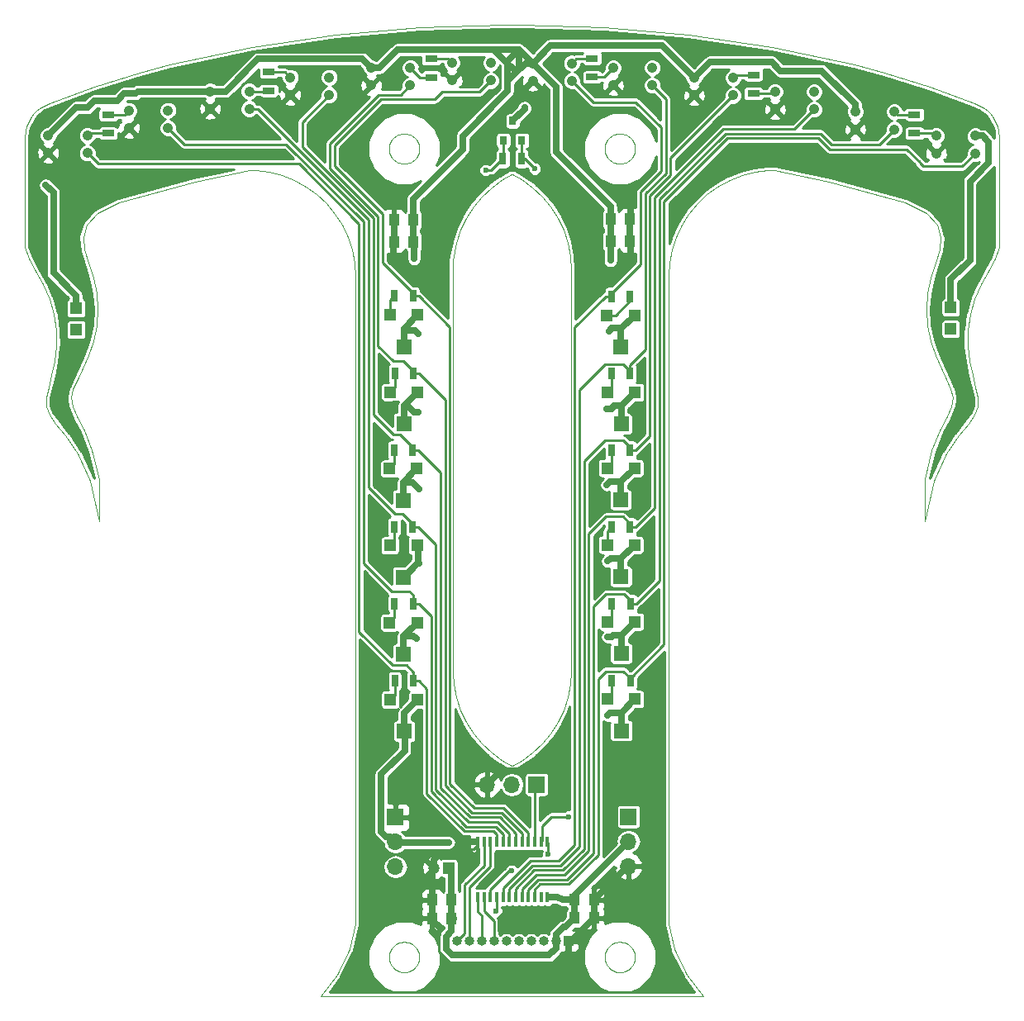
<source format=gtl>
G04 #@! TF.FileFunction,Copper,L1,Top,Signal*
%FSLAX46Y46*%
G04 Gerber Fmt 4.6, Leading zero omitted, Abs format (unit mm)*
G04 Created by KiCad (PCBNEW 4.0.7) date 02/25/18 15:11:15*
%MOMM*%
%LPD*%
G01*
G04 APERTURE LIST*
%ADD10C,0.100000*%
%ADD11R,1.000000X1.250000*%
%ADD12R,1.200000X1.200000*%
%ADD13C,1.200000*%
%ADD14R,1.000000X1.000000*%
%ADD15O,1.000000X1.000000*%
%ADD16R,1.600000X1.500000*%
%ADD17R,1.300000X0.700000*%
%ADD18R,0.700000X1.300000*%
%ADD19C,1.055599*%
%ADD20R,1.700000X1.700000*%
%ADD21O,1.700000X1.700000*%
%ADD22R,0.400000X1.100000*%
%ADD23R,0.800000X0.900000*%
%ADD24C,0.600000*%
%ADD25C,0.700000*%
%ADD26C,0.250000*%
%ADD27C,0.254000*%
G04 APERTURE END LIST*
D10*
X43860720Y75483720D02*
X44246800Y77292200D01*
X43865800Y34152840D02*
X43916600Y33258760D01*
X50955573Y83762972D02*
X49991563Y84292530D01*
X97124595Y63725083D02*
X97441436Y62490152D01*
X96820768Y65136804D02*
X97124595Y63725083D01*
X96632601Y66687713D02*
X96820768Y65136804D01*
X96638125Y68319403D02*
X96632601Y66687713D01*
X96880350Y69963922D02*
X96638125Y68319403D01*
X98025607Y73043514D02*
X97359175Y71555608D01*
X97359175Y71555608D02*
X96880350Y69963922D01*
X98778291Y74404414D02*
X98025607Y73043514D01*
X99850757Y76814051D02*
X99462352Y75656394D01*
X99462352Y75656394D02*
X98778291Y74404414D01*
X99850757Y76814051D02*
X99850757Y88055035D01*
X50735Y88055035D02*
X130724Y88822828D01*
X1263025Y90804890D02*
X1561489Y91050445D01*
X76547895Y97375154D02*
X85006687Y95599644D01*
X40511677Y99413209D02*
X31902509Y98647824D01*
X367255Y89557646D02*
X541302Y89902733D01*
X1883792Y91263751D02*
X2226461Y91442512D01*
X2544677Y91581566D02*
X2226461Y91442512D01*
X991611Y90529731D02*
X1263025Y90804890D01*
X7132339Y93308757D02*
X2544677Y91581566D01*
X130724Y88822828D02*
X229903Y89196381D01*
X23353596Y97375154D02*
X14894804Y95599644D01*
X229903Y89196381D02*
X367255Y89557646D01*
X50735Y76814051D02*
X50735Y88055035D01*
X98909880Y90529731D02*
X98638467Y90804890D01*
X541302Y89902733D02*
X750171Y90227929D01*
X50828764Y99666319D02*
X59389815Y99413209D01*
X49072727Y99666319D02*
X40511677Y99413209D01*
X98638467Y90804890D02*
X98340002Y91050445D01*
X1561489Y91050445D02*
X1883792Y91263751D01*
X50735Y76814051D02*
X439139Y75656394D01*
X11770129Y94748269D02*
X7132339Y93308757D01*
X99151321Y90227929D02*
X98909880Y90529731D01*
X14894804Y95599644D02*
X11770129Y94748269D01*
X750171Y90227929D02*
X991611Y90529731D01*
X98017700Y91263751D02*
X97675030Y91442512D01*
X98340002Y91050445D02*
X98017700Y91263751D01*
X59389815Y99413209D02*
X67998983Y98647824D01*
X97356815Y91581566D02*
X97675030Y91442512D01*
X92769153Y93308757D02*
X97356815Y91581566D01*
X88131362Y94748269D02*
X92769153Y93308757D01*
X85006687Y95599644D02*
X88131362Y94748269D01*
X38248565Y5464032D02*
X38429547Y5535688D01*
X37358521Y4061546D02*
X37370743Y4255813D01*
X60004956Y2867247D02*
X60162432Y2752834D01*
X37370743Y4255813D02*
X37407217Y4447017D01*
X60333007Y2659060D02*
X60513989Y2587404D01*
X38811200Y5608492D02*
X39005851Y5608492D01*
X37407217Y3676076D02*
X37370743Y3867279D01*
X39896535Y2867247D02*
X39739059Y2752834D01*
X37550246Y3314826D02*
X37467367Y3490952D01*
X37467367Y4632141D02*
X37550246Y4808267D01*
X39568485Y5464032D02*
X39739059Y5370259D01*
X62351246Y3314826D02*
X62434124Y3490952D01*
X62351246Y4808267D02*
X62246946Y4972616D01*
X40446308Y3867279D02*
X40409834Y3676076D01*
X59551809Y4632141D02*
X59491658Y4447017D01*
X59634687Y4808267D02*
X59551809Y4632141D01*
X61283408Y5584096D02*
X61090292Y5608492D01*
X61090292Y5608492D02*
X60895641Y5608492D01*
X61823500Y5370259D02*
X61652926Y5464032D01*
X59455184Y4255813D02*
X59442962Y4061546D01*
X39198967Y2538997D02*
X39005851Y2514600D01*
X62122871Y5122598D02*
X61980977Y5255845D01*
X37920515Y2867247D02*
X37778620Y3000495D01*
X59863062Y5122598D02*
X59738986Y4972616D01*
X61980977Y5255845D02*
X61823500Y5370259D01*
X39387503Y5535688D02*
X39568485Y5464032D01*
X61980977Y2867247D02*
X62122871Y3000495D01*
X59738986Y3150476D02*
X59863062Y3000495D01*
X37654545Y4972616D02*
X37778620Y5122598D01*
X60895641Y2514600D02*
X61090292Y2514600D01*
X61471944Y2587404D02*
X61652926Y2659060D01*
X60702524Y2538997D02*
X60895641Y2514600D01*
X59634687Y3314826D02*
X59738986Y3150476D01*
X62530749Y3867279D02*
X62542971Y4061546D01*
X60162432Y2752834D02*
X60333007Y2659060D01*
X39739059Y2752834D02*
X39568485Y2659060D01*
X60004956Y5255845D02*
X59863062Y5122598D01*
X62122871Y3000495D02*
X62246946Y3150476D01*
X62494275Y3676076D02*
X62530749Y3867279D01*
X40266805Y4808267D02*
X40349683Y4632141D01*
X60895641Y5608492D02*
X60702524Y5584096D01*
X61471944Y5535688D02*
X61283408Y5584096D01*
X59491658Y3676076D02*
X59551809Y3490952D01*
X40349683Y3490952D02*
X40266805Y3314826D01*
X61823500Y2752834D02*
X61980977Y2867247D01*
X39896535Y5255845D02*
X40038430Y5122598D01*
X59442962Y4061546D02*
X59455184Y3867279D01*
X59455184Y3867279D02*
X59491658Y3676076D01*
X61652926Y5464032D02*
X61471944Y5535688D01*
X40162505Y4972616D02*
X40266805Y4808267D01*
X60702524Y5584096D02*
X60513989Y5535688D01*
X62530749Y4255813D02*
X62494275Y4447017D01*
X60162432Y5370259D02*
X60004956Y5255845D01*
X40266805Y3314826D02*
X40162505Y3150476D01*
X39198967Y5584096D02*
X39387503Y5535688D01*
X39739059Y5370259D02*
X39896535Y5255845D01*
X38618083Y5584096D02*
X38811200Y5608492D01*
X40038430Y3000495D02*
X39896535Y2867247D01*
X60333007Y5464032D02*
X60162432Y5370259D01*
X59863062Y3000495D02*
X60004956Y2867247D01*
X59551809Y3490952D02*
X59634687Y3314826D01*
X39005851Y5608492D02*
X39198967Y5584096D01*
X37654545Y3150476D02*
X37550246Y3314826D01*
X33906674Y10492500D02*
X33906674Y73869753D01*
X65994817Y10492500D02*
X65994817Y73869753D01*
X67338129Y79099936D02*
X68068882Y80250977D01*
X32563362Y79099936D02*
X31832610Y80250977D01*
X33565484Y76569721D02*
X33144041Y77866362D01*
X68068882Y80250977D02*
X68938176Y81301319D01*
X69932294Y82234390D02*
X71035550Y83035465D01*
X28865942Y83035465D02*
X27670960Y83691903D01*
X31832610Y80250977D02*
X30963316Y81301319D01*
X33821039Y75230473D02*
X33565484Y76569721D01*
X65994817Y7492491D02*
X65994817Y10492500D01*
X30963316Y81301319D02*
X29969197Y82234390D01*
X33906674Y73869753D02*
X33821039Y75230473D01*
X6415126Y79119764D02*
X6019957Y77848888D01*
X23729656Y84702158D02*
X23058620Y84702158D01*
X66757450Y77866362D02*
X67338129Y79099936D01*
X7033109Y73720627D02*
X7377452Y72127070D01*
X29969197Y82234390D02*
X28865942Y83035465D01*
X33906674Y7492491D02*
X33906674Y10492500D01*
X6578115Y75207759D02*
X7033109Y73720627D01*
X25082392Y84531876D02*
X23729656Y84702158D01*
X27670960Y83691903D02*
X26403108Y84193344D01*
X66080453Y75230473D02*
X66336008Y76569721D01*
X68938176Y81301319D02*
X69932294Y82234390D01*
X71035550Y83035465D02*
X72230532Y83691903D01*
X6167738Y76574136D02*
X6578115Y75207759D01*
X6019957Y77848888D02*
X6167738Y76574136D01*
X7490342Y80322153D02*
X6415126Y79119764D01*
X26403108Y84193344D02*
X25082392Y84531876D01*
X7490342Y80322153D02*
X9713785Y81417451D01*
X65994817Y73869753D02*
X66080453Y75230473D01*
X33144041Y77866362D02*
X32563362Y79099936D01*
X66336008Y76569721D02*
X66757450Y77866362D01*
X93801709Y58063694D02*
X92958939Y56025139D01*
X95096702Y61405344D02*
X94976050Y60517705D01*
X94976050Y60517705D02*
X94525931Y59473092D01*
X92280854Y53034982D02*
X92207992Y48712244D01*
X95701054Y57531999D02*
X94454946Y55711784D01*
X92411149Y80322153D02*
X90187706Y81417451D01*
X92524040Y72127070D02*
X92384710Y70470771D01*
X94454946Y55711784D02*
X93173181Y52926480D01*
X92819806Y67214145D02*
X93324619Y65735670D01*
X92958939Y56025139D02*
X92280854Y53034982D01*
X92487792Y68811708D02*
X92819806Y67214145D01*
X93324619Y65735670D02*
X93913810Y64417291D01*
X72230532Y83691903D02*
X73498384Y84193344D01*
X97357478Y59690124D02*
X96701072Y58761171D01*
X73498384Y84193344D02*
X74819099Y84531876D01*
X74819099Y84531876D02*
X76171836Y84702158D01*
X76171836Y84702158D02*
X76842872Y84702158D01*
X97659078Y60533628D02*
X97357478Y59690124D01*
X92384710Y70470771D02*
X92487792Y68811708D01*
X94525931Y59473092D02*
X93801709Y58063694D01*
X92411149Y80322153D02*
X93486366Y79119764D01*
X93486366Y79119764D02*
X93881535Y77848888D01*
X93733754Y76574136D02*
X93323376Y75207759D01*
X93173181Y52926480D02*
X92207992Y48712244D01*
X93881535Y77848888D02*
X93733754Y76574136D01*
X93913810Y64417291D02*
X94479174Y63274572D01*
X94907370Y62289824D02*
X95096702Y61405344D01*
X96701072Y58761171D02*
X95701054Y57531999D01*
X92868382Y73720627D02*
X92524040Y72127070D01*
X94479174Y63274572D02*
X94907370Y62289824D01*
X93323376Y75207759D02*
X92868382Y73720627D01*
X46850063Y82027040D02*
X47844182Y82960110D01*
X99770768Y88822828D02*
X99671589Y89196381D01*
X50954617Y24222125D02*
X49990607Y23692567D01*
X53921285Y27006613D02*
X53051991Y25956271D01*
X45980769Y80976697D02*
X46850063Y82027040D01*
X46849501Y25956271D02*
X47843619Y25023200D01*
X44668775Y29391228D02*
X45249454Y28157654D01*
X99850757Y88055035D02*
X99770768Y88822828D01*
X45249454Y28157654D02*
X45980207Y27006613D01*
X43991778Y32027117D02*
X44247333Y30687869D01*
X99671589Y89196381D02*
X99534236Y89557646D01*
X44247333Y30687869D02*
X44668775Y29391228D01*
X43868327Y34151223D02*
X43860984Y75484473D01*
X99360189Y89902733D02*
X99151321Y90227929D01*
X54652037Y28157654D02*
X53921285Y27006613D01*
X55232716Y29391228D02*
X54652037Y28157654D01*
X99534236Y89557646D02*
X99360189Y89902733D01*
X45980207Y27006613D02*
X46849501Y25956271D01*
X48946875Y24222125D02*
X49910884Y23692567D01*
X43914047Y33262223D02*
X43991778Y32027117D01*
X55987444Y33262223D02*
X55909714Y32027117D01*
X55909714Y32027117D02*
X55654159Y30687869D01*
X55654159Y30687869D02*
X55232716Y29391228D01*
X53051991Y25956271D02*
X52057872Y25023200D01*
X44669338Y78592083D02*
X45250017Y79825656D01*
X44247895Y77295441D02*
X44669338Y78592083D01*
X45250017Y79825656D02*
X45980769Y80976697D01*
X40266805Y86181416D02*
X40162505Y86017067D01*
X60333007Y88330623D02*
X60162432Y88236849D01*
X61471944Y85453995D02*
X61652926Y85525651D01*
X38811200Y88475083D02*
X39005851Y88475083D01*
X37370743Y87122404D02*
X37407217Y87313607D01*
X59442962Y86928137D02*
X59455184Y86733870D01*
X59455184Y86733870D02*
X59491658Y86542666D01*
X38811200Y85381191D02*
X38618083Y85405587D01*
X38077991Y85619425D02*
X37920515Y85733838D01*
X37920515Y88122436D02*
X38077991Y88236849D01*
X60513989Y85453995D02*
X60702524Y85405587D01*
X39005851Y88475083D02*
X39198967Y88450687D01*
X37407217Y87313607D02*
X37467367Y87498732D01*
X38429547Y85453995D02*
X38248565Y85525651D01*
X40038430Y85867086D02*
X39896535Y85733838D01*
X38618083Y88450687D02*
X38811200Y88475083D01*
X40349683Y87498732D02*
X40409834Y87313607D01*
X40458530Y86928137D02*
X40446308Y86733870D01*
X39568485Y85525651D02*
X39387503Y85453995D01*
X40162505Y86017067D02*
X40038430Y85867086D01*
X37550246Y87674857D02*
X37654545Y87839207D01*
X40446308Y87122404D02*
X40458530Y86928137D01*
X40266805Y87674857D02*
X40349683Y87498732D01*
X49950746Y23714464D02*
X49990607Y23692567D01*
X38077991Y88236849D02*
X38248565Y88330623D01*
X38618083Y85405587D02*
X38429547Y85453995D01*
X37358521Y86928137D02*
X37370743Y87122404D01*
X37467367Y86357542D02*
X37407217Y86542666D01*
X39739059Y88236849D02*
X39896535Y88122436D01*
X49950746Y23714464D02*
X49910884Y23692567D01*
X39387503Y88402279D02*
X39568485Y88330623D01*
X61283408Y88450687D02*
X61090292Y88475083D01*
X39568485Y88330623D02*
X39739059Y88236849D01*
X39896535Y85733838D02*
X39739059Y85619425D01*
X38248565Y88330623D02*
X38429547Y88402279D01*
X39005851Y85381191D02*
X38811200Y85381191D01*
X61283408Y85405587D02*
X61471944Y85453995D01*
X40446308Y86733870D02*
X40409834Y86542666D01*
X59738986Y87839207D02*
X59634687Y87674857D01*
X37407217Y86542666D02*
X37370743Y86733870D01*
X60333007Y85525651D02*
X60513989Y85453995D01*
X59738986Y86017067D02*
X59863062Y85867086D01*
X60162432Y85619425D02*
X60333007Y85525651D01*
X37654545Y87839207D02*
X37778620Y87989188D01*
X37778620Y85867086D02*
X37654545Y86017067D01*
X37654545Y86017067D02*
X37550246Y86181416D01*
X39198967Y85405587D02*
X39005851Y85381191D01*
X37467367Y87498732D02*
X37550246Y87674857D01*
X37370743Y86733870D02*
X37358521Y86928137D01*
X37778620Y87989188D02*
X37920515Y88122436D01*
X38429547Y88402279D02*
X38618083Y88450687D01*
X40409834Y87313607D02*
X40446308Y87122404D01*
X40038430Y87989188D02*
X40162505Y87839207D01*
X37920515Y85733838D02*
X37778620Y85867086D01*
X40162505Y87839207D02*
X40266805Y87674857D01*
X39739059Y85619425D02*
X39568485Y85525651D01*
X40409834Y86542666D02*
X40349683Y86357542D01*
X37550246Y86181416D02*
X37467367Y86357542D01*
X39896535Y88122436D02*
X40038430Y87989188D01*
X39198967Y88450687D02*
X39387503Y88402279D01*
X40349683Y86357542D02*
X40266805Y86181416D01*
X39387503Y85453995D02*
X39198967Y85405587D01*
X38248565Y85525651D02*
X38077991Y85619425D01*
X55653596Y77295441D02*
X55232154Y78592083D01*
X30359787Y61534D02*
X32007880Y2298834D01*
X69541705Y61534D02*
X67893611Y2298834D01*
X55909152Y75956194D02*
X55653596Y77295441D01*
X33286803Y4869339D02*
X33906674Y7492491D01*
X55232154Y78592083D02*
X54651475Y79825656D01*
X53051428Y82027040D02*
X52057310Y82960110D01*
X54651475Y79825656D02*
X53920723Y80976697D01*
X55987444Y33262223D02*
X55994787Y74595473D01*
X69541705Y61534D02*
X30359787Y61534D01*
X53920723Y80976697D02*
X53051428Y82027040D01*
X66614689Y4869339D02*
X65994817Y7492491D01*
X55994787Y74595473D02*
X55909152Y75956194D01*
X61090292Y2514600D02*
X61283408Y2538997D01*
X82458238Y83523486D02*
X90187706Y81417451D01*
X67998983Y98647824D02*
X76547895Y97375154D01*
X9713785Y81417451D02*
X17443253Y83523486D01*
X61283408Y2538997D02*
X61471944Y2587404D01*
X62494275Y4447017D02*
X62434124Y4632141D01*
X62434124Y4632141D02*
X62351246Y4808267D01*
X48947437Y83761185D02*
X47844182Y82960110D01*
X62434124Y3490952D02*
X62494275Y3676076D01*
X23058620Y84702158D02*
X17443253Y83523486D01*
X62542971Y4061546D02*
X62530749Y4255813D01*
X61652926Y2659060D02*
X61823500Y2752834D01*
X59491658Y4447017D02*
X59455184Y4255813D01*
X66614689Y4869339D02*
X67893611Y2298834D01*
X59738986Y4972616D02*
X59634687Y4808267D01*
X52057310Y82960110D02*
X50954055Y83761185D01*
X50954617Y24222125D02*
X52057872Y25023200D01*
X49072727Y99666319D02*
X50828764Y99666319D01*
X47843619Y25023200D02*
X48946875Y24222125D01*
X60513989Y5535688D02*
X60333007Y5464032D01*
X32007880Y2298834D02*
X33286803Y4869339D01*
X23353596Y97375154D02*
X31902509Y98647824D01*
X62246946Y3150476D02*
X62351246Y3314826D01*
X82458238Y83523486D02*
X76842872Y84702158D01*
X60513989Y2587404D02*
X60702524Y2538997D01*
X62246946Y4972616D02*
X62122871Y5122598D01*
X97441436Y62490152D02*
X97656740Y61438142D01*
X97656740Y61438142D02*
X97659078Y60533628D01*
X6576873Y65735670D02*
X5987682Y64417291D01*
X4804789Y61405344D02*
X4925441Y60517705D01*
X2544014Y59690124D02*
X3200420Y58761171D01*
X2244752Y61438142D02*
X2242414Y60533628D01*
X6099782Y58063694D02*
X6942552Y56025139D01*
X4200438Y57531999D02*
X5446546Y55711784D01*
X2460056Y62490152D02*
X2244752Y61438142D01*
X5987682Y64417291D02*
X5422317Y63274572D01*
X2776896Y63725083D02*
X2460056Y62490152D01*
X2542317Y71555608D02*
X3021142Y69963922D01*
X3268890Y66687713D02*
X3080724Y65136804D01*
X3080724Y65136804D02*
X2776896Y63725083D01*
X4925441Y60517705D02*
X5375560Y59473092D01*
X6942552Y56025139D02*
X7620637Y53034982D01*
X4994122Y62289824D02*
X4804789Y61405344D01*
X7081686Y67214145D02*
X6576873Y65735670D01*
X7516781Y70470771D02*
X7413699Y68811708D01*
X7377452Y72127070D02*
X7516781Y70470771D01*
X1875885Y73043514D02*
X2542317Y71555608D01*
X3200420Y58761171D02*
X4200438Y57531999D01*
X5446546Y55711784D02*
X6728311Y52926480D01*
X7413699Y68811708D02*
X7081686Y67214145D01*
X439139Y75656394D02*
X1123200Y74404414D01*
X1123200Y74404414D02*
X1875885Y73043514D01*
X3021142Y69963922D02*
X3263367Y68319403D01*
X3263367Y68319403D02*
X3268890Y66687713D01*
X2242414Y60533628D02*
X2544014Y59690124D01*
X6728311Y52926480D02*
X7693500Y48712244D01*
X7620637Y53034982D02*
X7693500Y48712244D01*
X5375560Y59473092D02*
X6099782Y58063694D01*
X5422317Y63274572D02*
X4994122Y62289824D01*
X62494275Y87313607D02*
X62434124Y87498732D01*
X61980977Y88122436D02*
X61823500Y88236849D01*
X62434124Y87498732D02*
X62351246Y87674857D01*
X61652926Y88330623D02*
X61471944Y88402279D01*
X37467367Y3490952D02*
X37407217Y3676076D01*
X40038430Y5122598D02*
X40162505Y4972616D01*
X60004956Y88122436D02*
X59863062Y87989188D01*
X39005851Y2514600D02*
X38811200Y2514600D01*
X39568485Y2659060D02*
X39387503Y2587404D01*
X62542971Y86928137D02*
X62530749Y87122404D01*
X59863062Y87989188D02*
X59738986Y87839207D01*
X40162505Y3150476D02*
X40038430Y3000495D01*
X39387503Y2587404D02*
X39198967Y2538997D01*
X59455184Y87122404D02*
X59442962Y86928137D01*
X38248565Y2659060D02*
X38077991Y2752834D01*
X62122871Y85867086D02*
X62246946Y86017067D01*
X38429547Y2587404D02*
X38248565Y2659060D01*
X62122871Y87989188D02*
X61980977Y88122436D01*
X60004956Y85733838D02*
X60162432Y85619425D01*
X60702524Y88450687D02*
X60513989Y88402279D01*
X62246946Y87839207D02*
X62122871Y87989188D01*
X62530749Y86733870D02*
X62542971Y86928137D01*
X62351246Y87674857D02*
X62246946Y87839207D01*
X60702524Y85405587D02*
X60895641Y85381191D01*
X38077991Y2752834D02*
X37920515Y2867247D01*
X61652926Y85525651D02*
X61823500Y85619425D01*
X61090292Y88475083D02*
X60895641Y88475083D01*
X60895641Y85381191D02*
X61090292Y85381191D01*
X61823500Y88236849D02*
X61652926Y88330623D01*
X60162432Y88236849D02*
X60004956Y88122436D01*
X59551809Y87498732D02*
X59491658Y87313607D01*
X59491658Y86542666D02*
X59551809Y86357542D01*
X62434124Y86357542D02*
X62494275Y86542666D01*
X59863062Y85867086D02*
X60004956Y85733838D01*
X62494275Y86542666D02*
X62530749Y86733870D01*
X62351246Y86181416D02*
X62434124Y86357542D01*
X38077991Y5370259D02*
X38248565Y5464032D01*
X37778620Y3000495D02*
X37654545Y3150476D01*
X59634687Y86181416D02*
X59738986Y86017067D01*
X61471944Y88402279D02*
X61283408Y88450687D01*
X62530749Y87122404D02*
X62494275Y87313607D01*
X37778620Y5122598D02*
X37920515Y5255845D01*
X40458530Y4061546D02*
X40446308Y3867279D01*
X38429547Y5535688D02*
X38618083Y5584096D01*
X59491658Y87313607D02*
X59455184Y87122404D01*
X40409834Y3676076D02*
X40349683Y3490952D01*
X40409834Y4447017D02*
X40446308Y4255813D01*
X61090292Y85381191D02*
X61283408Y85405587D01*
X37407217Y4447017D02*
X37467367Y4632141D01*
X37370743Y3867279D02*
X37358521Y4061546D01*
X60895641Y88475083D02*
X60702524Y88450687D01*
X61980977Y85733838D02*
X62122871Y85867086D01*
X59551809Y86357542D02*
X59634687Y86181416D01*
X61823500Y85619425D02*
X61980977Y85733838D01*
X59634687Y87674857D02*
X59551809Y87498732D01*
X37550246Y4808267D02*
X37654545Y4972616D01*
X40349683Y4632141D02*
X40409834Y4447017D01*
X62246946Y86017067D02*
X62351246Y86181416D01*
X37920515Y5255845D02*
X38077991Y5370259D01*
X60513989Y88402279D02*
X60333007Y88330623D01*
X38618083Y2538997D02*
X38429547Y2587404D01*
X40446308Y4255813D02*
X40458530Y4061546D01*
X38811200Y2514600D02*
X38618083Y2538997D01*
X48948955Y83762972D02*
X49912965Y84292530D01*
X49952264Y84270942D02*
X49912965Y84292530D01*
X49952264Y84270942D02*
X49991563Y84292530D01*
D11*
X60036200Y77434440D03*
X62036200Y77434440D03*
X60036200Y79689960D03*
X62036200Y79689960D03*
X37856920Y77393800D03*
X39856920Y77393800D03*
X37856920Y79608680D03*
X39856920Y79608680D03*
D12*
X43459400Y13192760D03*
D13*
X41959400Y13192760D03*
D11*
X41743880Y8041640D03*
X43743880Y8041640D03*
X41764200Y9926320D03*
X43764200Y9926320D03*
X58358280Y9941560D03*
X56358280Y9941560D03*
X58358280Y8067040D03*
X56358280Y8067040D03*
D14*
X55732680Y5689600D03*
D15*
X54462680Y5689600D03*
X53192680Y5689600D03*
X51922680Y5689600D03*
X50652680Y5689600D03*
X49382680Y5689600D03*
X48112680Y5689600D03*
X46842680Y5689600D03*
X45572680Y5689600D03*
X44302680Y5689600D03*
D12*
X40292480Y30459160D03*
X37492480Y30459160D03*
D16*
X38892480Y27219160D03*
D12*
X40221360Y38353480D03*
X37421360Y38353480D03*
D16*
X38821360Y35113480D03*
D12*
X40238680Y46258480D03*
X37438680Y46258480D03*
D16*
X38838680Y43018480D03*
D12*
X40216280Y54121800D03*
X37416280Y54121800D03*
D16*
X38816280Y50881800D03*
D12*
X40297560Y61985640D03*
X37497560Y61985640D03*
D16*
X38897560Y58745640D03*
D12*
X40282320Y69874880D03*
X37482320Y69874880D03*
D16*
X38882320Y66634880D03*
D12*
X62487000Y69859640D03*
X59687000Y69859640D03*
D16*
X61087000Y66619640D03*
D12*
X62532720Y61955160D03*
X59732720Y61955160D03*
D16*
X61132720Y58715160D03*
D12*
X62497160Y54192920D03*
X59697160Y54192920D03*
D16*
X61097160Y50952920D03*
D12*
X62512400Y46308760D03*
X59712400Y46308760D03*
D16*
X61112400Y43068760D03*
D12*
X62558120Y38439840D03*
X59758120Y38439840D03*
D16*
X61158120Y35199840D03*
D12*
X62542880Y30504360D03*
X59742880Y30504360D03*
D16*
X61142880Y27264360D03*
D17*
X8575040Y88508800D03*
X8575040Y90408800D03*
D18*
X37937400Y32369760D03*
X39837400Y32369760D03*
X37906920Y40299640D03*
X39806920Y40299640D03*
D17*
X25044400Y92872520D03*
X25044400Y94772520D03*
D18*
X37856120Y48153320D03*
X39756120Y48153320D03*
X37866280Y56042560D03*
X39766280Y56042560D03*
D17*
X41671240Y94249200D03*
X41671240Y96149200D03*
D18*
X37952640Y63891160D03*
X39852640Y63891160D03*
X37917080Y71826120D03*
X39817080Y71826120D03*
D17*
X58155840Y96159360D03*
X58155840Y94259360D03*
D18*
X62031920Y71775320D03*
X60131920Y71775320D03*
X60121760Y63855600D03*
X62021760Y63855600D03*
D17*
X74691240Y94493120D03*
X74691240Y92593120D03*
D18*
X60121760Y56037480D03*
X62021760Y56037480D03*
X60152240Y48158400D03*
X62052240Y48158400D03*
D17*
X91180920Y90413880D03*
X91180920Y88513880D03*
D18*
X60197960Y40274240D03*
X62097960Y40274240D03*
X60172560Y32359600D03*
X62072560Y32359600D03*
D19*
X2445000Y88281080D03*
X6445000Y88281080D03*
X6445000Y86481080D03*
X2445000Y86481080D03*
X10710160Y90841400D03*
X14710160Y90841400D03*
X14710160Y89041400D03*
X10710160Y89041400D03*
X19031200Y92807360D03*
X23031200Y92807360D03*
X23031200Y91007360D03*
X19031200Y91007360D03*
X27235400Y94229760D03*
X31235400Y94229760D03*
X31235400Y92429760D03*
X27235400Y92429760D03*
X35536120Y95205120D03*
X39536120Y95205120D03*
X39536120Y93405120D03*
X35536120Y93405120D03*
X43791120Y95713120D03*
X47791120Y95713120D03*
X47791120Y93913120D03*
X43791120Y93913120D03*
X52076600Y95687720D03*
X56076600Y95687720D03*
X56076600Y93887720D03*
X52076600Y93887720D03*
X60321440Y95225440D03*
X64321440Y95225440D03*
X64321440Y93425440D03*
X60321440Y93425440D03*
X68601840Y94189120D03*
X72601840Y94189120D03*
X72601840Y92389120D03*
X68601840Y92389120D03*
X76892400Y92756560D03*
X80892400Y92756560D03*
X80892400Y90956560D03*
X76892400Y90956560D03*
X85122000Y90714400D03*
X89122000Y90714400D03*
X89122000Y88914400D03*
X85122000Y88914400D03*
X93397320Y88240440D03*
X97397320Y88240440D03*
X97397320Y86440440D03*
X93397320Y86440440D03*
D20*
X52481480Y21752560D03*
D21*
X49941480Y21752560D03*
X47401480Y21752560D03*
D22*
X53582520Y15890360D03*
X52932520Y15890360D03*
X52282520Y15890360D03*
X51632520Y15890360D03*
X50982520Y15890360D03*
X50332520Y15890360D03*
X49682520Y15890360D03*
X49032520Y15890360D03*
X48382520Y15890360D03*
X47732520Y15890360D03*
X47082520Y15890360D03*
X46432520Y15890360D03*
X46432520Y10190360D03*
X47082520Y10190360D03*
X47732520Y10190360D03*
X48382520Y10190360D03*
X49032520Y10190360D03*
X49682520Y10190360D03*
X50332520Y10190360D03*
X50982520Y10190360D03*
X51632520Y10190360D03*
X52282520Y10190360D03*
X52932520Y10190360D03*
X53582520Y10190360D03*
D23*
X49062600Y87767920D03*
X50962600Y87767920D03*
X50012600Y89767920D03*
D18*
X50921960Y85907880D03*
X49021960Y85907880D03*
D20*
X61889640Y18465800D03*
D21*
X61889640Y15925800D03*
X61889640Y13385800D03*
D20*
X38013640Y18404840D03*
D21*
X38013640Y15864840D03*
X38013640Y13324840D03*
D12*
X5293360Y68384240D03*
X5293360Y70584240D03*
X94909640Y68460440D03*
X94909640Y70660440D03*
D24*
X39856920Y81792320D03*
X43459400Y15803880D03*
X54608150Y10190360D03*
X60045600Y75463400D03*
X59872880Y68249800D03*
X59690000Y60233560D03*
X59674760Y52476400D03*
X59735720Y44637960D03*
X59756040Y36880800D03*
X59710320Y28829000D03*
X39913560Y75625960D03*
X40304720Y68000880D03*
X40345360Y59923680D03*
X40441880Y52009040D03*
X40396160Y44444920D03*
X40162480Y36697920D03*
X38948360Y25628600D03*
X37205920Y9001760D03*
X49865280Y14427200D03*
X51333400Y8448040D03*
X63190120Y58867040D03*
X63489840Y50957480D03*
X63515240Y43510200D03*
X63312040Y35610800D03*
X37480240Y36723320D03*
X37998350Y44637960D03*
X37124640Y52273200D03*
X37998350Y60835638D03*
X77373480Y87030560D03*
X89621360Y84287360D03*
X62123320Y81671160D03*
X49951640Y91541600D03*
X55407560Y21178520D03*
X62067440Y75443080D03*
X37835840Y75636120D03*
X47254160Y84714080D03*
X53629560Y14586650D03*
X51231800Y91130120D03*
X2189480Y83174840D03*
X52283360Y84871560D03*
X49903095Y12931425D03*
X55712510Y18465800D03*
X48326040Y8788400D03*
X5339080Y68524080D03*
X94909640Y68460440D03*
D25*
X43840400Y4257040D02*
X43202679Y4894761D01*
X43202679Y4894761D02*
X43202679Y6175439D01*
X43202679Y6175439D02*
X43743880Y6716640D01*
X43743880Y6716640D02*
X43743880Y8041640D01*
X53737226Y4257040D02*
X43840400Y4257040D01*
X54462680Y5689600D02*
X54462680Y4982494D01*
X54462680Y4982494D02*
X53737226Y4257040D01*
X55218614Y7152640D02*
X55443880Y7152640D01*
X55443880Y7152640D02*
X56358280Y8067040D01*
X54462680Y5689600D02*
X54462680Y6396706D01*
X54462680Y6396706D02*
X55218614Y7152640D01*
X40338680Y44468480D02*
X40338680Y46158480D01*
X38888680Y43018480D02*
X40338680Y44468480D01*
X38838680Y43018480D02*
X38888680Y43018480D01*
X40338680Y46158480D02*
X40238680Y46258480D01*
X6461760Y91125040D02*
X7188200Y91851480D01*
X10236200Y92567760D02*
X11389360Y92567760D01*
X7188200Y91851480D02*
X9519920Y91851480D01*
X9519920Y91851480D02*
X10236200Y92567760D01*
X2445000Y88281080D02*
X5288960Y91125040D01*
X5288960Y91125040D02*
X6461760Y91125040D01*
X11628960Y92807360D02*
X19031200Y92807360D01*
X11389360Y92567760D02*
X11628960Y92807360D01*
X50665119Y97099201D02*
X50665119Y95022659D01*
X50665119Y95022659D02*
X50419000Y94776540D01*
X49423320Y95772220D02*
X49423320Y95857402D01*
X49423320Y95857402D02*
X50665119Y97099201D01*
X48341280Y96854260D02*
X49423320Y95772220D01*
X49489279Y95706261D02*
X49423320Y95772220D01*
X49423320Y95772220D02*
X50419000Y94776540D01*
X49489279Y93846819D02*
X49489279Y95706261D01*
X48341280Y97099201D02*
X49489279Y97099201D01*
X38222001Y97099201D02*
X48341280Y97099201D01*
X51330180Y95687720D02*
X50419000Y94776540D01*
X50419000Y94776540D02*
X49489279Y93846819D01*
X48341280Y97099201D02*
X48341280Y96854260D01*
X52076600Y95687720D02*
X51330180Y95687720D01*
X49489279Y93846819D02*
X49489279Y92826759D01*
X49489279Y97099201D02*
X50665119Y97099201D01*
X50665119Y97099201D02*
X52076600Y95687720D01*
X60036200Y81014960D02*
X54483000Y86568160D01*
X44897040Y86832440D02*
X39856920Y81792320D01*
X39856920Y81792320D02*
X39856920Y79608680D01*
X44897040Y88234520D02*
X44897040Y86832440D01*
X49489279Y92826759D02*
X44897040Y88234520D01*
X36327920Y95205120D02*
X38222001Y97099201D01*
X35536120Y95205120D02*
X36327920Y95205120D01*
X23931880Y96113600D02*
X34627640Y96113600D01*
X34627640Y96113600D02*
X35536120Y95205120D01*
X20625640Y92807360D02*
X23931880Y96113600D01*
X19031200Y92807360D02*
X20625640Y92807360D01*
X54483000Y86568160D02*
X54483000Y93281320D01*
X54483000Y93281320D02*
X52076600Y95687720D01*
X60036200Y79689960D02*
X60036200Y81014960D01*
X65313560Y97480120D02*
X53869000Y97480120D01*
X53869000Y97480120D02*
X52076600Y95687720D01*
X68074042Y94719638D02*
X65313560Y97480120D01*
X68601840Y94189120D02*
X68074042Y94716918D01*
X68074042Y94716918D02*
X68074042Y94719638D01*
X76555600Y95783400D02*
X70196120Y95783400D01*
X70196120Y95783400D02*
X68601840Y94189120D01*
X77424280Y94914720D02*
X76555600Y95783400D01*
X81668100Y94914720D02*
X77424280Y94914720D01*
X85122000Y90714400D02*
X85122000Y91460820D01*
X85122000Y91460820D02*
X81668100Y94914720D01*
X43459400Y15803880D02*
X38074600Y15803880D01*
X38074600Y15803880D02*
X38013640Y15864840D01*
X37053520Y16408400D02*
X37470080Y16408400D01*
X37470080Y16408400D02*
X38013640Y15864840D01*
X36563639Y16898281D02*
X37053520Y16408400D01*
X38948360Y25628600D02*
X38948360Y25204336D01*
X38948360Y25204336D02*
X36563639Y22819615D01*
X36563639Y22819615D02*
X36563639Y16898281D01*
X56358280Y9941560D02*
X56358280Y10394440D01*
X56358280Y10394440D02*
X61039641Y15075801D01*
X61039641Y15075801D02*
X61889640Y15925800D01*
X54559200Y10190360D02*
X53732521Y10190360D01*
X55158280Y9941560D02*
X54608150Y10190360D01*
X54559200Y10190360D02*
X54608150Y10190360D01*
X60036200Y77434440D02*
X60036200Y79689960D01*
X60045600Y75463400D02*
X60045600Y77425040D01*
X60045600Y77425040D02*
X60036200Y77434440D01*
X59872880Y68249800D02*
X60172879Y68549799D01*
X60172879Y68549799D02*
X60996841Y68549799D01*
X60996841Y68549799D02*
X61087000Y68459640D01*
X59690000Y60233560D02*
X60114264Y60233560D01*
X60114264Y60233560D02*
X60435864Y60555160D01*
X60435864Y60555160D02*
X61132720Y60555160D01*
X59674760Y52476400D02*
X59974759Y52776399D01*
X59974759Y52776399D02*
X61080639Y52776399D01*
X61080639Y52776399D02*
X61097160Y52792920D01*
X59735720Y44637960D02*
X60035719Y44937959D01*
X60035719Y44937959D02*
X61083201Y44937959D01*
X61083201Y44937959D02*
X61112400Y44908760D01*
X59756040Y36880800D02*
X60180304Y36880800D01*
X60180304Y36880800D02*
X60339344Y37039840D01*
X60339344Y37039840D02*
X61158120Y37039840D01*
X59710320Y28829000D02*
X60010319Y29128999D01*
X60010319Y29128999D02*
X61118241Y29128999D01*
X61118241Y29128999D02*
X61142880Y29104360D01*
X39913560Y75625960D02*
X39913560Y77337160D01*
X39913560Y77337160D02*
X39856920Y77393800D01*
X40304720Y68000880D02*
X40004721Y68300879D01*
X40004721Y68300879D02*
X39056321Y68300879D01*
X39056321Y68300879D02*
X38882320Y68474880D01*
X40345360Y59923680D02*
X39921096Y59923680D01*
X39921096Y59923680D02*
X39259136Y60585640D01*
X39259136Y60585640D02*
X38897560Y60585640D01*
X40441880Y52009040D02*
X39729120Y52721800D01*
X39729120Y52721800D02*
X38816280Y52721800D01*
X40396160Y44444920D02*
X40265120Y44444920D01*
X40265120Y44444920D02*
X38838680Y43018480D01*
X40162480Y36697920D02*
X39862481Y36997919D01*
X39862481Y36997919D02*
X38865799Y36997919D01*
X38865799Y36997919D02*
X38821360Y36953480D01*
X61142880Y27264360D02*
X61142880Y29104360D01*
X61142880Y29104360D02*
X62542880Y30504360D01*
X61158120Y35199840D02*
X61158120Y37039840D01*
X61158120Y37039840D02*
X62558120Y38439840D01*
X61112400Y43068760D02*
X61112400Y44908760D01*
X61112400Y44908760D02*
X62512400Y46308760D01*
X61097160Y50952920D02*
X61097160Y52792920D01*
X61097160Y52792920D02*
X62497160Y54192920D01*
X61132720Y58715160D02*
X61132720Y60555160D01*
X61132720Y60555160D02*
X62532720Y61955160D01*
X61087000Y66619640D02*
X61087000Y68459640D01*
X61087000Y68459640D02*
X62487000Y69859640D01*
X38816280Y50881800D02*
X38816280Y52721800D01*
X38816280Y52721800D02*
X40216280Y54121800D01*
X38897560Y58745640D02*
X38897560Y60585640D01*
X38897560Y60585640D02*
X40297560Y61985640D01*
X38821360Y35113480D02*
X38821360Y36953480D01*
X38821360Y36953480D02*
X40221360Y38353480D01*
X38892480Y27219160D02*
X38892480Y29059160D01*
X38892480Y29059160D02*
X40292480Y30459160D01*
X38948360Y25628600D02*
X38948360Y27163280D01*
X38948360Y27163280D02*
X38892480Y27219160D01*
X56358280Y9941560D02*
X55158280Y9941560D01*
X56358280Y8067040D02*
X56358280Y9941560D01*
X43764200Y9926320D02*
X43764200Y12887960D01*
X43764200Y12887960D02*
X43459400Y13192760D01*
X43743880Y8041640D02*
X43743880Y9906000D01*
X43743880Y9906000D02*
X43764200Y9926320D01*
X43743880Y8041640D02*
X43962320Y8041640D01*
X39856920Y79608680D02*
X39856920Y77393800D01*
X38882320Y66634880D02*
X38882320Y68474880D01*
X38882320Y68474880D02*
X40282320Y69874880D01*
D26*
X34838640Y6634480D02*
X37205920Y9001760D01*
X37205920Y9001760D02*
X39222680Y11018520D01*
X65161160Y5928360D02*
X61147960Y9941560D01*
X61147960Y9941560D02*
X58358280Y9941560D01*
X65161160Y2423160D02*
X65161160Y5928360D01*
X63246000Y508000D02*
X65161160Y2423160D01*
X58140600Y508000D02*
X63246000Y508000D01*
X55732680Y2915920D02*
X58140600Y508000D01*
X55732680Y5689600D02*
X55732680Y2915920D01*
X45984160Y15128240D02*
X46432520Y15576600D01*
X46432520Y15576600D02*
X46432520Y15890360D01*
X45220400Y15128240D02*
X45984160Y15128240D01*
X42563752Y14645640D02*
X44737800Y14645640D01*
X44737800Y14645640D02*
X45220400Y15128240D01*
X41959400Y14041288D02*
X42563752Y14645640D01*
X39222680Y11018520D02*
X39785160Y11018520D01*
X39785160Y11018520D02*
X41959400Y13192760D01*
X34838640Y2108200D02*
X34838640Y6634480D01*
X36428680Y518160D02*
X34838640Y2108200D01*
X40949880Y518160D02*
X36428680Y518160D01*
X43677840Y3246120D02*
X40949880Y518160D01*
X43826002Y3246120D02*
X43677840Y3246120D01*
X43826002Y3246120D02*
X54039200Y3246120D01*
X54039200Y3246120D02*
X55732680Y4939600D01*
X55732680Y4939600D02*
X55732680Y5689600D01*
X42477669Y5599451D02*
X42477669Y4594453D01*
X42477669Y4594453D02*
X43826002Y3246120D01*
X42230040Y6680480D02*
X42230040Y5847080D01*
X42230040Y5847080D02*
X42477669Y5599451D01*
X41743880Y8041640D02*
X41743880Y7166640D01*
X41743880Y7166640D02*
X42230040Y6680480D01*
X42047160Y7311120D02*
X42405800Y6952480D01*
X41743880Y8041640D02*
X41743880Y7916640D01*
X41743880Y7916640D02*
X42047160Y7613360D01*
X42047160Y7613360D02*
X42047160Y7311120D01*
D25*
X55732680Y5689600D02*
X55732680Y4489600D01*
X55732680Y4489600D02*
X54550110Y3307030D01*
X54550110Y3307030D02*
X54130733Y3307030D01*
X42542039Y7134439D02*
X42680100Y6996378D01*
X42057910Y7618568D02*
X42542039Y7134439D01*
X41743880Y8041640D02*
X41743880Y7618568D01*
X41743880Y7618568D02*
X42057910Y7618568D01*
X49199800Y14427200D02*
X48844200Y14071600D01*
X51529322Y14656660D02*
X51299862Y14427200D01*
X51299862Y14427200D02*
X49199800Y14427200D01*
X50918862Y14046200D02*
X51529322Y14656660D01*
X47167583Y11450741D02*
X47167583Y11527915D01*
X47167583Y11527915D02*
X49685868Y14046200D01*
X49685868Y14046200D02*
X50918862Y14046200D01*
X46852419Y11450741D02*
X47167583Y11450741D01*
X46852419Y11450741D02*
X48458120Y13056442D01*
X48458120Y13056442D02*
X48458120Y14640560D01*
X48458120Y14640560D02*
X48554640Y14737080D01*
X48554640Y14737080D02*
X50175160Y14737080D01*
X50175160Y14737080D02*
X50178439Y14740359D01*
X50178439Y14740359D02*
X51613021Y14740359D01*
X51613021Y14740359D02*
X51299862Y14427200D01*
X51299862Y14427200D02*
X49865280Y14427200D01*
X50068480Y8519160D02*
X50139600Y8448040D01*
X50139600Y8448040D02*
X50678080Y8448040D01*
X49530000Y7980680D02*
X50068480Y8519160D01*
X51800760Y7980680D02*
X49530000Y7980680D01*
X52953920Y7889240D02*
X51892200Y7889240D01*
X51892200Y7889240D02*
X51800760Y7980680D01*
X52511960Y7447280D02*
X52953920Y7889240D01*
X49430620Y7447280D02*
X52511960Y7447280D01*
X48827530Y6844190D02*
X49430620Y7447280D01*
X48827530Y7984330D02*
X48827530Y6844190D01*
X49733200Y8890000D02*
X48827530Y7984330D01*
X53553360Y8890000D02*
X49733200Y8890000D01*
X53111400Y8448040D02*
X53553360Y8890000D01*
X51333400Y8448040D02*
X53111400Y8448040D01*
X55732680Y5689600D02*
X55980840Y5689600D01*
X55980840Y5689600D02*
X58358280Y8067040D01*
X78384400Y86019640D02*
X87889080Y86019640D01*
X87889080Y86019640D02*
X89621360Y84287360D01*
X77373480Y87030560D02*
X78384400Y86019640D01*
X62123320Y81671160D02*
X62123320Y79777080D01*
X62123320Y79777080D02*
X62036200Y79689960D01*
X49951640Y91541600D02*
X49951640Y91762760D01*
X49951640Y91762760D02*
X52076600Y93887720D01*
X47401480Y21752560D02*
X48851481Y23202561D01*
X48851481Y23202561D02*
X53811481Y23202561D01*
X53811481Y23202561D02*
X55407560Y21606482D01*
X55407560Y21606482D02*
X55407560Y21178520D01*
X45537120Y15890360D02*
X46282519Y15890360D01*
X42731392Y14813280D02*
X44093358Y14813280D01*
X44093358Y14813280D02*
X45170438Y15890360D01*
X45170438Y15890360D02*
X45537120Y15890360D01*
X41959400Y14041288D02*
X42731392Y14813280D01*
X62036200Y77434440D02*
X62036200Y79689960D01*
X62067440Y75443080D02*
X62067440Y77403200D01*
X62067440Y77403200D02*
X62036200Y77434440D01*
X37835840Y75636120D02*
X37835840Y77372720D01*
X37835840Y77372720D02*
X37856920Y77393800D01*
X61889640Y13385800D02*
X61802520Y13385800D01*
X61802520Y13385800D02*
X58358280Y9941560D01*
X58358280Y8067040D02*
X58358280Y9941560D01*
X41959400Y13192760D02*
X41959400Y14041288D01*
X41764200Y9926320D02*
X41764200Y12997560D01*
X41764200Y12997560D02*
X41959400Y13192760D01*
X41743880Y8041640D02*
X41743880Y9906000D01*
X41743880Y9906000D02*
X41764200Y9926320D01*
X37856920Y79608680D02*
X37856920Y77393800D01*
D26*
X49062600Y87767920D02*
X49062600Y85948520D01*
X49062600Y85948520D02*
X49021960Y85907880D01*
X47254160Y84714080D02*
X47828160Y84714080D01*
X47828160Y84714080D02*
X49021960Y85907880D01*
X53629560Y14586650D02*
X53629560Y15843320D01*
X53629560Y15843320D02*
X53582520Y15890360D01*
X48102520Y7741920D02*
X47082520Y8761920D01*
X47082520Y8761920D02*
X47082520Y10190360D01*
X48102520Y6406866D02*
X48102520Y7741920D01*
X48112680Y5689600D02*
X48112680Y6396706D01*
X48112680Y6396706D02*
X48102520Y6406866D01*
X46842680Y5689600D02*
X46842680Y8322924D01*
X46842680Y8322924D02*
X46432520Y8733084D01*
X46432520Y8733084D02*
X46432520Y9390360D01*
X46432520Y9390360D02*
X46432520Y10190360D01*
X45572680Y11196320D02*
X47732520Y13356160D01*
X47732520Y13356160D02*
X47732520Y15890360D01*
X45572680Y5689600D02*
X45572680Y11196320D01*
X45092670Y11447830D02*
X47082520Y13437680D01*
X47082520Y13437680D02*
X47082520Y15890360D01*
X44302680Y5689600D02*
X45092670Y6479590D01*
X45092670Y6479590D02*
X45092670Y11447830D01*
X47007521Y15815361D02*
X47082520Y15890360D01*
D25*
X97397320Y88240440D02*
X98143740Y88240440D01*
X98770440Y87613740D02*
X98770440Y85486240D01*
X98143740Y88240440D02*
X98770440Y87613740D01*
X98770440Y85486240D02*
X96860360Y83576160D01*
X96860360Y83576160D02*
X96860360Y75473560D01*
X96860360Y75473560D02*
X94909640Y73522840D01*
X94909640Y73522840D02*
X94909640Y70660440D01*
X51231800Y91130120D02*
X51231800Y90987120D01*
X51231800Y90987120D02*
X50012600Y89767920D01*
X2189480Y83174840D02*
X2966720Y82397600D01*
X5293360Y71884240D02*
X5293360Y70584240D01*
X2966720Y82397600D02*
X2966720Y74210880D01*
X2966720Y74210880D02*
X5293360Y71884240D01*
D26*
X50921960Y85907880D02*
X51247040Y85907880D01*
X51247040Y85907880D02*
X52283360Y84871560D01*
X50921960Y85907880D02*
X50921960Y87727280D01*
X50921960Y87727280D02*
X50962600Y87767920D01*
X47732520Y10190360D02*
X47732520Y10990360D01*
X47732520Y10990360D02*
X49673585Y12931425D01*
X49673585Y12931425D02*
X49903095Y12931425D01*
X53014880Y17500600D02*
X53980080Y18465800D01*
X53980080Y18465800D02*
X55712510Y18465800D01*
X53014880Y17409160D02*
X53014880Y17500600D01*
X53014880Y17409160D02*
X53014880Y15972720D01*
X53014880Y15972720D02*
X52932520Y15890360D01*
X39817080Y71826120D02*
X39817080Y72126120D01*
X31798210Y87263534D02*
X36506266Y91971590D01*
X39817080Y72126120D02*
X36715548Y75227652D01*
X36715548Y75227652D02*
X36715547Y80216631D01*
X31798210Y85133968D02*
X31798210Y87263534D01*
X36715547Y80216631D02*
X31798210Y85133968D01*
X36506266Y91971590D02*
X42040270Y91971590D01*
X42040270Y91971590D02*
X42814240Y92745560D01*
X42814240Y92745560D02*
X46623560Y92745560D01*
X46623560Y92745560D02*
X47791120Y93913120D01*
X43601440Y21844200D02*
X43601440Y68641760D01*
X43601440Y68641760D02*
X40417080Y71826120D01*
X40417080Y71826120D02*
X39817080Y71826120D01*
X51632520Y15890360D02*
X51632520Y16805704D01*
X51632520Y16805704D02*
X49083624Y19354600D01*
X49083624Y19354600D02*
X46091040Y19354600D01*
X46091040Y19354600D02*
X43601440Y21844200D01*
X39852640Y63891160D02*
X39852640Y64140040D01*
X39852640Y64140040D02*
X38821360Y65171320D01*
X38821360Y65171320D02*
X37790120Y65171320D01*
X37790120Y65171320D02*
X36235538Y66725902D01*
X36235538Y66725902D02*
X36235538Y80017804D01*
X31318200Y87462360D02*
X36307440Y92451600D01*
X36235538Y80017804D02*
X31318200Y84935142D01*
X31318200Y84935142D02*
X31318200Y87462360D01*
X36307440Y92451600D02*
X38582600Y92451600D01*
X38582600Y92451600D02*
X39536120Y93405120D01*
X43121430Y21619402D02*
X43121430Y61222370D01*
X43121430Y61222370D02*
X40452640Y63891160D01*
X40452640Y63891160D02*
X39852640Y63891160D01*
X45866242Y18874590D02*
X43121430Y21619402D01*
X50982520Y15890360D02*
X50982520Y16776868D01*
X50982520Y16776868D02*
X48884798Y18874590D01*
X48884798Y18874590D02*
X45866242Y18874590D01*
X39766280Y56042560D02*
X39766280Y56342560D01*
X39766280Y56342560D02*
X38488201Y57620639D01*
X38488201Y57620639D02*
X37797559Y57620639D01*
X37797559Y57620639D02*
X35755530Y59662668D01*
X35755530Y59662668D02*
X35755529Y79818977D01*
X28453080Y89647440D02*
X31235400Y92429760D01*
X35755529Y79818977D02*
X28453080Y87121426D01*
X28453080Y87121426D02*
X28453080Y89647440D01*
X42641420Y21420576D02*
X42641420Y53767420D01*
X42641420Y53767420D02*
X40366280Y56042560D01*
X40366280Y56042560D02*
X39766280Y56042560D01*
X45667416Y18394580D02*
X42641420Y21420576D01*
X48685972Y18394580D02*
X45667416Y18394580D01*
X50332520Y15890360D02*
X50332520Y16748032D01*
X50332520Y16748032D02*
X48685972Y18394580D01*
X35275520Y52197558D02*
X35275520Y79620150D01*
X35275520Y79620150D02*
X23888310Y91007360D01*
X23888310Y91007360D02*
X23777620Y91007360D01*
X23777620Y91007360D02*
X23031200Y91007360D01*
X38704840Y49504600D02*
X37968478Y49504600D01*
X37968478Y49504600D02*
X35275520Y52197558D01*
X39756120Y48153320D02*
X39756120Y48453320D01*
X39756120Y48453320D02*
X38704840Y49504600D01*
X42161410Y21221750D02*
X42161410Y46348030D01*
X42161410Y46348030D02*
X40356120Y48153320D01*
X40356120Y48153320D02*
X39756120Y48153320D01*
X48487146Y17914570D02*
X45468590Y17914570D01*
X45468590Y17914570D02*
X42161410Y21221750D01*
X49682520Y15890360D02*
X49682520Y16719196D01*
X49682520Y16719196D02*
X48487146Y17914570D01*
X26825596Y87391240D02*
X16360320Y87391240D01*
X16360320Y87391240D02*
X14710160Y89041400D01*
X34759850Y44432270D02*
X34759849Y79456987D01*
X34759849Y79456987D02*
X26825596Y87391240D01*
X39431840Y41574720D02*
X37617400Y41574720D01*
X37617400Y41574720D02*
X34759850Y44432270D01*
X39806920Y40299640D02*
X39806920Y41199640D01*
X39806920Y41199640D02*
X39431840Y41574720D01*
X41681400Y21021040D02*
X41681400Y39025160D01*
X41681400Y39025160D02*
X40406920Y40299640D01*
X40406920Y40299640D02*
X39806920Y40299640D01*
X45267880Y17434560D02*
X41681400Y21021040D01*
X48288320Y17434560D02*
X45267880Y17434560D01*
X49032520Y16690360D02*
X48288320Y17434560D01*
X49032520Y15890360D02*
X49032520Y16690360D01*
X28163520Y85374480D02*
X7551600Y85374480D01*
X7551600Y85374480D02*
X6445000Y86481080D01*
X34279840Y79258160D02*
X28163520Y85374480D01*
X34279840Y37429998D02*
X34279840Y79258160D01*
X39837400Y32369760D02*
X39837400Y33269760D01*
X39837400Y33269760D02*
X39118681Y33988479D01*
X39118681Y33988479D02*
X37721359Y33988479D01*
X37721359Y33988479D02*
X34279840Y37429998D01*
X40437400Y32369760D02*
X39837400Y32369760D01*
X41231389Y31575771D02*
X40437400Y32369760D01*
X41231389Y20834640D02*
X41231389Y31575771D01*
X45081480Y16984549D02*
X41231389Y20834640D01*
X48088331Y16984549D02*
X45081480Y16984549D01*
X48382520Y16690360D02*
X48088331Y16984549D01*
X48382520Y15890360D02*
X48382520Y16690360D01*
X62072560Y32659600D02*
X65526720Y36113760D01*
X65526720Y36113760D02*
X65526720Y81521016D01*
X91728960Y85451280D02*
X92064840Y85115400D01*
X65526720Y81521016D02*
X72001564Y87995860D01*
X82478174Y86880750D02*
X90385850Y86880750D01*
X72001564Y87995860D02*
X81363064Y87995860D01*
X81363064Y87995860D02*
X82478174Y86880750D01*
X90385850Y86880750D02*
X91728960Y85537640D01*
X91728960Y85537640D02*
X91728960Y85451280D01*
X92064840Y85115400D02*
X96072280Y85115400D01*
X96072280Y85115400D02*
X97397320Y86440440D01*
X55763160Y11531600D02*
X58767559Y14535999D01*
X59538559Y33364601D02*
X61367559Y33364601D01*
X58767559Y14535999D02*
X58767559Y32593601D01*
X58767559Y32593601D02*
X59538559Y33364601D01*
X61367559Y33364601D02*
X62072560Y32659600D01*
X62072560Y32659600D02*
X62072560Y32359600D01*
X52823760Y11531600D02*
X55763160Y11531600D01*
X52282520Y10190360D02*
X52282520Y10990360D01*
X52282520Y10990360D02*
X52823760Y11531600D01*
X62097960Y40274240D02*
X62697960Y40274240D01*
X71802738Y88475870D02*
X81561890Y88475870D01*
X62697960Y40274240D02*
X65046710Y42622990D01*
X65046710Y42622990D02*
X65046710Y81719842D01*
X65046710Y81719842D02*
X71802738Y88475870D01*
X82677000Y87360760D02*
X87568360Y87360760D01*
X87568360Y87360760D02*
X89122000Y88914400D01*
X81561890Y88475870D02*
X82677000Y87360760D01*
X58287549Y14736709D02*
X58287549Y40002831D01*
X58287549Y40002831D02*
X59563959Y41279241D01*
X59563959Y41279241D02*
X61392959Y41279241D01*
X61392959Y41279241D02*
X62097960Y40574240D01*
X62097960Y40574240D02*
X62097960Y40274240D01*
X51632520Y10190360D02*
X51632520Y11019196D01*
X51632520Y11019196D02*
X52624934Y12011610D01*
X52624934Y12011610D02*
X55562450Y12011610D01*
X55562450Y12011610D02*
X58287549Y14736709D01*
X50982520Y10190360D02*
X50982520Y11048032D01*
X50982520Y11048032D02*
X52426108Y12491620D01*
X52426108Y12491620D02*
X55363624Y12491620D01*
X57807539Y14935535D02*
X57807539Y47452701D01*
X55363624Y12491620D02*
X57807539Y14935535D01*
X59563000Y49208162D02*
X61302478Y49208162D01*
X57807539Y47452701D02*
X59563000Y49208162D01*
X61302478Y49208162D02*
X62052240Y48458400D01*
X62052240Y48458400D02*
X62052240Y48158400D01*
X71603912Y88955880D02*
X78891720Y88955880D01*
X78891720Y88955880D02*
X80892400Y90956560D01*
X64566700Y81918668D02*
X71603912Y88955880D01*
X64566700Y50072860D02*
X64566700Y81918668D01*
X62052240Y48158400D02*
X62652240Y48158400D01*
X62652240Y48158400D02*
X64566700Y50072860D01*
X62021760Y56037480D02*
X62621760Y56037480D01*
X62621760Y56037480D02*
X64086690Y57502410D01*
X64086690Y57502410D02*
X64086690Y82117494D01*
X64086690Y82117494D02*
X66194890Y84225694D01*
X66194890Y84225694D02*
X66194890Y85982170D01*
X66194890Y85982170D02*
X72601840Y92389120D01*
X50332520Y10190360D02*
X50332520Y11076868D01*
X50332520Y11076868D02*
X52227282Y12971630D01*
X52227282Y12971630D02*
X55155950Y12971630D01*
X55155950Y12971630D02*
X57327529Y15143209D01*
X57327529Y15143209D02*
X57327530Y54882252D01*
X57327530Y54882252D02*
X59487759Y57042481D01*
X59487759Y57042481D02*
X61316759Y57042481D01*
X61316759Y57042481D02*
X62021760Y56337480D01*
X62021760Y56337480D02*
X62021760Y56037480D01*
X65714880Y84424520D02*
X65714880Y92032000D01*
X65714880Y92032000D02*
X64321440Y93425440D01*
X63606680Y82316320D02*
X65714880Y84424520D01*
X63606680Y66340520D02*
X63606680Y82316320D01*
X62021760Y63855600D02*
X62021760Y64755600D01*
X62021760Y64755600D02*
X63606680Y66340520D01*
X56847520Y15379480D02*
X56847520Y62220362D01*
X56847520Y62220362D02*
X59487759Y64860601D01*
X59487759Y64860601D02*
X61316759Y64860601D01*
X61316759Y64860601D02*
X62021760Y64155600D01*
X62021760Y64155600D02*
X62021760Y63855600D01*
X49682520Y10190360D02*
X49682520Y11105704D01*
X52028456Y13451640D02*
X54919680Y13451640D01*
X49682520Y11105704D02*
X52028456Y13451640D01*
X54919680Y13451640D02*
X56847520Y15379480D01*
X62636400Y91709240D02*
X58255080Y91709240D01*
X58255080Y91709240D02*
X56076600Y93887720D01*
X65234870Y89110770D02*
X62636400Y91709240D01*
X65234870Y84623346D02*
X65234870Y89110770D01*
X63126671Y82515147D02*
X65234870Y84623346D01*
X60131920Y71775320D02*
X60131920Y72075320D01*
X60131920Y72075320D02*
X63126671Y75070071D01*
X63126671Y75070071D02*
X63126671Y82515147D01*
X56367510Y15585270D02*
X56367510Y68610910D01*
X56367510Y68610910D02*
X59531920Y71775320D01*
X59531920Y71775320D02*
X60131920Y71775320D01*
X49032520Y10190360D02*
X49032520Y11134540D01*
X49032520Y11134540D02*
X51829630Y13931650D01*
X51829630Y13931650D02*
X54713890Y13931650D01*
X54713890Y13931650D02*
X56367510Y15585270D01*
X48382520Y10190360D02*
X48382520Y8844880D01*
X48382520Y8844880D02*
X48326040Y8788400D01*
X37937400Y32369760D02*
X37937400Y30904080D01*
X37937400Y30904080D02*
X37492480Y30459160D01*
X37906920Y40299640D02*
X37906920Y38839040D01*
X37906920Y38839040D02*
X37421360Y38353480D01*
X37856120Y48153320D02*
X37856120Y46675920D01*
X37856120Y46675920D02*
X37438680Y46258480D01*
X37866280Y56042560D02*
X37866280Y54571800D01*
X37866280Y54571800D02*
X37416280Y54121800D01*
X37952640Y63891160D02*
X37952640Y62440720D01*
X37952640Y62440720D02*
X37497560Y61985640D01*
X37482320Y69874880D02*
X37482320Y71391360D01*
X37482320Y71391360D02*
X37917080Y71826120D01*
X59687000Y69859640D02*
X60537000Y69859640D01*
X60537000Y69859640D02*
X62031920Y71354560D01*
X62031920Y71354560D02*
X62031920Y71775320D01*
X60121760Y63855600D02*
X60121760Y62344200D01*
X60121760Y62344200D02*
X59732720Y61955160D01*
X60121760Y56037480D02*
X60121760Y54617520D01*
X60121760Y54617520D02*
X59697160Y54192920D01*
X59712400Y46308760D02*
X59712400Y47718560D01*
X59712400Y47718560D02*
X60152240Y48158400D01*
X60197960Y40274240D02*
X60197960Y38879680D01*
X60197960Y38879680D02*
X59758120Y38439840D01*
X60172560Y32359600D02*
X60172560Y30934040D01*
X60172560Y30934040D02*
X59742880Y30504360D01*
X8575040Y88508800D02*
X6672720Y88508800D01*
X6672720Y88508800D02*
X6445000Y88281080D01*
X8575040Y90408800D02*
X10277560Y90408800D01*
X10277560Y90408800D02*
X10710160Y90841400D01*
X23031200Y92807360D02*
X24979240Y92807360D01*
X24979240Y92807360D02*
X25044400Y92872520D01*
X25044400Y94772520D02*
X26692640Y94772520D01*
X26692640Y94772520D02*
X27235400Y94229760D01*
X41671240Y94249200D02*
X40492040Y94249200D01*
X40492040Y94249200D02*
X39536120Y95205120D01*
X41671240Y96149200D02*
X43355040Y96149200D01*
X43355040Y96149200D02*
X43791120Y95713120D01*
X58155840Y96159360D02*
X56548240Y96159360D01*
X56548240Y96159360D02*
X56076600Y95687720D01*
X58155840Y94259360D02*
X59355360Y94259360D01*
X59355360Y94259360D02*
X60321440Y95225440D01*
X74691240Y94493120D02*
X72905840Y94493120D01*
X72905840Y94493120D02*
X72601840Y94189120D01*
X74691240Y92593120D02*
X76728960Y92593120D01*
X76728960Y92593120D02*
X76892400Y92756560D01*
X91180920Y90413880D02*
X89422520Y90413880D01*
X89422520Y90413880D02*
X89122000Y90714400D01*
X91180920Y88513880D02*
X93123880Y88513880D01*
X93123880Y88513880D02*
X93397320Y88240440D01*
X52282520Y15890360D02*
X52282520Y21553600D01*
X52282520Y21553600D02*
X52481480Y21752560D01*
D27*
G36*
X37345178Y33612298D02*
X37517771Y33496975D01*
X37721359Y33456479D01*
X38898319Y33456479D01*
X39132914Y33221884D01*
X39105121Y33181208D01*
X39072427Y33019760D01*
X39072427Y31719760D01*
X39100807Y31568935D01*
X39189944Y31430411D01*
X39325952Y31337481D01*
X39382265Y31326077D01*
X39310201Y31220608D01*
X39277507Y31059160D01*
X39277507Y30514747D01*
X38478387Y29715627D01*
X38507453Y29859160D01*
X38507453Y31059160D01*
X38479073Y31209985D01*
X38469400Y31225017D01*
X38469400Y31353227D01*
X38576749Y31422304D01*
X38669679Y31558312D01*
X38702373Y31719760D01*
X38702373Y33019760D01*
X38673993Y33170585D01*
X38584856Y33309109D01*
X38448848Y33402039D01*
X38287400Y33434733D01*
X37587400Y33434733D01*
X37436575Y33406353D01*
X37298051Y33317216D01*
X37205121Y33181208D01*
X37172427Y33019760D01*
X37172427Y31719760D01*
X37200807Y31568935D01*
X37261810Y31474133D01*
X36892480Y31474133D01*
X36741655Y31445753D01*
X36603131Y31356616D01*
X36510201Y31220608D01*
X36477507Y31059160D01*
X36477507Y29859160D01*
X36505887Y29708335D01*
X36595024Y29569811D01*
X36731032Y29476881D01*
X36892480Y29444187D01*
X38092480Y29444187D01*
X38243305Y29472567D01*
X38300252Y29509211D01*
X38193103Y29348852D01*
X38193103Y29348851D01*
X38135480Y29059160D01*
X38135480Y28384133D01*
X38092480Y28384133D01*
X37941655Y28355753D01*
X37803131Y28266616D01*
X37710201Y28130608D01*
X37677507Y27969160D01*
X37677507Y26469160D01*
X37705887Y26318335D01*
X37795024Y26179811D01*
X37931032Y26086881D01*
X38092480Y26054187D01*
X38191360Y26054187D01*
X38191360Y25517896D01*
X36028359Y23354895D01*
X35864262Y23109307D01*
X35849320Y23034186D01*
X35806639Y22819615D01*
X35806639Y16898281D01*
X35864262Y16608589D01*
X36028359Y16363001D01*
X36518240Y15873120D01*
X36762882Y15709656D01*
X36827697Y15383807D01*
X37100181Y14976007D01*
X37507981Y14703523D01*
X37989014Y14607840D01*
X38038266Y14607840D01*
X38519299Y14703523D01*
X38927099Y14976007D01*
X38974455Y15046880D01*
X43459400Y15046880D01*
X43749091Y15104503D01*
X43994680Y15268600D01*
X44158777Y15514189D01*
X44176762Y15604610D01*
X45597520Y15604610D01*
X45597520Y15214051D01*
X45694193Y14980662D01*
X45872821Y14802033D01*
X46106210Y14705360D01*
X46173770Y14705360D01*
X46332520Y14864110D01*
X46332520Y15763360D01*
X45756270Y15763360D01*
X45597520Y15604610D01*
X44176762Y15604610D01*
X44216400Y15803880D01*
X44158777Y16093571D01*
X43994680Y16339160D01*
X43749091Y16503257D01*
X43459400Y16560880D01*
X39055920Y16560880D01*
X38927099Y16753673D01*
X38678413Y16919840D01*
X38989949Y16919840D01*
X39223338Y17016513D01*
X39401967Y17195141D01*
X39498640Y17428530D01*
X39498640Y18119090D01*
X39339890Y18277840D01*
X38140640Y18277840D01*
X38140640Y18257840D01*
X37886640Y18257840D01*
X37886640Y18277840D01*
X37866640Y18277840D01*
X37866640Y18531840D01*
X37886640Y18531840D01*
X37886640Y19731090D01*
X38140640Y19731090D01*
X38140640Y18531840D01*
X39339890Y18531840D01*
X39498640Y18690590D01*
X39498640Y19381150D01*
X39401967Y19614539D01*
X39223338Y19793167D01*
X38989949Y19889840D01*
X38299390Y19889840D01*
X38140640Y19731090D01*
X37886640Y19731090D01*
X37727890Y19889840D01*
X37320639Y19889840D01*
X37320639Y22506055D01*
X39483640Y24669056D01*
X39647737Y24914644D01*
X39705360Y25204336D01*
X39705360Y26056611D01*
X39843305Y26082567D01*
X39981829Y26171704D01*
X40074759Y26307712D01*
X40107453Y26469160D01*
X40107453Y27969160D01*
X40079073Y28119985D01*
X39989936Y28258509D01*
X39853928Y28351439D01*
X39692480Y28384133D01*
X39649480Y28384133D01*
X39649480Y28745600D01*
X40348067Y29444187D01*
X40699389Y29444187D01*
X40699389Y20834640D01*
X40739885Y20631052D01*
X40855208Y20458459D01*
X44705299Y16608368D01*
X44877892Y16493045D01*
X45081480Y16452549D01*
X45597520Y16452549D01*
X45597520Y16176110D01*
X45756270Y16017360D01*
X46332520Y16017360D01*
X46332520Y16037360D01*
X46467547Y16037360D01*
X46467547Y15340360D01*
X46495927Y15189535D01*
X46532520Y15132667D01*
X46532520Y14864110D01*
X46550520Y14846110D01*
X46550520Y13658042D01*
X44716489Y11824011D01*
X44601166Y11651418D01*
X44560670Y11447830D01*
X44560670Y10841343D01*
X44521200Y10868311D01*
X44521200Y12887960D01*
X44474373Y13123376D01*
X44474373Y13792760D01*
X44445993Y13943585D01*
X44356856Y14082109D01*
X44220848Y14175039D01*
X44059400Y14207733D01*
X42859400Y14207733D01*
X42708575Y14179353D01*
X42626873Y14126780D01*
X42593017Y14280924D01*
X42128364Y14440567D01*
X41637987Y14410242D01*
X41325783Y14280924D01*
X41276270Y14055495D01*
X41959400Y13372365D01*
X41973543Y13386507D01*
X42153148Y13206902D01*
X42139005Y13192760D01*
X42153148Y13178617D01*
X41973543Y12999012D01*
X41959400Y13013155D01*
X41276270Y12330025D01*
X41325783Y12104596D01*
X41790436Y11944953D01*
X42280813Y11975278D01*
X42593017Y12104596D01*
X42626932Y12259007D01*
X42697952Y12210481D01*
X42859400Y12177787D01*
X43007200Y12177787D01*
X43007200Y10869592D01*
X42974851Y10848776D01*
X42883617Y10715250D01*
X42802527Y10911019D01*
X42623898Y11089647D01*
X42390509Y11186320D01*
X42049950Y11186320D01*
X41891200Y11027570D01*
X41891200Y10053320D01*
X41911200Y10053320D01*
X41911200Y9799320D01*
X41891200Y9799320D01*
X41891200Y9163210D01*
X41870880Y9142890D01*
X41870880Y8168640D01*
X41890880Y8168640D01*
X41890880Y7914640D01*
X41870880Y7914640D01*
X41870880Y6940390D01*
X42029630Y6781640D01*
X42370189Y6781640D01*
X42603578Y6878313D01*
X42782207Y7056941D01*
X42864246Y7255000D01*
X42946424Y7127291D01*
X42986880Y7099649D01*
X42986880Y7030200D01*
X42667399Y6710719D01*
X42503302Y6465131D01*
X42449196Y6193119D01*
X42445679Y6175439D01*
X42445679Y5251009D01*
X42069159Y6162258D01*
X41450857Y6781640D01*
X41458130Y6781640D01*
X41616880Y6940390D01*
X41616880Y7914640D01*
X40767630Y7914640D01*
X40608880Y7755890D01*
X40608880Y7382992D01*
X39652318Y7780191D01*
X38169626Y7781485D01*
X36799302Y7215279D01*
X35749966Y6167772D01*
X35181369Y4798438D01*
X35180075Y3315746D01*
X35746281Y1945422D01*
X36793788Y896086D01*
X37703034Y518534D01*
X31264042Y518534D01*
X32375826Y2027790D01*
X32392715Y2063799D01*
X32417035Y2095264D01*
X33695958Y4665769D01*
X33709732Y4716458D01*
X33731554Y4764241D01*
X34351425Y7387393D01*
X34353319Y7440434D01*
X34363674Y7492491D01*
X34363674Y8792950D01*
X40608880Y8792950D01*
X40608880Y8327390D01*
X40767630Y8168640D01*
X41616880Y8168640D01*
X41616880Y8804750D01*
X41637200Y8825070D01*
X41637200Y9799320D01*
X40787950Y9799320D01*
X40629200Y9640570D01*
X40629200Y9175010D01*
X40698167Y9008508D01*
X40608880Y8792950D01*
X34363674Y8792950D01*
X34363674Y10677630D01*
X40629200Y10677630D01*
X40629200Y10212070D01*
X40787950Y10053320D01*
X41637200Y10053320D01*
X41637200Y11027570D01*
X41478450Y11186320D01*
X41137891Y11186320D01*
X40904502Y11089647D01*
X40725873Y10911019D01*
X40629200Y10677630D01*
X34363674Y10677630D01*
X34363674Y13324840D01*
X36732014Y13324840D01*
X36827697Y12843807D01*
X37100181Y12436007D01*
X37507981Y12163523D01*
X37989014Y12067840D01*
X38038266Y12067840D01*
X38519299Y12163523D01*
X38927099Y12436007D01*
X39199583Y12843807D01*
X39295266Y13324840D01*
X39287930Y13361724D01*
X40711593Y13361724D01*
X40741918Y12871347D01*
X40871236Y12559143D01*
X41096665Y12509630D01*
X41779795Y13192760D01*
X41096665Y13875890D01*
X40871236Y13826377D01*
X40711593Y13361724D01*
X39287930Y13361724D01*
X39199583Y13805873D01*
X38927099Y14213673D01*
X38519299Y14486157D01*
X38038266Y14581840D01*
X37989014Y14581840D01*
X37507981Y14486157D01*
X37100181Y14213673D01*
X36827697Y13805873D01*
X36732014Y13324840D01*
X34363674Y13324840D01*
X34363674Y36593802D01*
X37345178Y33612298D01*
X37345178Y33612298D01*
G37*
X37345178Y33612298D02*
X37517771Y33496975D01*
X37721359Y33456479D01*
X38898319Y33456479D01*
X39132914Y33221884D01*
X39105121Y33181208D01*
X39072427Y33019760D01*
X39072427Y31719760D01*
X39100807Y31568935D01*
X39189944Y31430411D01*
X39325952Y31337481D01*
X39382265Y31326077D01*
X39310201Y31220608D01*
X39277507Y31059160D01*
X39277507Y30514747D01*
X38478387Y29715627D01*
X38507453Y29859160D01*
X38507453Y31059160D01*
X38479073Y31209985D01*
X38469400Y31225017D01*
X38469400Y31353227D01*
X38576749Y31422304D01*
X38669679Y31558312D01*
X38702373Y31719760D01*
X38702373Y33019760D01*
X38673993Y33170585D01*
X38584856Y33309109D01*
X38448848Y33402039D01*
X38287400Y33434733D01*
X37587400Y33434733D01*
X37436575Y33406353D01*
X37298051Y33317216D01*
X37205121Y33181208D01*
X37172427Y33019760D01*
X37172427Y31719760D01*
X37200807Y31568935D01*
X37261810Y31474133D01*
X36892480Y31474133D01*
X36741655Y31445753D01*
X36603131Y31356616D01*
X36510201Y31220608D01*
X36477507Y31059160D01*
X36477507Y29859160D01*
X36505887Y29708335D01*
X36595024Y29569811D01*
X36731032Y29476881D01*
X36892480Y29444187D01*
X38092480Y29444187D01*
X38243305Y29472567D01*
X38300252Y29509211D01*
X38193103Y29348852D01*
X38193103Y29348851D01*
X38135480Y29059160D01*
X38135480Y28384133D01*
X38092480Y28384133D01*
X37941655Y28355753D01*
X37803131Y28266616D01*
X37710201Y28130608D01*
X37677507Y27969160D01*
X37677507Y26469160D01*
X37705887Y26318335D01*
X37795024Y26179811D01*
X37931032Y26086881D01*
X38092480Y26054187D01*
X38191360Y26054187D01*
X38191360Y25517896D01*
X36028359Y23354895D01*
X35864262Y23109307D01*
X35849320Y23034186D01*
X35806639Y22819615D01*
X35806639Y16898281D01*
X35864262Y16608589D01*
X36028359Y16363001D01*
X36518240Y15873120D01*
X36762882Y15709656D01*
X36827697Y15383807D01*
X37100181Y14976007D01*
X37507981Y14703523D01*
X37989014Y14607840D01*
X38038266Y14607840D01*
X38519299Y14703523D01*
X38927099Y14976007D01*
X38974455Y15046880D01*
X43459400Y15046880D01*
X43749091Y15104503D01*
X43994680Y15268600D01*
X44158777Y15514189D01*
X44176762Y15604610D01*
X45597520Y15604610D01*
X45597520Y15214051D01*
X45694193Y14980662D01*
X45872821Y14802033D01*
X46106210Y14705360D01*
X46173770Y14705360D01*
X46332520Y14864110D01*
X46332520Y15763360D01*
X45756270Y15763360D01*
X45597520Y15604610D01*
X44176762Y15604610D01*
X44216400Y15803880D01*
X44158777Y16093571D01*
X43994680Y16339160D01*
X43749091Y16503257D01*
X43459400Y16560880D01*
X39055920Y16560880D01*
X38927099Y16753673D01*
X38678413Y16919840D01*
X38989949Y16919840D01*
X39223338Y17016513D01*
X39401967Y17195141D01*
X39498640Y17428530D01*
X39498640Y18119090D01*
X39339890Y18277840D01*
X38140640Y18277840D01*
X38140640Y18257840D01*
X37886640Y18257840D01*
X37886640Y18277840D01*
X37866640Y18277840D01*
X37866640Y18531840D01*
X37886640Y18531840D01*
X37886640Y19731090D01*
X38140640Y19731090D01*
X38140640Y18531840D01*
X39339890Y18531840D01*
X39498640Y18690590D01*
X39498640Y19381150D01*
X39401967Y19614539D01*
X39223338Y19793167D01*
X38989949Y19889840D01*
X38299390Y19889840D01*
X38140640Y19731090D01*
X37886640Y19731090D01*
X37727890Y19889840D01*
X37320639Y19889840D01*
X37320639Y22506055D01*
X39483640Y24669056D01*
X39647737Y24914644D01*
X39705360Y25204336D01*
X39705360Y26056611D01*
X39843305Y26082567D01*
X39981829Y26171704D01*
X40074759Y26307712D01*
X40107453Y26469160D01*
X40107453Y27969160D01*
X40079073Y28119985D01*
X39989936Y28258509D01*
X39853928Y28351439D01*
X39692480Y28384133D01*
X39649480Y28384133D01*
X39649480Y28745600D01*
X40348067Y29444187D01*
X40699389Y29444187D01*
X40699389Y20834640D01*
X40739885Y20631052D01*
X40855208Y20458459D01*
X44705299Y16608368D01*
X44877892Y16493045D01*
X45081480Y16452549D01*
X45597520Y16452549D01*
X45597520Y16176110D01*
X45756270Y16017360D01*
X46332520Y16017360D01*
X46332520Y16037360D01*
X46467547Y16037360D01*
X46467547Y15340360D01*
X46495927Y15189535D01*
X46532520Y15132667D01*
X46532520Y14864110D01*
X46550520Y14846110D01*
X46550520Y13658042D01*
X44716489Y11824011D01*
X44601166Y11651418D01*
X44560670Y11447830D01*
X44560670Y10841343D01*
X44521200Y10868311D01*
X44521200Y12887960D01*
X44474373Y13123376D01*
X44474373Y13792760D01*
X44445993Y13943585D01*
X44356856Y14082109D01*
X44220848Y14175039D01*
X44059400Y14207733D01*
X42859400Y14207733D01*
X42708575Y14179353D01*
X42626873Y14126780D01*
X42593017Y14280924D01*
X42128364Y14440567D01*
X41637987Y14410242D01*
X41325783Y14280924D01*
X41276270Y14055495D01*
X41959400Y13372365D01*
X41973543Y13386507D01*
X42153148Y13206902D01*
X42139005Y13192760D01*
X42153148Y13178617D01*
X41973543Y12999012D01*
X41959400Y13013155D01*
X41276270Y12330025D01*
X41325783Y12104596D01*
X41790436Y11944953D01*
X42280813Y11975278D01*
X42593017Y12104596D01*
X42626932Y12259007D01*
X42697952Y12210481D01*
X42859400Y12177787D01*
X43007200Y12177787D01*
X43007200Y10869592D01*
X42974851Y10848776D01*
X42883617Y10715250D01*
X42802527Y10911019D01*
X42623898Y11089647D01*
X42390509Y11186320D01*
X42049950Y11186320D01*
X41891200Y11027570D01*
X41891200Y10053320D01*
X41911200Y10053320D01*
X41911200Y9799320D01*
X41891200Y9799320D01*
X41891200Y9163210D01*
X41870880Y9142890D01*
X41870880Y8168640D01*
X41890880Y8168640D01*
X41890880Y7914640D01*
X41870880Y7914640D01*
X41870880Y6940390D01*
X42029630Y6781640D01*
X42370189Y6781640D01*
X42603578Y6878313D01*
X42782207Y7056941D01*
X42864246Y7255000D01*
X42946424Y7127291D01*
X42986880Y7099649D01*
X42986880Y7030200D01*
X42667399Y6710719D01*
X42503302Y6465131D01*
X42449196Y6193119D01*
X42445679Y6175439D01*
X42445679Y5251009D01*
X42069159Y6162258D01*
X41450857Y6781640D01*
X41458130Y6781640D01*
X41616880Y6940390D01*
X41616880Y7914640D01*
X40767630Y7914640D01*
X40608880Y7755890D01*
X40608880Y7382992D01*
X39652318Y7780191D01*
X38169626Y7781485D01*
X36799302Y7215279D01*
X35749966Y6167772D01*
X35181369Y4798438D01*
X35180075Y3315746D01*
X35746281Y1945422D01*
X36793788Y896086D01*
X37703034Y518534D01*
X31264042Y518534D01*
X32375826Y2027790D01*
X32392715Y2063799D01*
X32417035Y2095264D01*
X33695958Y4665769D01*
X33709732Y4716458D01*
X33731554Y4764241D01*
X34351425Y7387393D01*
X34353319Y7440434D01*
X34363674Y7492491D01*
X34363674Y8792950D01*
X40608880Y8792950D01*
X40608880Y8327390D01*
X40767630Y8168640D01*
X41616880Y8168640D01*
X41616880Y8804750D01*
X41637200Y8825070D01*
X41637200Y9799320D01*
X40787950Y9799320D01*
X40629200Y9640570D01*
X40629200Y9175010D01*
X40698167Y9008508D01*
X40608880Y8792950D01*
X34363674Y8792950D01*
X34363674Y10677630D01*
X40629200Y10677630D01*
X40629200Y10212070D01*
X40787950Y10053320D01*
X41637200Y10053320D01*
X41637200Y11027570D01*
X41478450Y11186320D01*
X41137891Y11186320D01*
X40904502Y11089647D01*
X40725873Y10911019D01*
X40629200Y10677630D01*
X34363674Y10677630D01*
X34363674Y13324840D01*
X36732014Y13324840D01*
X36827697Y12843807D01*
X37100181Y12436007D01*
X37507981Y12163523D01*
X37989014Y12067840D01*
X38038266Y12067840D01*
X38519299Y12163523D01*
X38927099Y12436007D01*
X39199583Y12843807D01*
X39295266Y13324840D01*
X39287930Y13361724D01*
X40711593Y13361724D01*
X40741918Y12871347D01*
X40871236Y12559143D01*
X41096665Y12509630D01*
X41779795Y13192760D01*
X41096665Y13875890D01*
X40871236Y13826377D01*
X40711593Y13361724D01*
X39287930Y13361724D01*
X39199583Y13805873D01*
X38927099Y14213673D01*
X38519299Y14486157D01*
X38038266Y14581840D01*
X37989014Y14581840D01*
X37507981Y14486157D01*
X37100181Y14213673D01*
X36827697Y13805873D01*
X36732014Y13324840D01*
X34363674Y13324840D01*
X34363674Y36593802D01*
X37345178Y33612298D01*
G36*
X65537817Y7492491D02*
X65548171Y7440436D01*
X65550066Y7387393D01*
X66169938Y4764240D01*
X66191761Y4716455D01*
X66205534Y4665769D01*
X67484455Y2095264D01*
X67508779Y2063795D01*
X67525666Y2027789D01*
X68637450Y518534D01*
X62179641Y518534D01*
X63109058Y902561D01*
X64158394Y1950068D01*
X64726991Y3319402D01*
X64728285Y4802094D01*
X64162079Y6172418D01*
X63114572Y7221754D01*
X61745238Y7790351D01*
X60262546Y7791645D01*
X59493280Y7473791D01*
X59493280Y7781290D01*
X59334530Y7940040D01*
X58485280Y7940040D01*
X58485280Y6965790D01*
X58558636Y6892434D01*
X57842886Y6177932D01*
X57274289Y4808598D01*
X57272995Y3325906D01*
X57839201Y1955582D01*
X58886708Y906246D01*
X59820422Y518534D01*
X40111310Y518534D01*
X41016138Y892401D01*
X42065474Y1939908D01*
X42634071Y3309242D01*
X42635030Y4407925D01*
X42667399Y4359481D01*
X43305120Y3721760D01*
X43550708Y3557663D01*
X43840400Y3500040D01*
X53737226Y3500040D01*
X54026918Y3557663D01*
X54272506Y3721760D01*
X54997960Y4447214D01*
X55077659Y4566492D01*
X55106370Y4554600D01*
X55446930Y4554600D01*
X55605680Y4713350D01*
X55605680Y5562600D01*
X55859680Y5562600D01*
X55859680Y4713350D01*
X56018430Y4554600D01*
X56358990Y4554600D01*
X56592379Y4651273D01*
X56771007Y4829902D01*
X56867680Y5063291D01*
X56867680Y5403850D01*
X56708930Y5562600D01*
X55859680Y5562600D01*
X55605680Y5562600D01*
X55585680Y5562600D01*
X55585680Y5816600D01*
X55605680Y5816600D01*
X55605680Y5836600D01*
X55859680Y5836600D01*
X55859680Y5816600D01*
X56708930Y5816600D01*
X56867680Y5975350D01*
X56867680Y6315909D01*
X56771007Y6549298D01*
X56592379Y6727927D01*
X56358990Y6824600D01*
X56186400Y6824600D01*
X56388867Y7027067D01*
X56858280Y7027067D01*
X57009105Y7055447D01*
X57147629Y7144584D01*
X57238863Y7278110D01*
X57319953Y7082341D01*
X57498582Y6903713D01*
X57731971Y6807040D01*
X58072530Y6807040D01*
X58231280Y6965790D01*
X58231280Y7940040D01*
X58211280Y7940040D01*
X58211280Y8194040D01*
X58231280Y8194040D01*
X58231280Y9814560D01*
X58485280Y9814560D01*
X58485280Y8194040D01*
X59334530Y8194040D01*
X59493280Y8352790D01*
X59493280Y8818350D01*
X59416257Y9004300D01*
X59493280Y9190250D01*
X59493280Y9655810D01*
X59334530Y9814560D01*
X58485280Y9814560D01*
X58231280Y9814560D01*
X58211280Y9814560D01*
X58211280Y10068560D01*
X58231280Y10068560D01*
X58231280Y11042810D01*
X58485280Y11042810D01*
X58485280Y10068560D01*
X59334530Y10068560D01*
X59493280Y10227310D01*
X59493280Y10692870D01*
X59396607Y10926259D01*
X59217978Y11104887D01*
X58984589Y11201560D01*
X58644030Y11201560D01*
X58485280Y11042810D01*
X58231280Y11042810D01*
X58154245Y11119845D01*
X60404640Y13370240D01*
X60404640Y13258798D01*
X60569484Y13258798D01*
X60448164Y13028910D01*
X60617995Y12618876D01*
X61008282Y12190617D01*
X61532748Y11944314D01*
X61762640Y12064981D01*
X61762640Y13258800D01*
X62016640Y13258800D01*
X62016640Y12064981D01*
X62246532Y11944314D01*
X62770998Y12190617D01*
X63161285Y12618876D01*
X63331116Y13028910D01*
X63209795Y13258800D01*
X62016640Y13258800D01*
X61762640Y13258800D01*
X61742640Y13258800D01*
X61742640Y13512800D01*
X61762640Y13512800D01*
X61762640Y13532800D01*
X62016640Y13532800D01*
X62016640Y13512800D01*
X63209795Y13512800D01*
X63331116Y13742690D01*
X63161285Y14152724D01*
X62770998Y14580983D01*
X62384736Y14762382D01*
X62395299Y14764483D01*
X62803099Y15036967D01*
X63075583Y15444767D01*
X63171266Y15925800D01*
X63075583Y16406833D01*
X62803099Y16814633D01*
X62395299Y17087117D01*
X61914266Y17182800D01*
X61865014Y17182800D01*
X61383981Y17087117D01*
X60976181Y16814633D01*
X60703697Y16406833D01*
X60608014Y15925800D01*
X60643032Y15749752D01*
X59267349Y14374069D01*
X59299559Y14535999D01*
X59299559Y19315800D01*
X60624667Y19315800D01*
X60624667Y17615800D01*
X60653047Y17464975D01*
X60742184Y17326451D01*
X60878192Y17233521D01*
X61039640Y17200827D01*
X62739640Y17200827D01*
X62890465Y17229207D01*
X63028989Y17318344D01*
X63121919Y17454352D01*
X63154613Y17615800D01*
X63154613Y19315800D01*
X63126233Y19466625D01*
X63037096Y19605149D01*
X62901088Y19698079D01*
X62739640Y19730773D01*
X61039640Y19730773D01*
X60888815Y19702393D01*
X60750291Y19613256D01*
X60657361Y19477248D01*
X60624667Y19315800D01*
X59299559Y19315800D01*
X59299559Y28210519D01*
X59420628Y28129623D01*
X59710320Y28072000D01*
X59949202Y28119516D01*
X59927907Y28014360D01*
X59927907Y26514360D01*
X59956287Y26363535D01*
X60045424Y26225011D01*
X60181432Y26132081D01*
X60342880Y26099387D01*
X61942880Y26099387D01*
X62093705Y26127767D01*
X62232229Y26216904D01*
X62325159Y26352912D01*
X62357853Y26514360D01*
X62357853Y28014360D01*
X62329473Y28165185D01*
X62240336Y28303709D01*
X62104328Y28396639D01*
X61942880Y28429333D01*
X61899880Y28429333D01*
X61899880Y28790800D01*
X62598467Y29489387D01*
X63142880Y29489387D01*
X63293705Y29517767D01*
X63432229Y29606904D01*
X63525159Y29742912D01*
X63557853Y29904360D01*
X63557853Y31104360D01*
X63529473Y31255185D01*
X63440336Y31393709D01*
X63304328Y31486639D01*
X63142880Y31519333D01*
X62785148Y31519333D01*
X62804839Y31548152D01*
X62837533Y31709600D01*
X62837533Y32672211D01*
X65537817Y35372495D01*
X65537817Y7492491D01*
X65537817Y7492491D01*
G37*
X65537817Y7492491D02*
X65548171Y7440436D01*
X65550066Y7387393D01*
X66169938Y4764240D01*
X66191761Y4716455D01*
X66205534Y4665769D01*
X67484455Y2095264D01*
X67508779Y2063795D01*
X67525666Y2027789D01*
X68637450Y518534D01*
X62179641Y518534D01*
X63109058Y902561D01*
X64158394Y1950068D01*
X64726991Y3319402D01*
X64728285Y4802094D01*
X64162079Y6172418D01*
X63114572Y7221754D01*
X61745238Y7790351D01*
X60262546Y7791645D01*
X59493280Y7473791D01*
X59493280Y7781290D01*
X59334530Y7940040D01*
X58485280Y7940040D01*
X58485280Y6965790D01*
X58558636Y6892434D01*
X57842886Y6177932D01*
X57274289Y4808598D01*
X57272995Y3325906D01*
X57839201Y1955582D01*
X58886708Y906246D01*
X59820422Y518534D01*
X40111310Y518534D01*
X41016138Y892401D01*
X42065474Y1939908D01*
X42634071Y3309242D01*
X42635030Y4407925D01*
X42667399Y4359481D01*
X43305120Y3721760D01*
X43550708Y3557663D01*
X43840400Y3500040D01*
X53737226Y3500040D01*
X54026918Y3557663D01*
X54272506Y3721760D01*
X54997960Y4447214D01*
X55077659Y4566492D01*
X55106370Y4554600D01*
X55446930Y4554600D01*
X55605680Y4713350D01*
X55605680Y5562600D01*
X55859680Y5562600D01*
X55859680Y4713350D01*
X56018430Y4554600D01*
X56358990Y4554600D01*
X56592379Y4651273D01*
X56771007Y4829902D01*
X56867680Y5063291D01*
X56867680Y5403850D01*
X56708930Y5562600D01*
X55859680Y5562600D01*
X55605680Y5562600D01*
X55585680Y5562600D01*
X55585680Y5816600D01*
X55605680Y5816600D01*
X55605680Y5836600D01*
X55859680Y5836600D01*
X55859680Y5816600D01*
X56708930Y5816600D01*
X56867680Y5975350D01*
X56867680Y6315909D01*
X56771007Y6549298D01*
X56592379Y6727927D01*
X56358990Y6824600D01*
X56186400Y6824600D01*
X56388867Y7027067D01*
X56858280Y7027067D01*
X57009105Y7055447D01*
X57147629Y7144584D01*
X57238863Y7278110D01*
X57319953Y7082341D01*
X57498582Y6903713D01*
X57731971Y6807040D01*
X58072530Y6807040D01*
X58231280Y6965790D01*
X58231280Y7940040D01*
X58211280Y7940040D01*
X58211280Y8194040D01*
X58231280Y8194040D01*
X58231280Y9814560D01*
X58485280Y9814560D01*
X58485280Y8194040D01*
X59334530Y8194040D01*
X59493280Y8352790D01*
X59493280Y8818350D01*
X59416257Y9004300D01*
X59493280Y9190250D01*
X59493280Y9655810D01*
X59334530Y9814560D01*
X58485280Y9814560D01*
X58231280Y9814560D01*
X58211280Y9814560D01*
X58211280Y10068560D01*
X58231280Y10068560D01*
X58231280Y11042810D01*
X58485280Y11042810D01*
X58485280Y10068560D01*
X59334530Y10068560D01*
X59493280Y10227310D01*
X59493280Y10692870D01*
X59396607Y10926259D01*
X59217978Y11104887D01*
X58984589Y11201560D01*
X58644030Y11201560D01*
X58485280Y11042810D01*
X58231280Y11042810D01*
X58154245Y11119845D01*
X60404640Y13370240D01*
X60404640Y13258798D01*
X60569484Y13258798D01*
X60448164Y13028910D01*
X60617995Y12618876D01*
X61008282Y12190617D01*
X61532748Y11944314D01*
X61762640Y12064981D01*
X61762640Y13258800D01*
X62016640Y13258800D01*
X62016640Y12064981D01*
X62246532Y11944314D01*
X62770998Y12190617D01*
X63161285Y12618876D01*
X63331116Y13028910D01*
X63209795Y13258800D01*
X62016640Y13258800D01*
X61762640Y13258800D01*
X61742640Y13258800D01*
X61742640Y13512800D01*
X61762640Y13512800D01*
X61762640Y13532800D01*
X62016640Y13532800D01*
X62016640Y13512800D01*
X63209795Y13512800D01*
X63331116Y13742690D01*
X63161285Y14152724D01*
X62770998Y14580983D01*
X62384736Y14762382D01*
X62395299Y14764483D01*
X62803099Y15036967D01*
X63075583Y15444767D01*
X63171266Y15925800D01*
X63075583Y16406833D01*
X62803099Y16814633D01*
X62395299Y17087117D01*
X61914266Y17182800D01*
X61865014Y17182800D01*
X61383981Y17087117D01*
X60976181Y16814633D01*
X60703697Y16406833D01*
X60608014Y15925800D01*
X60643032Y15749752D01*
X59267349Y14374069D01*
X59299559Y14535999D01*
X59299559Y19315800D01*
X60624667Y19315800D01*
X60624667Y17615800D01*
X60653047Y17464975D01*
X60742184Y17326451D01*
X60878192Y17233521D01*
X61039640Y17200827D01*
X62739640Y17200827D01*
X62890465Y17229207D01*
X63028989Y17318344D01*
X63121919Y17454352D01*
X63154613Y17615800D01*
X63154613Y19315800D01*
X63126233Y19466625D01*
X63037096Y19605149D01*
X62901088Y19698079D01*
X62739640Y19730773D01*
X61039640Y19730773D01*
X60888815Y19702393D01*
X60750291Y19613256D01*
X60657361Y19477248D01*
X60624667Y19315800D01*
X59299559Y19315800D01*
X59299559Y28210519D01*
X59420628Y28129623D01*
X59710320Y28072000D01*
X59949202Y28119516D01*
X59927907Y28014360D01*
X59927907Y26514360D01*
X59956287Y26363535D01*
X60045424Y26225011D01*
X60181432Y26132081D01*
X60342880Y26099387D01*
X61942880Y26099387D01*
X62093705Y26127767D01*
X62232229Y26216904D01*
X62325159Y26352912D01*
X62357853Y26514360D01*
X62357853Y28014360D01*
X62329473Y28165185D01*
X62240336Y28303709D01*
X62104328Y28396639D01*
X61942880Y28429333D01*
X61899880Y28429333D01*
X61899880Y28790800D01*
X62598467Y29489387D01*
X63142880Y29489387D01*
X63293705Y29517767D01*
X63432229Y29606904D01*
X63525159Y29742912D01*
X63557853Y29904360D01*
X63557853Y31104360D01*
X63529473Y31255185D01*
X63440336Y31393709D01*
X63304328Y31486639D01*
X63142880Y31519333D01*
X62785148Y31519333D01*
X62804839Y31548152D01*
X62837533Y31709600D01*
X62837533Y32672211D01*
X65537817Y35372495D01*
X65537817Y7492491D01*
G36*
X54846340Y9251819D02*
X54858343Y9249029D01*
X54868589Y9242183D01*
X55001765Y9215693D01*
X55134037Y9184948D01*
X55146195Y9186964D01*
X55158280Y9184560D01*
X55468145Y9184560D01*
X55471687Y9165735D01*
X55560824Y9027211D01*
X55593183Y9005101D01*
X55568931Y8989496D01*
X55476001Y8853488D01*
X55443307Y8692040D01*
X55443307Y8222627D01*
X55108396Y7887716D01*
X54928922Y7852017D01*
X54683334Y7687920D01*
X53927400Y6931986D01*
X53763303Y6686398D01*
X53712311Y6430042D01*
X53539774Y6545328D01*
X53192680Y6614369D01*
X52845586Y6545328D01*
X52557680Y6352955D01*
X52269774Y6545328D01*
X51922680Y6614369D01*
X51575586Y6545328D01*
X51287680Y6352955D01*
X50999774Y6545328D01*
X50652680Y6614369D01*
X50305586Y6545328D01*
X50017680Y6352955D01*
X49729774Y6545328D01*
X49382680Y6614369D01*
X49035586Y6545328D01*
X48747680Y6352955D01*
X48638929Y6425621D01*
X48634520Y6447784D01*
X48634520Y7741920D01*
X48594024Y7945508D01*
X48495246Y8093339D01*
X48726000Y8188685D01*
X48925056Y8387394D01*
X49032917Y8647152D01*
X49033163Y8928414D01*
X48925755Y9188360D01*
X48914520Y9199615D01*
X48914520Y9225387D01*
X49232520Y9225387D01*
X49362108Y9249771D01*
X49482520Y9225387D01*
X49882520Y9225387D01*
X50012108Y9249771D01*
X50132520Y9225387D01*
X50532520Y9225387D01*
X50662108Y9249771D01*
X50782520Y9225387D01*
X51182520Y9225387D01*
X51312108Y9249771D01*
X51432520Y9225387D01*
X51832520Y9225387D01*
X51962108Y9249771D01*
X52082520Y9225387D01*
X52482520Y9225387D01*
X52612108Y9249771D01*
X52732520Y9225387D01*
X53132520Y9225387D01*
X53262108Y9249771D01*
X53382520Y9225387D01*
X53782520Y9225387D01*
X53933345Y9253767D01*
X54071869Y9342904D01*
X54133675Y9433360D01*
X54444929Y9433360D01*
X54846340Y9251819D01*
X54846340Y9251819D01*
G37*
X54846340Y9251819D02*
X54858343Y9249029D01*
X54868589Y9242183D01*
X55001765Y9215693D01*
X55134037Y9184948D01*
X55146195Y9186964D01*
X55158280Y9184560D01*
X55468145Y9184560D01*
X55471687Y9165735D01*
X55560824Y9027211D01*
X55593183Y9005101D01*
X55568931Y8989496D01*
X55476001Y8853488D01*
X55443307Y8692040D01*
X55443307Y8222627D01*
X55108396Y7887716D01*
X54928922Y7852017D01*
X54683334Y7687920D01*
X53927400Y6931986D01*
X53763303Y6686398D01*
X53712311Y6430042D01*
X53539774Y6545328D01*
X53192680Y6614369D01*
X52845586Y6545328D01*
X52557680Y6352955D01*
X52269774Y6545328D01*
X51922680Y6614369D01*
X51575586Y6545328D01*
X51287680Y6352955D01*
X50999774Y6545328D01*
X50652680Y6614369D01*
X50305586Y6545328D01*
X50017680Y6352955D01*
X49729774Y6545328D01*
X49382680Y6614369D01*
X49035586Y6545328D01*
X48747680Y6352955D01*
X48638929Y6425621D01*
X48634520Y6447784D01*
X48634520Y7741920D01*
X48594024Y7945508D01*
X48495246Y8093339D01*
X48726000Y8188685D01*
X48925056Y8387394D01*
X49032917Y8647152D01*
X49033163Y8928414D01*
X48925755Y9188360D01*
X48914520Y9199615D01*
X48914520Y9225387D01*
X49232520Y9225387D01*
X49362108Y9249771D01*
X49482520Y9225387D01*
X49882520Y9225387D01*
X50012108Y9249771D01*
X50132520Y9225387D01*
X50532520Y9225387D01*
X50662108Y9249771D01*
X50782520Y9225387D01*
X51182520Y9225387D01*
X51312108Y9249771D01*
X51432520Y9225387D01*
X51832520Y9225387D01*
X51962108Y9249771D01*
X52082520Y9225387D01*
X52482520Y9225387D01*
X52612108Y9249771D01*
X52732520Y9225387D01*
X53132520Y9225387D01*
X53262108Y9249771D01*
X53382520Y9225387D01*
X53782520Y9225387D01*
X53933345Y9253767D01*
X54071869Y9342904D01*
X54133675Y9433360D01*
X54444929Y9433360D01*
X54846340Y9251819D01*
G36*
X52732520Y14925387D02*
X53004688Y14925387D01*
X52922683Y14727898D01*
X52922452Y14463650D01*
X51829630Y14463650D01*
X51626042Y14423154D01*
X51556106Y14376424D01*
X51453449Y14307831D01*
X50489918Y13344300D01*
X50304101Y13530441D01*
X50044343Y13638302D01*
X49763081Y13638548D01*
X49503135Y13531140D01*
X49304079Y13332431D01*
X49291190Y13301391D01*
X47356339Y11366541D01*
X47241016Y11193948D01*
X47233335Y11155333D01*
X46882520Y11155333D01*
X46752932Y11130949D01*
X46632520Y11155333D01*
X46284055Y11155333D01*
X48108701Y12979979D01*
X48110802Y12983124D01*
X48224024Y13152572D01*
X48264520Y13356160D01*
X48264520Y14925387D01*
X48582520Y14925387D01*
X48712108Y14949771D01*
X48832520Y14925387D01*
X49232520Y14925387D01*
X49362108Y14949771D01*
X49482520Y14925387D01*
X49882520Y14925387D01*
X50012108Y14949771D01*
X50132520Y14925387D01*
X50532520Y14925387D01*
X50662108Y14949771D01*
X50782520Y14925387D01*
X51182520Y14925387D01*
X51312108Y14949771D01*
X51432520Y14925387D01*
X51832520Y14925387D01*
X51962108Y14949771D01*
X52082520Y14925387D01*
X52482520Y14925387D01*
X52612108Y14949771D01*
X52732520Y14925387D01*
X52732520Y14925387D01*
G37*
X52732520Y14925387D02*
X53004688Y14925387D01*
X52922683Y14727898D01*
X52922452Y14463650D01*
X51829630Y14463650D01*
X51626042Y14423154D01*
X51556106Y14376424D01*
X51453449Y14307831D01*
X50489918Y13344300D01*
X50304101Y13530441D01*
X50044343Y13638302D01*
X49763081Y13638548D01*
X49503135Y13531140D01*
X49304079Y13332431D01*
X49291190Y13301391D01*
X47356339Y11366541D01*
X47241016Y11193948D01*
X47233335Y11155333D01*
X46882520Y11155333D01*
X46752932Y11130949D01*
X46632520Y11155333D01*
X46284055Y11155333D01*
X48108701Y12979979D01*
X48110802Y12983124D01*
X48224024Y13152572D01*
X48264520Y13356160D01*
X48264520Y14925387D01*
X48582520Y14925387D01*
X48712108Y14949771D01*
X48832520Y14925387D01*
X49232520Y14925387D01*
X49362108Y14949771D01*
X49482520Y14925387D01*
X49882520Y14925387D01*
X50012108Y14949771D01*
X50132520Y14925387D01*
X50532520Y14925387D01*
X50662108Y14949771D01*
X50782520Y14925387D01*
X51182520Y14925387D01*
X51312108Y14949771D01*
X51432520Y14925387D01*
X51832520Y14925387D01*
X51962108Y14949771D01*
X52082520Y14925387D01*
X52482520Y14925387D01*
X52612108Y14949771D01*
X52732520Y14925387D01*
G36*
X55835510Y19172693D02*
X55572496Y19172923D01*
X55312550Y19065515D01*
X55244717Y18997800D01*
X53980080Y18997800D01*
X53776492Y18957304D01*
X53669904Y18886084D01*
X53603899Y18841981D01*
X52814520Y18052602D01*
X52814520Y20487587D01*
X53331480Y20487587D01*
X53482305Y20515967D01*
X53620829Y20605104D01*
X53713759Y20741112D01*
X53746453Y20902560D01*
X53746453Y22602560D01*
X53718073Y22753385D01*
X53628936Y22891909D01*
X53492928Y22984839D01*
X53331480Y23017533D01*
X51631480Y23017533D01*
X51480655Y22989153D01*
X51342131Y22900016D01*
X51249201Y22764008D01*
X51216507Y22602560D01*
X51216507Y20902560D01*
X51244887Y20751735D01*
X51334024Y20613211D01*
X51470032Y20520281D01*
X51631480Y20487587D01*
X51750520Y20487587D01*
X51750520Y17440066D01*
X49459805Y19730781D01*
X49459343Y19731090D01*
X49287212Y19846104D01*
X49083624Y19886600D01*
X46311402Y19886600D01*
X44802334Y21395668D01*
X45959994Y21395668D01*
X46206297Y20871202D01*
X46634556Y20480915D01*
X47044590Y20311084D01*
X47274480Y20432405D01*
X47274480Y21625560D01*
X46080661Y21625560D01*
X45959994Y21395668D01*
X44802334Y21395668D01*
X44133440Y22064562D01*
X44133440Y22109452D01*
X45959994Y22109452D01*
X46080661Y21879560D01*
X47274480Y21879560D01*
X47274480Y23072715D01*
X47528480Y23072715D01*
X47528480Y21879560D01*
X47548480Y21879560D01*
X47548480Y21625560D01*
X47528480Y21625560D01*
X47528480Y20432405D01*
X47758370Y20311084D01*
X48168404Y20480915D01*
X48596663Y20871202D01*
X48778062Y21257464D01*
X48780163Y21246901D01*
X49052647Y20839101D01*
X49460447Y20566617D01*
X49941480Y20470934D01*
X50422513Y20566617D01*
X50830313Y20839101D01*
X51102797Y21246901D01*
X51198480Y21727934D01*
X51198480Y21777186D01*
X51102797Y22258219D01*
X50830313Y22666019D01*
X50422513Y22938503D01*
X49941480Y23034186D01*
X49460447Y22938503D01*
X49052647Y22666019D01*
X48780163Y22258219D01*
X48778062Y22247656D01*
X48596663Y22633918D01*
X48168404Y23024205D01*
X47758370Y23194036D01*
X47528480Y23072715D01*
X47274480Y23072715D01*
X47044590Y23194036D01*
X46634556Y23024205D01*
X46206297Y22633918D01*
X45959994Y22109452D01*
X44133440Y22109452D01*
X44133440Y29559836D01*
X44234156Y29249965D01*
X44248309Y29224699D01*
X44255295Y29196591D01*
X44835974Y27963017D01*
X44853185Y27939722D01*
X44863639Y27912714D01*
X45594392Y26761673D01*
X45614386Y26740721D01*
X45628144Y26715236D01*
X46497438Y25664894D01*
X46519901Y25646614D01*
X46536746Y25623054D01*
X47530864Y24689983D01*
X47555444Y24674662D01*
X47575108Y24653402D01*
X48678364Y23852327D01*
X48704669Y23840209D01*
X48726845Y23821581D01*
X49690853Y23292023D01*
X49738709Y23276906D01*
X49783239Y23253755D01*
X49822914Y23250305D01*
X49860884Y23238311D01*
X49910880Y23242657D01*
X49932910Y23240742D01*
X49940605Y23238311D01*
X49950738Y23239192D01*
X49960881Y23238310D01*
X49968584Y23240743D01*
X49990606Y23242658D01*
X50040607Y23238311D01*
X50078576Y23250305D01*
X50118247Y23253754D01*
X50162779Y23276905D01*
X50210637Y23292023D01*
X51174647Y23821581D01*
X51196823Y23840209D01*
X51223128Y23852327D01*
X52326383Y24653402D01*
X52346047Y24674662D01*
X52370627Y24689983D01*
X53364746Y25623054D01*
X53381592Y25646615D01*
X53404054Y25664894D01*
X54273348Y26715235D01*
X54287106Y26740720D01*
X54307101Y26761673D01*
X55037853Y27912715D01*
X55048307Y27939723D01*
X55065517Y27963017D01*
X55646196Y29196591D01*
X55653182Y29224699D01*
X55667335Y29249965D01*
X55835510Y29767384D01*
X55835510Y19172693D01*
X55835510Y19172693D01*
G37*
X55835510Y19172693D02*
X55572496Y19172923D01*
X55312550Y19065515D01*
X55244717Y18997800D01*
X53980080Y18997800D01*
X53776492Y18957304D01*
X53669904Y18886084D01*
X53603899Y18841981D01*
X52814520Y18052602D01*
X52814520Y20487587D01*
X53331480Y20487587D01*
X53482305Y20515967D01*
X53620829Y20605104D01*
X53713759Y20741112D01*
X53746453Y20902560D01*
X53746453Y22602560D01*
X53718073Y22753385D01*
X53628936Y22891909D01*
X53492928Y22984839D01*
X53331480Y23017533D01*
X51631480Y23017533D01*
X51480655Y22989153D01*
X51342131Y22900016D01*
X51249201Y22764008D01*
X51216507Y22602560D01*
X51216507Y20902560D01*
X51244887Y20751735D01*
X51334024Y20613211D01*
X51470032Y20520281D01*
X51631480Y20487587D01*
X51750520Y20487587D01*
X51750520Y17440066D01*
X49459805Y19730781D01*
X49459343Y19731090D01*
X49287212Y19846104D01*
X49083624Y19886600D01*
X46311402Y19886600D01*
X44802334Y21395668D01*
X45959994Y21395668D01*
X46206297Y20871202D01*
X46634556Y20480915D01*
X47044590Y20311084D01*
X47274480Y20432405D01*
X47274480Y21625560D01*
X46080661Y21625560D01*
X45959994Y21395668D01*
X44802334Y21395668D01*
X44133440Y22064562D01*
X44133440Y22109452D01*
X45959994Y22109452D01*
X46080661Y21879560D01*
X47274480Y21879560D01*
X47274480Y23072715D01*
X47528480Y23072715D01*
X47528480Y21879560D01*
X47548480Y21879560D01*
X47548480Y21625560D01*
X47528480Y21625560D01*
X47528480Y20432405D01*
X47758370Y20311084D01*
X48168404Y20480915D01*
X48596663Y20871202D01*
X48778062Y21257464D01*
X48780163Y21246901D01*
X49052647Y20839101D01*
X49460447Y20566617D01*
X49941480Y20470934D01*
X50422513Y20566617D01*
X50830313Y20839101D01*
X51102797Y21246901D01*
X51198480Y21727934D01*
X51198480Y21777186D01*
X51102797Y22258219D01*
X50830313Y22666019D01*
X50422513Y22938503D01*
X49941480Y23034186D01*
X49460447Y22938503D01*
X49052647Y22666019D01*
X48780163Y22258219D01*
X48778062Y22247656D01*
X48596663Y22633918D01*
X48168404Y23024205D01*
X47758370Y23194036D01*
X47528480Y23072715D01*
X47274480Y23072715D01*
X47044590Y23194036D01*
X46634556Y23024205D01*
X46206297Y22633918D01*
X45959994Y22109452D01*
X44133440Y22109452D01*
X44133440Y29559836D01*
X44234156Y29249965D01*
X44248309Y29224699D01*
X44255295Y29196591D01*
X44835974Y27963017D01*
X44853185Y27939722D01*
X44863639Y27912714D01*
X45594392Y26761673D01*
X45614386Y26740721D01*
X45628144Y26715236D01*
X46497438Y25664894D01*
X46519901Y25646614D01*
X46536746Y25623054D01*
X47530864Y24689983D01*
X47555444Y24674662D01*
X47575108Y24653402D01*
X48678364Y23852327D01*
X48704669Y23840209D01*
X48726845Y23821581D01*
X49690853Y23292023D01*
X49738709Y23276906D01*
X49783239Y23253755D01*
X49822914Y23250305D01*
X49860884Y23238311D01*
X49910880Y23242657D01*
X49932910Y23240742D01*
X49940605Y23238311D01*
X49950738Y23239192D01*
X49960881Y23238310D01*
X49968584Y23240743D01*
X49990606Y23242658D01*
X50040607Y23238311D01*
X50078576Y23250305D01*
X50118247Y23253754D01*
X50162779Y23276905D01*
X50210637Y23292023D01*
X51174647Y23821581D01*
X51196823Y23840209D01*
X51223128Y23852327D01*
X52326383Y24653402D01*
X52346047Y24674662D01*
X52370627Y24689983D01*
X53364746Y25623054D01*
X53381592Y25646615D01*
X53404054Y25664894D01*
X54273348Y26715235D01*
X54287106Y26740720D01*
X54307101Y26761673D01*
X55037853Y27912715D01*
X55048307Y27939723D01*
X55065517Y27963017D01*
X55646196Y29196591D01*
X55653182Y29224699D01*
X55667335Y29249965D01*
X55835510Y29767384D01*
X55835510Y19172693D01*
G36*
X64994720Y36334122D02*
X62085171Y33424573D01*
X62059949Y33424573D01*
X61743740Y33740782D01*
X61571147Y33856105D01*
X61367559Y33896601D01*
X59538564Y33896601D01*
X59538559Y33896602D01*
X59334972Y33856106D01*
X59162378Y33740782D01*
X58819549Y33397953D01*
X58819549Y37614386D01*
X58860664Y37550491D01*
X58996672Y37457561D01*
X59158120Y37424867D01*
X59233911Y37424867D01*
X59220760Y37416080D01*
X59056663Y37170491D01*
X58999040Y36880800D01*
X59056663Y36591109D01*
X59220760Y36345520D01*
X59466349Y36181423D01*
X59756040Y36123800D01*
X59984390Y36123800D01*
X59975841Y36111288D01*
X59943147Y35949840D01*
X59943147Y34449840D01*
X59971527Y34299015D01*
X60060664Y34160491D01*
X60196672Y34067561D01*
X60358120Y34034867D01*
X61958120Y34034867D01*
X62108945Y34063247D01*
X62247469Y34152384D01*
X62340399Y34288392D01*
X62373093Y34449840D01*
X62373093Y35949840D01*
X62344713Y36100665D01*
X62255576Y36239189D01*
X62119568Y36332119D01*
X61958120Y36364813D01*
X61915120Y36364813D01*
X61915120Y36726280D01*
X62613707Y37424867D01*
X63158120Y37424867D01*
X63308945Y37453247D01*
X63447469Y37542384D01*
X63540399Y37678392D01*
X63573093Y37839840D01*
X63573093Y39039840D01*
X63544713Y39190665D01*
X63455576Y39329189D01*
X63319568Y39422119D01*
X63158120Y39454813D01*
X62824787Y39454813D01*
X62830239Y39462792D01*
X62862933Y39624240D01*
X62862933Y39775055D01*
X62901548Y39782736D01*
X63074141Y39898059D01*
X64994720Y41818638D01*
X64994720Y36334122D01*
X64994720Y36334122D01*
G37*
X64994720Y36334122D02*
X62085171Y33424573D01*
X62059949Y33424573D01*
X61743740Y33740782D01*
X61571147Y33856105D01*
X61367559Y33896601D01*
X59538564Y33896601D01*
X59538559Y33896602D01*
X59334972Y33856106D01*
X59162378Y33740782D01*
X58819549Y33397953D01*
X58819549Y37614386D01*
X58860664Y37550491D01*
X58996672Y37457561D01*
X59158120Y37424867D01*
X59233911Y37424867D01*
X59220760Y37416080D01*
X59056663Y37170491D01*
X58999040Y36880800D01*
X59056663Y36591109D01*
X59220760Y36345520D01*
X59466349Y36181423D01*
X59756040Y36123800D01*
X59984390Y36123800D01*
X59975841Y36111288D01*
X59943147Y35949840D01*
X59943147Y34449840D01*
X59971527Y34299015D01*
X60060664Y34160491D01*
X60196672Y34067561D01*
X60358120Y34034867D01*
X61958120Y34034867D01*
X62108945Y34063247D01*
X62247469Y34152384D01*
X62340399Y34288392D01*
X62373093Y34449840D01*
X62373093Y35949840D01*
X62344713Y36100665D01*
X62255576Y36239189D01*
X62119568Y36332119D01*
X61958120Y36364813D01*
X61915120Y36364813D01*
X61915120Y36726280D01*
X62613707Y37424867D01*
X63158120Y37424867D01*
X63308945Y37453247D01*
X63447469Y37542384D01*
X63540399Y37678392D01*
X63573093Y37839840D01*
X63573093Y39039840D01*
X63544713Y39190665D01*
X63455576Y39329189D01*
X63319568Y39422119D01*
X63158120Y39454813D01*
X62824787Y39454813D01*
X62830239Y39462792D01*
X62862933Y39624240D01*
X62862933Y39775055D01*
X62901548Y39782736D01*
X63074141Y39898059D01*
X64994720Y41818638D01*
X64994720Y36334122D01*
G36*
X37237164Y41202594D02*
X37174641Y41111088D01*
X37141947Y40949640D01*
X37141947Y39649640D01*
X37170327Y39498815D01*
X37254212Y39368453D01*
X36821360Y39368453D01*
X36670535Y39340073D01*
X36532011Y39250936D01*
X36439081Y39114928D01*
X36406387Y38953480D01*
X36406387Y37753480D01*
X36434767Y37602655D01*
X36523904Y37464131D01*
X36659912Y37371201D01*
X36821360Y37338507D01*
X38021360Y37338507D01*
X38172185Y37366887D01*
X38229132Y37403531D01*
X38121983Y37243172D01*
X38073199Y36997919D01*
X38064360Y36953480D01*
X38064360Y36278453D01*
X38021360Y36278453D01*
X37870535Y36250073D01*
X37732011Y36160936D01*
X37639081Y36024928D01*
X37606387Y35863480D01*
X37606387Y34855813D01*
X34811840Y37650360D01*
X34811840Y43627918D01*
X37237164Y41202594D01*
X37237164Y41202594D01*
G37*
X37237164Y41202594D02*
X37174641Y41111088D01*
X37141947Y40949640D01*
X37141947Y39649640D01*
X37170327Y39498815D01*
X37254212Y39368453D01*
X36821360Y39368453D01*
X36670535Y39340073D01*
X36532011Y39250936D01*
X36439081Y39114928D01*
X36406387Y38953480D01*
X36406387Y37753480D01*
X36434767Y37602655D01*
X36523904Y37464131D01*
X36659912Y37371201D01*
X36821360Y37338507D01*
X38021360Y37338507D01*
X38172185Y37366887D01*
X38229132Y37403531D01*
X38121983Y37243172D01*
X38073199Y36997919D01*
X38064360Y36953480D01*
X38064360Y36278453D01*
X38021360Y36278453D01*
X37870535Y36250073D01*
X37732011Y36160936D01*
X37639081Y36024928D01*
X37606387Y35863480D01*
X37606387Y34855813D01*
X34811840Y37650360D01*
X34811840Y43627918D01*
X37237164Y41202594D01*
G36*
X64514710Y42843352D02*
X62800047Y41128689D01*
X62745416Y41213589D01*
X62609408Y41306519D01*
X62447960Y41339213D01*
X62085349Y41339213D01*
X61769140Y41655422D01*
X61715678Y41691144D01*
X61596547Y41770745D01*
X61392959Y41811241D01*
X59563959Y41811241D01*
X59360371Y41770745D01*
X59187778Y41655422D01*
X58339539Y40807183D01*
X58339539Y47232339D01*
X59387267Y48280067D01*
X59387267Y48145789D01*
X59336219Y48094741D01*
X59220896Y47922148D01*
X59180400Y47718560D01*
X59180400Y47323733D01*
X59112400Y47323733D01*
X58961575Y47295353D01*
X58823051Y47206216D01*
X58730121Y47070208D01*
X58697427Y46908760D01*
X58697427Y45708760D01*
X58725807Y45557935D01*
X58814944Y45419411D01*
X58950952Y45326481D01*
X59112400Y45293787D01*
X59320987Y45293787D01*
X59200440Y45173240D01*
X59036343Y44927652D01*
X58978720Y44637960D01*
X59036343Y44348268D01*
X59200440Y44102680D01*
X59446028Y43938583D01*
X59735720Y43880960D01*
X59917338Y43917086D01*
X59897427Y43818760D01*
X59897427Y42318760D01*
X59925807Y42167935D01*
X60014944Y42029411D01*
X60150952Y41936481D01*
X60312400Y41903787D01*
X61912400Y41903787D01*
X62063225Y41932167D01*
X62201749Y42021304D01*
X62294679Y42157312D01*
X62327373Y42318760D01*
X62327373Y43818760D01*
X62298993Y43969585D01*
X62209856Y44108109D01*
X62073848Y44201039D01*
X61912400Y44233733D01*
X61869400Y44233733D01*
X61869400Y44595200D01*
X62567987Y45293787D01*
X63112400Y45293787D01*
X63263225Y45322167D01*
X63401749Y45411304D01*
X63494679Y45547312D01*
X63527373Y45708760D01*
X63527373Y46908760D01*
X63498993Y47059585D01*
X63409856Y47198109D01*
X63273848Y47291039D01*
X63112400Y47323733D01*
X62768654Y47323733D01*
X62784519Y47346952D01*
X62817213Y47508400D01*
X62817213Y47659215D01*
X62855828Y47666896D01*
X63028421Y47782219D01*
X64514710Y49268508D01*
X64514710Y42843352D01*
X64514710Y42843352D01*
G37*
X64514710Y42843352D02*
X62800047Y41128689D01*
X62745416Y41213589D01*
X62609408Y41306519D01*
X62447960Y41339213D01*
X62085349Y41339213D01*
X61769140Y41655422D01*
X61715678Y41691144D01*
X61596547Y41770745D01*
X61392959Y41811241D01*
X59563959Y41811241D01*
X59360371Y41770745D01*
X59187778Y41655422D01*
X58339539Y40807183D01*
X58339539Y47232339D01*
X59387267Y48280067D01*
X59387267Y48145789D01*
X59336219Y48094741D01*
X59220896Y47922148D01*
X59180400Y47718560D01*
X59180400Y47323733D01*
X59112400Y47323733D01*
X58961575Y47295353D01*
X58823051Y47206216D01*
X58730121Y47070208D01*
X58697427Y46908760D01*
X58697427Y45708760D01*
X58725807Y45557935D01*
X58814944Y45419411D01*
X58950952Y45326481D01*
X59112400Y45293787D01*
X59320987Y45293787D01*
X59200440Y45173240D01*
X59036343Y44927652D01*
X58978720Y44637960D01*
X59036343Y44348268D01*
X59200440Y44102680D01*
X59446028Y43938583D01*
X59735720Y43880960D01*
X59917338Y43917086D01*
X59897427Y43818760D01*
X59897427Y42318760D01*
X59925807Y42167935D01*
X60014944Y42029411D01*
X60150952Y41936481D01*
X60312400Y41903787D01*
X61912400Y41903787D01*
X62063225Y41932167D01*
X62201749Y42021304D01*
X62294679Y42157312D01*
X62327373Y42318760D01*
X62327373Y43818760D01*
X62298993Y43969585D01*
X62209856Y44108109D01*
X62073848Y44201039D01*
X61912400Y44233733D01*
X61869400Y44233733D01*
X61869400Y44595200D01*
X62567987Y45293787D01*
X63112400Y45293787D01*
X63263225Y45322167D01*
X63401749Y45411304D01*
X63494679Y45547312D01*
X63527373Y45708760D01*
X63527373Y46908760D01*
X63498993Y47059585D01*
X63409856Y47198109D01*
X63273848Y47291039D01*
X63112400Y47323733D01*
X62768654Y47323733D01*
X62784519Y47346952D01*
X62817213Y47508400D01*
X62817213Y47659215D01*
X62855828Y47666896D01*
X63028421Y47782219D01*
X64514710Y49268508D01*
X64514710Y42843352D01*
G36*
X37503008Y49217708D02*
X37355295Y49189913D01*
X37216771Y49100776D01*
X37123841Y48964768D01*
X37091147Y48803320D01*
X37091147Y47503320D01*
X37119527Y47352495D01*
X37170389Y47273453D01*
X36838680Y47273453D01*
X36687855Y47245073D01*
X36549331Y47155936D01*
X36456401Y47019928D01*
X36423707Y46858480D01*
X36423707Y45658480D01*
X36452087Y45507655D01*
X36541224Y45369131D01*
X36677232Y45276201D01*
X36838680Y45243507D01*
X38038680Y45243507D01*
X38189505Y45271887D01*
X38328029Y45361024D01*
X38420959Y45497032D01*
X38453653Y45658480D01*
X38453653Y46858480D01*
X38425273Y47009305D01*
X38388120Y47067043D01*
X38388120Y47136787D01*
X38495469Y47205864D01*
X38588399Y47341872D01*
X38621093Y47503320D01*
X38621093Y48803320D01*
X38613522Y48843556D01*
X38991147Y48465931D01*
X38991147Y47503320D01*
X39019527Y47352495D01*
X39108664Y47213971D01*
X39244672Y47121041D01*
X39315665Y47106665D01*
X39256401Y47019928D01*
X39223707Y46858480D01*
X39223707Y45658480D01*
X39252087Y45507655D01*
X39341224Y45369131D01*
X39477232Y45276201D01*
X39581680Y45255050D01*
X39581680Y44832040D01*
X38933093Y44183453D01*
X38038680Y44183453D01*
X37887855Y44155073D01*
X37749331Y44065936D01*
X37656401Y43929928D01*
X37623707Y43768480D01*
X37623707Y42320775D01*
X35291850Y44652632D01*
X35291850Y51428866D01*
X37503008Y49217708D01*
X37503008Y49217708D01*
G37*
X37503008Y49217708D02*
X37355295Y49189913D01*
X37216771Y49100776D01*
X37123841Y48964768D01*
X37091147Y48803320D01*
X37091147Y47503320D01*
X37119527Y47352495D01*
X37170389Y47273453D01*
X36838680Y47273453D01*
X36687855Y47245073D01*
X36549331Y47155936D01*
X36456401Y47019928D01*
X36423707Y46858480D01*
X36423707Y45658480D01*
X36452087Y45507655D01*
X36541224Y45369131D01*
X36677232Y45276201D01*
X36838680Y45243507D01*
X38038680Y45243507D01*
X38189505Y45271887D01*
X38328029Y45361024D01*
X38420959Y45497032D01*
X38453653Y45658480D01*
X38453653Y46858480D01*
X38425273Y47009305D01*
X38388120Y47067043D01*
X38388120Y47136787D01*
X38495469Y47205864D01*
X38588399Y47341872D01*
X38621093Y47503320D01*
X38621093Y48803320D01*
X38613522Y48843556D01*
X38991147Y48465931D01*
X38991147Y47503320D01*
X39019527Y47352495D01*
X39108664Y47213971D01*
X39244672Y47121041D01*
X39315665Y47106665D01*
X39256401Y47019928D01*
X39223707Y46858480D01*
X39223707Y45658480D01*
X39252087Y45507655D01*
X39341224Y45369131D01*
X39477232Y45276201D01*
X39581680Y45255050D01*
X39581680Y44832040D01*
X38933093Y44183453D01*
X38038680Y44183453D01*
X37887855Y44155073D01*
X37749331Y44065936D01*
X37656401Y43929928D01*
X37623707Y43768480D01*
X37623707Y42320775D01*
X35291850Y44652632D01*
X35291850Y51428866D01*
X37503008Y49217708D01*
G36*
X64034700Y50293222D02*
X62754327Y49012849D01*
X62699696Y49097749D01*
X62563688Y49190679D01*
X62402240Y49223373D01*
X62039629Y49223373D01*
X61678659Y49584343D01*
X61506066Y49699666D01*
X61302478Y49740162D01*
X59563000Y49740162D01*
X59359412Y49699666D01*
X59186819Y49584343D01*
X57859530Y48257054D01*
X57859530Y54661890D01*
X59356787Y56159147D01*
X59356787Y55387480D01*
X59385167Y55236655D01*
X59403675Y55207893D01*
X59097160Y55207893D01*
X58946335Y55179513D01*
X58807811Y55090376D01*
X58714881Y54954368D01*
X58682187Y54792920D01*
X58682187Y53592920D01*
X58710567Y53442095D01*
X58799704Y53303571D01*
X58935712Y53210641D01*
X59097160Y53177947D01*
X59305747Y53177947D01*
X59139480Y53011680D01*
X58975383Y52766092D01*
X58917760Y52476400D01*
X58975383Y52186708D01*
X59139480Y51941120D01*
X59385068Y51777023D01*
X59674760Y51719400D01*
X59894370Y51763083D01*
X59882187Y51702920D01*
X59882187Y50202920D01*
X59910567Y50052095D01*
X59999704Y49913571D01*
X60135712Y49820641D01*
X60297160Y49787947D01*
X61897160Y49787947D01*
X62047985Y49816327D01*
X62186509Y49905464D01*
X62279439Y50041472D01*
X62312133Y50202920D01*
X62312133Y51702920D01*
X62283753Y51853745D01*
X62194616Y51992269D01*
X62058608Y52085199D01*
X61897160Y52117893D01*
X61854160Y52117893D01*
X61854160Y52479360D01*
X62552747Y53177947D01*
X63097160Y53177947D01*
X63247985Y53206327D01*
X63386509Y53295464D01*
X63479439Y53431472D01*
X63512133Y53592920D01*
X63512133Y54792920D01*
X63483753Y54943745D01*
X63394616Y55082269D01*
X63258608Y55175199D01*
X63097160Y55207893D01*
X62741645Y55207893D01*
X62754039Y55226032D01*
X62786733Y55387480D01*
X62786733Y55538295D01*
X62825348Y55545976D01*
X62997941Y55661299D01*
X64034700Y56698058D01*
X64034700Y50293222D01*
X64034700Y50293222D01*
G37*
X64034700Y50293222D02*
X62754327Y49012849D01*
X62699696Y49097749D01*
X62563688Y49190679D01*
X62402240Y49223373D01*
X62039629Y49223373D01*
X61678659Y49584343D01*
X61506066Y49699666D01*
X61302478Y49740162D01*
X59563000Y49740162D01*
X59359412Y49699666D01*
X59186819Y49584343D01*
X57859530Y48257054D01*
X57859530Y54661890D01*
X59356787Y56159147D01*
X59356787Y55387480D01*
X59385167Y55236655D01*
X59403675Y55207893D01*
X59097160Y55207893D01*
X58946335Y55179513D01*
X58807811Y55090376D01*
X58714881Y54954368D01*
X58682187Y54792920D01*
X58682187Y53592920D01*
X58710567Y53442095D01*
X58799704Y53303571D01*
X58935712Y53210641D01*
X59097160Y53177947D01*
X59305747Y53177947D01*
X59139480Y53011680D01*
X58975383Y52766092D01*
X58917760Y52476400D01*
X58975383Y52186708D01*
X59139480Y51941120D01*
X59385068Y51777023D01*
X59674760Y51719400D01*
X59894370Y51763083D01*
X59882187Y51702920D01*
X59882187Y50202920D01*
X59910567Y50052095D01*
X59999704Y49913571D01*
X60135712Y49820641D01*
X60297160Y49787947D01*
X61897160Y49787947D01*
X62047985Y49816327D01*
X62186509Y49905464D01*
X62279439Y50041472D01*
X62312133Y50202920D01*
X62312133Y51702920D01*
X62283753Y51853745D01*
X62194616Y51992269D01*
X62058608Y52085199D01*
X61897160Y52117893D01*
X61854160Y52117893D01*
X61854160Y52479360D01*
X62552747Y53177947D01*
X63097160Y53177947D01*
X63247985Y53206327D01*
X63386509Y53295464D01*
X63479439Y53431472D01*
X63512133Y53592920D01*
X63512133Y54792920D01*
X63483753Y54943745D01*
X63394616Y55082269D01*
X63258608Y55175199D01*
X63097160Y55207893D01*
X62741645Y55207893D01*
X62754039Y55226032D01*
X62786733Y55387480D01*
X62786733Y55538295D01*
X62825348Y55545976D01*
X62997941Y55661299D01*
X64034700Y56698058D01*
X64034700Y50293222D01*
G36*
X37421378Y57244458D02*
X37593971Y57129135D01*
X37702572Y57107533D01*
X37516280Y57107533D01*
X37365455Y57079153D01*
X37226931Y56990016D01*
X37134001Y56854008D01*
X37101307Y56692560D01*
X37101307Y55392560D01*
X37129687Y55241735D01*
X37197228Y55136773D01*
X36816280Y55136773D01*
X36665455Y55108393D01*
X36526931Y55019256D01*
X36434001Y54883248D01*
X36401307Y54721800D01*
X36401307Y53521800D01*
X36429687Y53370975D01*
X36518824Y53232451D01*
X36654832Y53139521D01*
X36816280Y53106827D01*
X38016280Y53106827D01*
X38167105Y53135207D01*
X38224052Y53171851D01*
X38116903Y53011492D01*
X38103501Y52944114D01*
X38059280Y52721800D01*
X38059280Y52046773D01*
X38016280Y52046773D01*
X37865455Y52018393D01*
X37726931Y51929256D01*
X37634001Y51793248D01*
X37601307Y51631800D01*
X37601307Y50624133D01*
X35807520Y52417920D01*
X35807520Y58858316D01*
X37421378Y57244458D01*
X37421378Y57244458D01*
G37*
X37421378Y57244458D02*
X37593971Y57129135D01*
X37702572Y57107533D01*
X37516280Y57107533D01*
X37365455Y57079153D01*
X37226931Y56990016D01*
X37134001Y56854008D01*
X37101307Y56692560D01*
X37101307Y55392560D01*
X37129687Y55241735D01*
X37197228Y55136773D01*
X36816280Y55136773D01*
X36665455Y55108393D01*
X36526931Y55019256D01*
X36434001Y54883248D01*
X36401307Y54721800D01*
X36401307Y53521800D01*
X36429687Y53370975D01*
X36518824Y53232451D01*
X36654832Y53139521D01*
X36816280Y53106827D01*
X38016280Y53106827D01*
X38167105Y53135207D01*
X38224052Y53171851D01*
X38116903Y53011492D01*
X38103501Y52944114D01*
X38059280Y52721800D01*
X38059280Y52046773D01*
X38016280Y52046773D01*
X37865455Y52018393D01*
X37726931Y51929256D01*
X37634001Y51793248D01*
X37601307Y51631800D01*
X37601307Y50624133D01*
X35807520Y52417920D01*
X35807520Y58858316D01*
X37421378Y57244458D01*
G36*
X82101993Y86504569D02*
X82274586Y86389246D01*
X82478174Y86348750D01*
X90165488Y86348750D01*
X91230233Y85284005D01*
X91237456Y85247692D01*
X91331427Y85107055D01*
X91352779Y85075099D01*
X91688659Y84739219D01*
X91861252Y84623896D01*
X92064840Y84583400D01*
X96072280Y84583400D01*
X96275868Y84623896D01*
X96448461Y84739219D01*
X97215041Y85505799D01*
X97582447Y85505479D01*
X97815355Y85601715D01*
X96325080Y84111440D01*
X96160983Y83865852D01*
X96130006Y83710120D01*
X96103360Y83576160D01*
X96103360Y75787120D01*
X94374360Y74058120D01*
X94210263Y73812532D01*
X94210263Y73812531D01*
X94152640Y73522840D01*
X94152640Y71643060D01*
X94020291Y71557896D01*
X93927361Y71421888D01*
X93894667Y71260440D01*
X93894667Y70060440D01*
X93923047Y69909615D01*
X94012184Y69771091D01*
X94148192Y69678161D01*
X94309640Y69645467D01*
X95509640Y69645467D01*
X95660465Y69673847D01*
X95798989Y69762984D01*
X95891919Y69898992D01*
X95924613Y70060440D01*
X95924613Y71260440D01*
X95896233Y71411265D01*
X95807096Y71549789D01*
X95671088Y71642719D01*
X95666640Y71643620D01*
X95666640Y73209280D01*
X97395640Y74938280D01*
X97559737Y75183868D01*
X97617360Y75473560D01*
X97617360Y83262600D01*
X99305720Y84950960D01*
X99393757Y85082716D01*
X99393757Y76888670D01*
X99041938Y75840061D01*
X98377803Y74624550D01*
X97625697Y73264695D01*
X97619787Y73246173D01*
X97608532Y73230322D01*
X96942100Y71742416D01*
X96935484Y71713476D01*
X96921548Y71687259D01*
X96442723Y70095573D01*
X96439509Y70062145D01*
X96428228Y70030516D01*
X96186003Y68385997D01*
X96187649Y68353166D01*
X96181128Y68320950D01*
X96175604Y66689260D01*
X96181089Y66661190D01*
X96178928Y66632670D01*
X96367095Y65081761D01*
X96373668Y65061730D01*
X96373998Y65040651D01*
X96677825Y63628931D01*
X96681434Y63620589D01*
X96681932Y63611511D01*
X96995975Y62387486D01*
X97199860Y61391269D01*
X97201874Y60612302D01*
X96948195Y59902822D01*
X96336784Y59037547D01*
X95346556Y57820408D01*
X95337620Y57803518D01*
X95323956Y57790158D01*
X94077848Y55969943D01*
X94062590Y55934250D01*
X94039796Y55902832D01*
X92778033Y53160993D01*
X93396061Y55886315D01*
X94216820Y57871630D01*
X94932407Y59264223D01*
X94936720Y59279319D01*
X94945626Y59292247D01*
X95395745Y60336861D01*
X95408703Y60397506D01*
X95428886Y60456153D01*
X95549538Y61343792D01*
X95544721Y61422333D01*
X95543578Y61501003D01*
X95354246Y62385482D01*
X95336156Y62427421D01*
X95326464Y62472058D01*
X94898268Y63456806D01*
X94891754Y63466195D01*
X94888783Y63477227D01*
X94327392Y64611916D01*
X93750363Y65903082D01*
X93261466Y67334943D01*
X92941884Y68872683D01*
X92930219Y69060440D01*
X93894667Y69060440D01*
X93894667Y67860440D01*
X93923047Y67709615D01*
X94012184Y67571091D01*
X94148192Y67478161D01*
X94309640Y67445467D01*
X95509640Y67445467D01*
X95660465Y67473847D01*
X95798989Y67562984D01*
X95891919Y67698992D01*
X95924613Y67860440D01*
X95924613Y69060440D01*
X95896233Y69211265D01*
X95807096Y69349789D01*
X95671088Y69442719D01*
X95509640Y69475413D01*
X94309640Y69475413D01*
X94158815Y69447033D01*
X94020291Y69357896D01*
X93927361Y69221888D01*
X93894667Y69060440D01*
X92930219Y69060440D01*
X92842903Y70465755D01*
X92976960Y72059380D01*
X93311010Y73605306D01*
X93760380Y75074056D01*
X93760500Y75075246D01*
X93761062Y75076304D01*
X94171440Y76442681D01*
X94175297Y76482979D01*
X94187714Y76521509D01*
X94335495Y77796260D01*
X94335040Y77801864D01*
X94336634Y77807252D01*
X94327851Y77890497D01*
X94321079Y77973989D01*
X94318515Y77978992D01*
X94317925Y77984580D01*
X93922756Y79255456D01*
X93918826Y79262688D01*
X93917672Y79270841D01*
X93876384Y79340783D01*
X93837611Y79412126D01*
X93831211Y79417304D01*
X93827026Y79424394D01*
X92751809Y80626783D01*
X92682232Y80679110D01*
X92613100Y80732110D01*
X90389656Y81827408D01*
X90347192Y81838767D01*
X90307845Y81858377D01*
X82578376Y83964412D01*
X82564716Y83965365D01*
X82552117Y83970740D01*
X76936751Y85149412D01*
X76889356Y85149912D01*
X76842872Y85159158D01*
X76171836Y85159158D01*
X76143539Y85153529D01*
X76114759Y85155580D01*
X74762022Y84985298D01*
X74734546Y84976145D01*
X74705627Y84974565D01*
X73384912Y84636032D01*
X73358802Y84623507D01*
X73330307Y84618314D01*
X72062455Y84116872D01*
X72038120Y84101172D01*
X72010501Y84092447D01*
X70815520Y83436009D01*
X70793344Y83417381D01*
X70767039Y83405263D01*
X69663783Y82604188D01*
X69644119Y82582928D01*
X69619539Y82567607D01*
X68625421Y81634536D01*
X68608576Y81610976D01*
X68586113Y81592696D01*
X67716819Y80542354D01*
X67703061Y80516869D01*
X67683067Y80495917D01*
X66952314Y79344876D01*
X66941860Y79317868D01*
X66924649Y79294573D01*
X66343970Y78060999D01*
X66336984Y78032891D01*
X66322831Y78007625D01*
X66058720Y77195041D01*
X66058720Y81300654D01*
X72221926Y87463860D01*
X81142702Y87463860D01*
X82101993Y86504569D01*
X82101993Y86504569D01*
G37*
X82101993Y86504569D02*
X82274586Y86389246D01*
X82478174Y86348750D01*
X90165488Y86348750D01*
X91230233Y85284005D01*
X91237456Y85247692D01*
X91331427Y85107055D01*
X91352779Y85075099D01*
X91688659Y84739219D01*
X91861252Y84623896D01*
X92064840Y84583400D01*
X96072280Y84583400D01*
X96275868Y84623896D01*
X96448461Y84739219D01*
X97215041Y85505799D01*
X97582447Y85505479D01*
X97815355Y85601715D01*
X96325080Y84111440D01*
X96160983Y83865852D01*
X96130006Y83710120D01*
X96103360Y83576160D01*
X96103360Y75787120D01*
X94374360Y74058120D01*
X94210263Y73812532D01*
X94210263Y73812531D01*
X94152640Y73522840D01*
X94152640Y71643060D01*
X94020291Y71557896D01*
X93927361Y71421888D01*
X93894667Y71260440D01*
X93894667Y70060440D01*
X93923047Y69909615D01*
X94012184Y69771091D01*
X94148192Y69678161D01*
X94309640Y69645467D01*
X95509640Y69645467D01*
X95660465Y69673847D01*
X95798989Y69762984D01*
X95891919Y69898992D01*
X95924613Y70060440D01*
X95924613Y71260440D01*
X95896233Y71411265D01*
X95807096Y71549789D01*
X95671088Y71642719D01*
X95666640Y71643620D01*
X95666640Y73209280D01*
X97395640Y74938280D01*
X97559737Y75183868D01*
X97617360Y75473560D01*
X97617360Y83262600D01*
X99305720Y84950960D01*
X99393757Y85082716D01*
X99393757Y76888670D01*
X99041938Y75840061D01*
X98377803Y74624550D01*
X97625697Y73264695D01*
X97619787Y73246173D01*
X97608532Y73230322D01*
X96942100Y71742416D01*
X96935484Y71713476D01*
X96921548Y71687259D01*
X96442723Y70095573D01*
X96439509Y70062145D01*
X96428228Y70030516D01*
X96186003Y68385997D01*
X96187649Y68353166D01*
X96181128Y68320950D01*
X96175604Y66689260D01*
X96181089Y66661190D01*
X96178928Y66632670D01*
X96367095Y65081761D01*
X96373668Y65061730D01*
X96373998Y65040651D01*
X96677825Y63628931D01*
X96681434Y63620589D01*
X96681932Y63611511D01*
X96995975Y62387486D01*
X97199860Y61391269D01*
X97201874Y60612302D01*
X96948195Y59902822D01*
X96336784Y59037547D01*
X95346556Y57820408D01*
X95337620Y57803518D01*
X95323956Y57790158D01*
X94077848Y55969943D01*
X94062590Y55934250D01*
X94039796Y55902832D01*
X92778033Y53160993D01*
X93396061Y55886315D01*
X94216820Y57871630D01*
X94932407Y59264223D01*
X94936720Y59279319D01*
X94945626Y59292247D01*
X95395745Y60336861D01*
X95408703Y60397506D01*
X95428886Y60456153D01*
X95549538Y61343792D01*
X95544721Y61422333D01*
X95543578Y61501003D01*
X95354246Y62385482D01*
X95336156Y62427421D01*
X95326464Y62472058D01*
X94898268Y63456806D01*
X94891754Y63466195D01*
X94888783Y63477227D01*
X94327392Y64611916D01*
X93750363Y65903082D01*
X93261466Y67334943D01*
X92941884Y68872683D01*
X92930219Y69060440D01*
X93894667Y69060440D01*
X93894667Y67860440D01*
X93923047Y67709615D01*
X94012184Y67571091D01*
X94148192Y67478161D01*
X94309640Y67445467D01*
X95509640Y67445467D01*
X95660465Y67473847D01*
X95798989Y67562984D01*
X95891919Y67698992D01*
X95924613Y67860440D01*
X95924613Y69060440D01*
X95896233Y69211265D01*
X95807096Y69349789D01*
X95671088Y69442719D01*
X95509640Y69475413D01*
X94309640Y69475413D01*
X94158815Y69447033D01*
X94020291Y69357896D01*
X93927361Y69221888D01*
X93894667Y69060440D01*
X92930219Y69060440D01*
X92842903Y70465755D01*
X92976960Y72059380D01*
X93311010Y73605306D01*
X93760380Y75074056D01*
X93760500Y75075246D01*
X93761062Y75076304D01*
X94171440Y76442681D01*
X94175297Y76482979D01*
X94187714Y76521509D01*
X94335495Y77796260D01*
X94335040Y77801864D01*
X94336634Y77807252D01*
X94327851Y77890497D01*
X94321079Y77973989D01*
X94318515Y77978992D01*
X94317925Y77984580D01*
X93922756Y79255456D01*
X93918826Y79262688D01*
X93917672Y79270841D01*
X93876384Y79340783D01*
X93837611Y79412126D01*
X93831211Y79417304D01*
X93827026Y79424394D01*
X92751809Y80626783D01*
X92682232Y80679110D01*
X92613100Y80732110D01*
X90389656Y81827408D01*
X90347192Y81838767D01*
X90307845Y81858377D01*
X82578376Y83964412D01*
X82564716Y83965365D01*
X82552117Y83970740D01*
X76936751Y85149412D01*
X76889356Y85149912D01*
X76842872Y85159158D01*
X76171836Y85159158D01*
X76143539Y85153529D01*
X76114759Y85155580D01*
X74762022Y84985298D01*
X74734546Y84976145D01*
X74705627Y84974565D01*
X73384912Y84636032D01*
X73358802Y84623507D01*
X73330307Y84618314D01*
X72062455Y84116872D01*
X72038120Y84101172D01*
X72010501Y84092447D01*
X70815520Y83436009D01*
X70793344Y83417381D01*
X70767039Y83405263D01*
X69663783Y82604188D01*
X69644119Y82582928D01*
X69619539Y82567607D01*
X68625421Y81634536D01*
X68608576Y81610976D01*
X68586113Y81592696D01*
X67716819Y80542354D01*
X67703061Y80516869D01*
X67683067Y80495917D01*
X66952314Y79344876D01*
X66941860Y79317868D01*
X66924649Y79294573D01*
X66343970Y78060999D01*
X66336984Y78032891D01*
X66322831Y78007625D01*
X66058720Y77195041D01*
X66058720Y81300654D01*
X72221926Y87463860D01*
X81142702Y87463860D01*
X82101993Y86504569D01*
G36*
X59362791Y98956809D02*
X67945054Y98193816D01*
X76467236Y96925125D01*
X84899578Y95155168D01*
X88003519Y94309442D01*
X92620774Y92876305D01*
X97184687Y91158055D01*
X97477610Y91030053D01*
X97785284Y90869549D01*
X98067993Y90682445D01*
X98329783Y90467063D01*
X98567859Y90225701D01*
X98779630Y89960987D01*
X98962838Y89675742D01*
X99115506Y89373043D01*
X99235986Y89056159D01*
X99319922Y88740016D01*
X99393757Y88031294D01*
X99393757Y88017263D01*
X99305720Y88149020D01*
X98679020Y88775720D01*
X98433432Y88939817D01*
X98143740Y88997440D01*
X97962494Y88997440D01*
X97927533Y89032462D01*
X97584079Y89175077D01*
X97212193Y89175401D01*
X96868491Y89033386D01*
X96605298Y88770653D01*
X96462683Y88427199D01*
X96462359Y88055313D01*
X96604374Y87711611D01*
X96867107Y87448418D01*
X97127363Y87340350D01*
X96868491Y87233386D01*
X96605298Y86970653D01*
X96462683Y86627199D01*
X96462361Y86257843D01*
X95851918Y85647400D01*
X94277424Y85647400D01*
X94323696Y85693672D01*
X94207629Y85809739D01*
X94425604Y85850329D01*
X94573157Y86288756D01*
X94541698Y86750275D01*
X94425604Y87030551D01*
X94207626Y87071141D01*
X93576925Y86440440D01*
X93591068Y86426297D01*
X93411463Y86246692D01*
X93397320Y86260835D01*
X93383178Y86246692D01*
X93203573Y86426297D01*
X93217715Y86440440D01*
X92587014Y87071141D01*
X92369036Y87030551D01*
X92221483Y86592124D01*
X92252942Y86130605D01*
X92369036Y85850329D01*
X92587011Y85809739D01*
X92470944Y85693672D01*
X92517216Y85647400D01*
X92285202Y85647400D01*
X92227687Y85704915D01*
X92220464Y85741228D01*
X92105141Y85913821D01*
X90762031Y87256931D01*
X90737829Y87273102D01*
X90589438Y87372254D01*
X90385850Y87412750D01*
X88372712Y87412750D01*
X88939721Y87979759D01*
X89307127Y87979439D01*
X89650829Y88121454D01*
X89914022Y88384187D01*
X90056637Y88727641D01*
X90056755Y88863880D01*
X90115947Y88863880D01*
X90115947Y88163880D01*
X90144327Y88013055D01*
X90233464Y87874531D01*
X90369472Y87781601D01*
X90530920Y87748907D01*
X91830920Y87748907D01*
X91981745Y87777287D01*
X92120269Y87866424D01*
X92199156Y87981880D01*
X92492701Y87981880D01*
X92604374Y87711611D01*
X92835244Y87480337D01*
X92807209Y87468724D01*
X92766619Y87250746D01*
X93397320Y86620045D01*
X94028021Y87250746D01*
X93987431Y87468724D01*
X93957505Y87478796D01*
X94189342Y87710227D01*
X94331957Y88053681D01*
X94332281Y88425567D01*
X94190266Y88769269D01*
X93927533Y89032462D01*
X93584079Y89175077D01*
X93212193Y89175401D01*
X92898729Y89045880D01*
X92197453Y89045880D01*
X92128376Y89153229D01*
X91992368Y89246159D01*
X91830920Y89278853D01*
X90530920Y89278853D01*
X90380095Y89250473D01*
X90241571Y89161336D01*
X90148641Y89025328D01*
X90115947Y88863880D01*
X90056755Y88863880D01*
X90056961Y89099527D01*
X89914946Y89443229D01*
X89652213Y89706422D01*
X89391957Y89814490D01*
X89555053Y89881880D01*
X90164387Y89881880D01*
X90233464Y89774531D01*
X90369472Y89681601D01*
X90530920Y89648907D01*
X91830920Y89648907D01*
X91981745Y89677287D01*
X92120269Y89766424D01*
X92213199Y89902432D01*
X92245893Y90063880D01*
X92245893Y90763880D01*
X92217513Y90914705D01*
X92128376Y91053229D01*
X91992368Y91146159D01*
X91830920Y91178853D01*
X90530920Y91178853D01*
X90380095Y91150473D01*
X90241571Y91061336D01*
X90162684Y90945880D01*
X90037808Y90945880D01*
X89914946Y91243229D01*
X89652213Y91506422D01*
X89308759Y91649037D01*
X88936873Y91649361D01*
X88593171Y91507346D01*
X88329978Y91244613D01*
X88187363Y90901159D01*
X88187039Y90529273D01*
X88329054Y90185571D01*
X88591787Y89922378D01*
X88852043Y89814310D01*
X88593171Y89707346D01*
X88329978Y89444613D01*
X88187363Y89101159D01*
X88187041Y88731803D01*
X87347998Y87892760D01*
X85713348Y87892760D01*
X85752701Y88104094D01*
X85122000Y88734795D01*
X84491299Y88104094D01*
X84530652Y87892760D01*
X82897362Y87892760D01*
X81938071Y88852051D01*
X81910936Y88870182D01*
X81765478Y88967374D01*
X81561890Y89007870D01*
X79696072Y89007870D01*
X79754286Y89066084D01*
X83946163Y89066084D01*
X83977622Y88604565D01*
X84093716Y88324289D01*
X84311694Y88283699D01*
X84942395Y88914400D01*
X85301605Y88914400D01*
X85932306Y88283699D01*
X86150284Y88324289D01*
X86297837Y88762716D01*
X86266378Y89224235D01*
X86150284Y89504511D01*
X85932306Y89545101D01*
X85301605Y88914400D01*
X84942395Y88914400D01*
X84311694Y89545101D01*
X84093716Y89504511D01*
X83946163Y89066084D01*
X79754286Y89066084D01*
X80710121Y90021919D01*
X81077527Y90021599D01*
X81421229Y90163614D01*
X81684422Y90426347D01*
X81827037Y90769801D01*
X81827361Y91141687D01*
X81685346Y91485389D01*
X81422613Y91748582D01*
X81162357Y91856650D01*
X81421229Y91963614D01*
X81684422Y92226347D01*
X81827037Y92569801D01*
X81827361Y92941687D01*
X81685346Y93285389D01*
X81422613Y93548582D01*
X81079159Y93691197D01*
X80707273Y93691521D01*
X80363571Y93549506D01*
X80100378Y93286773D01*
X79957763Y92943319D01*
X79957439Y92571433D01*
X80099454Y92227731D01*
X80362187Y91964538D01*
X80622443Y91856470D01*
X80363571Y91749506D01*
X80100378Y91486773D01*
X79957763Y91143319D01*
X79957441Y90773963D01*
X78671358Y89487880D01*
X71603917Y89487880D01*
X71603912Y89487881D01*
X71400325Y89447385D01*
X71227731Y89332061D01*
X66726890Y84831220D01*
X66726890Y85761808D01*
X71111336Y90146254D01*
X76261699Y90146254D01*
X76302289Y89928276D01*
X76740716Y89780723D01*
X77202235Y89812182D01*
X77482511Y89928276D01*
X77523101Y90146254D01*
X76892400Y90776955D01*
X76261699Y90146254D01*
X71111336Y90146254D01*
X72073326Y91108244D01*
X75716563Y91108244D01*
X75748022Y90646725D01*
X75864116Y90366449D01*
X76082094Y90325859D01*
X76712795Y90956560D01*
X77072005Y90956560D01*
X77702706Y90325859D01*
X77920684Y90366449D01*
X78068237Y90804876D01*
X78036778Y91266395D01*
X77920684Y91546671D01*
X77702706Y91587261D01*
X77072005Y90956560D01*
X76712795Y90956560D01*
X76082094Y91587261D01*
X75864116Y91546671D01*
X75716563Y91108244D01*
X72073326Y91108244D01*
X72419561Y91454479D01*
X72786967Y91454159D01*
X73130669Y91596174D01*
X73393862Y91858907D01*
X73536477Y92202361D01*
X73536801Y92574247D01*
X73394786Y92917949D01*
X73369659Y92943120D01*
X73626267Y92943120D01*
X73626267Y92243120D01*
X73654647Y92092295D01*
X73743784Y91953771D01*
X73879792Y91860841D01*
X74041240Y91828147D01*
X75341240Y91828147D01*
X75492065Y91856527D01*
X75630589Y91945664D01*
X75709476Y92061120D01*
X76265774Y92061120D01*
X76330324Y91996457D01*
X76302289Y91984844D01*
X76261699Y91766866D01*
X76892400Y91136165D01*
X77523101Y91766866D01*
X77482511Y91984844D01*
X77452585Y91994916D01*
X77684422Y92226347D01*
X77827037Y92569801D01*
X77827361Y92941687D01*
X77685346Y93285389D01*
X77422613Y93548582D01*
X77079159Y93691197D01*
X76707273Y93691521D01*
X76363571Y93549506D01*
X76100378Y93286773D01*
X76033254Y93125120D01*
X75707773Y93125120D01*
X75638696Y93232469D01*
X75502688Y93325399D01*
X75341240Y93358093D01*
X74041240Y93358093D01*
X73890415Y93329713D01*
X73751891Y93240576D01*
X73658961Y93104568D01*
X73626267Y92943120D01*
X73369659Y92943120D01*
X73132053Y93181142D01*
X72871797Y93289210D01*
X73130669Y93396174D01*
X73393862Y93658907D01*
X73519352Y93961120D01*
X73674707Y93961120D01*
X73743784Y93853771D01*
X73879792Y93760841D01*
X74041240Y93728147D01*
X75341240Y93728147D01*
X75492065Y93756527D01*
X75630589Y93845664D01*
X75723519Y93981672D01*
X75756213Y94143120D01*
X75756213Y94843120D01*
X75727833Y94993945D01*
X75706949Y95026400D01*
X76242040Y95026400D01*
X76889000Y94379440D01*
X77134588Y94215343D01*
X77424280Y94157720D01*
X81354540Y94157720D01*
X84311690Y91200570D01*
X84187363Y90901159D01*
X84187039Y90529273D01*
X84329054Y90185571D01*
X84559924Y89954297D01*
X84531889Y89942684D01*
X84491299Y89724706D01*
X85122000Y89094005D01*
X85752701Y89724706D01*
X85712111Y89942684D01*
X85682185Y89952756D01*
X85914022Y90184187D01*
X86056637Y90527641D01*
X86056961Y90899527D01*
X85914946Y91243229D01*
X85879000Y91279238D01*
X85879000Y91460820D01*
X85863733Y91537573D01*
X85821377Y91750512D01*
X85657280Y91996100D01*
X82203380Y95450000D01*
X81957792Y95614097D01*
X81668100Y95671720D01*
X77737840Y95671720D01*
X77090880Y96318680D01*
X76845292Y96482777D01*
X76555600Y96540400D01*
X70196120Y96540400D01*
X69906429Y96482777D01*
X69727092Y96362948D01*
X69660840Y96318680D01*
X68603200Y95261040D01*
X65848840Y98015400D01*
X65603252Y98179497D01*
X65313560Y98237120D01*
X53869000Y98237120D01*
X53579309Y98179497D01*
X53579307Y98179496D01*
X53579308Y98179496D01*
X53333720Y98015400D01*
X52076600Y96758280D01*
X51200399Y97634481D01*
X50954811Y97798578D01*
X50665119Y97856201D01*
X38222001Y97856201D01*
X37932309Y97798578D01*
X37686721Y97634481D01*
X36054356Y96002116D01*
X35722879Y96139757D01*
X35671999Y96139801D01*
X35162920Y96648880D01*
X34917332Y96812977D01*
X34627640Y96870600D01*
X23931880Y96870600D01*
X23642189Y96812977D01*
X23507708Y96723120D01*
X23396600Y96648880D01*
X20312080Y93564360D01*
X19596374Y93564360D01*
X19561413Y93599382D01*
X19217959Y93741997D01*
X18846073Y93742321D01*
X18502371Y93600306D01*
X18466362Y93564360D01*
X11628965Y93564360D01*
X11628960Y93564361D01*
X11339269Y93506737D01*
X11093680Y93342640D01*
X11075800Y93324760D01*
X10236200Y93324760D01*
X9946508Y93267137D01*
X9700920Y93103040D01*
X9206360Y92608480D01*
X7188200Y92608480D01*
X6898509Y92550857D01*
X6827769Y92503590D01*
X6652920Y92386760D01*
X6148200Y91882040D01*
X5288960Y91882040D01*
X4999268Y91824417D01*
X4753680Y91660320D01*
X2309358Y89215998D01*
X2259873Y89216041D01*
X1916171Y89074026D01*
X1652978Y88811293D01*
X1510363Y88467839D01*
X1510039Y88095953D01*
X1652054Y87752251D01*
X1882924Y87520977D01*
X1854889Y87509364D01*
X1814299Y87291386D01*
X2445000Y86660685D01*
X3075701Y87291386D01*
X3035111Y87509364D01*
X3005185Y87519436D01*
X3237022Y87750867D01*
X3379637Y88094321D01*
X3379681Y88145201D01*
X5602520Y90368040D01*
X6461760Y90368040D01*
X6751452Y90425663D01*
X6997040Y90589760D01*
X7501760Y91094480D01*
X7695093Y91094480D01*
X7635691Y91056256D01*
X7542761Y90920248D01*
X7510067Y90758800D01*
X7510067Y90058800D01*
X7538447Y89907975D01*
X7627584Y89769451D01*
X7763592Y89676521D01*
X7925040Y89643827D01*
X9225040Y89643827D01*
X9375865Y89672207D01*
X9514389Y89761344D01*
X9593276Y89876800D01*
X9872416Y89876800D01*
X9783784Y89788168D01*
X9899851Y89672101D01*
X9681876Y89631511D01*
X9534323Y89193084D01*
X9539150Y89122268D01*
X9522496Y89148149D01*
X9386488Y89241079D01*
X9225040Y89273773D01*
X7925040Y89273773D01*
X7774215Y89245393D01*
X7635691Y89156256D01*
X7556804Y89040800D01*
X7007459Y89040800D01*
X6975213Y89073102D01*
X6631759Y89215717D01*
X6259873Y89216041D01*
X5916171Y89074026D01*
X5652978Y88811293D01*
X5510363Y88467839D01*
X5510039Y88095953D01*
X5652054Y87752251D01*
X5914787Y87489058D01*
X6175043Y87380990D01*
X5916171Y87274026D01*
X5652978Y87011293D01*
X5510363Y86667839D01*
X5510039Y86295953D01*
X5652054Y85952251D01*
X5914787Y85689058D01*
X6258241Y85546443D01*
X6627597Y85546121D01*
X7175419Y84998299D01*
X7348012Y84882976D01*
X7551600Y84842480D01*
X21502472Y84842480D01*
X17349374Y83970740D01*
X17336776Y83965365D01*
X17323115Y83964412D01*
X9593647Y81858377D01*
X9554304Y81838769D01*
X9511835Y81827409D01*
X7288392Y80732110D01*
X7219294Y80679136D01*
X7149682Y80626783D01*
X6074465Y79424394D01*
X6070279Y79417303D01*
X6063881Y79412126D01*
X6025110Y79340786D01*
X5983820Y79270840D01*
X5982666Y79262688D01*
X5978736Y79255456D01*
X5583567Y77984580D01*
X5582977Y77978992D01*
X5580413Y77973989D01*
X5573641Y77890496D01*
X5564858Y77807252D01*
X5566452Y77801864D01*
X5565997Y77796261D01*
X5713778Y76521509D01*
X5726195Y76482979D01*
X5730052Y76442682D01*
X6140429Y75076305D01*
X6140991Y75075247D01*
X6141111Y75074056D01*
X6590481Y73605306D01*
X6924532Y72059380D01*
X7058588Y70465755D01*
X6959607Y68872683D01*
X6640026Y67334943D01*
X6151129Y65903082D01*
X5574104Y64611926D01*
X5012708Y63477228D01*
X5009736Y63466193D01*
X5003223Y63456805D01*
X4575028Y62472057D01*
X4565336Y62427422D01*
X4547246Y62385482D01*
X4357913Y61501003D01*
X4356770Y61422333D01*
X4351953Y61343792D01*
X4472605Y60456154D01*
X4492787Y60397510D01*
X4505746Y60336860D01*
X4955865Y59292247D01*
X4964771Y59279319D01*
X4969084Y59264223D01*
X5684669Y57871634D01*
X6505429Y55886316D01*
X7123457Y53160997D01*
X5861696Y55902831D01*
X5838902Y55934248D01*
X5823644Y55969943D01*
X4577536Y57790158D01*
X4563872Y57803518D01*
X4554936Y57820408D01*
X3564700Y59037556D01*
X2953298Y59902821D01*
X2699618Y60612302D01*
X2701632Y61391269D01*
X2905518Y62387491D01*
X3219559Y63611511D01*
X3220057Y63620588D01*
X3223666Y63628930D01*
X3527494Y65040651D01*
X3527824Y65061731D01*
X3534397Y65081762D01*
X3722563Y66632670D01*
X3720402Y66661190D01*
X3725887Y66689260D01*
X3720364Y68320950D01*
X3713843Y68353166D01*
X3715489Y68385997D01*
X3627373Y68984240D01*
X4278387Y68984240D01*
X4278387Y67784240D01*
X4306767Y67633415D01*
X4395904Y67494891D01*
X4531912Y67401961D01*
X4693360Y67369267D01*
X5893360Y67369267D01*
X6044185Y67397647D01*
X6182709Y67486784D01*
X6275639Y67622792D01*
X6308333Y67784240D01*
X6308333Y68984240D01*
X6279953Y69135065D01*
X6190816Y69273589D01*
X6054808Y69366519D01*
X5893360Y69399213D01*
X4693360Y69399213D01*
X4542535Y69370833D01*
X4404011Y69281696D01*
X4311081Y69145688D01*
X4278387Y68984240D01*
X3627373Y68984240D01*
X3473264Y70030516D01*
X3461983Y70062145D01*
X3458769Y70095572D01*
X2979944Y71687259D01*
X2966008Y71713477D01*
X2959392Y71742416D01*
X2292960Y73230322D01*
X2281705Y73246173D01*
X2275795Y73264695D01*
X1523688Y74624551D01*
X859553Y75840061D01*
X507735Y76888672D01*
X507735Y83174840D01*
X1432480Y83174840D01*
X1490103Y82885148D01*
X1654200Y82639560D01*
X2209720Y82084040D01*
X2209720Y74210880D01*
X2267343Y73921188D01*
X2431440Y73675600D01*
X4536360Y71570680D01*
X4536360Y71566860D01*
X4404011Y71481696D01*
X4311081Y71345688D01*
X4278387Y71184240D01*
X4278387Y69984240D01*
X4306767Y69833415D01*
X4395904Y69694891D01*
X4531912Y69601961D01*
X4693360Y69569267D01*
X5893360Y69569267D01*
X6044185Y69597647D01*
X6182709Y69686784D01*
X6275639Y69822792D01*
X6308333Y69984240D01*
X6308333Y71184240D01*
X6279953Y71335065D01*
X6190816Y71473589D01*
X6054808Y71566519D01*
X6050360Y71567420D01*
X6050360Y71884240D01*
X5992737Y72173931D01*
X5992737Y72173932D01*
X5828640Y72419520D01*
X3723720Y74524440D01*
X3723720Y82397600D01*
X3666097Y82687291D01*
X3502000Y82932880D01*
X2724760Y83710120D01*
X2479172Y83874217D01*
X2189480Y83931840D01*
X1899788Y83874217D01*
X1654200Y83710120D01*
X1490103Y83464532D01*
X1432480Y83174840D01*
X507735Y83174840D01*
X507735Y85670774D01*
X1814299Y85670774D01*
X1854889Y85452796D01*
X2293316Y85305243D01*
X2754835Y85336702D01*
X3035111Y85452796D01*
X3075701Y85670774D01*
X2445000Y86301475D01*
X1814299Y85670774D01*
X507735Y85670774D01*
X507735Y86632764D01*
X1269163Y86632764D01*
X1300622Y86171245D01*
X1416716Y85890969D01*
X1634694Y85850379D01*
X2265395Y86481080D01*
X2624605Y86481080D01*
X3255306Y85850379D01*
X3473284Y85890969D01*
X3620837Y86329396D01*
X3589378Y86790915D01*
X3473284Y87071191D01*
X3255306Y87111781D01*
X2624605Y86481080D01*
X2265395Y86481080D01*
X1634694Y87111781D01*
X1416716Y87071191D01*
X1269163Y86632764D01*
X507735Y86632764D01*
X507735Y88031294D01*
X581570Y88740017D01*
X665507Y89056162D01*
X785985Y89373044D01*
X938652Y89675741D01*
X1121859Y89960983D01*
X1333641Y90225711D01*
X1571709Y90467063D01*
X1833501Y90682448D01*
X2116217Y90869554D01*
X2423876Y91030051D01*
X2716797Y91158052D01*
X7280713Y92876303D01*
X11897972Y94309442D01*
X15001897Y95155164D01*
X23434252Y96925125D01*
X31956438Y98193816D01*
X40538703Y98956809D01*
X49079468Y99209319D01*
X50822024Y99209319D01*
X59362791Y98956809D01*
X59362791Y98956809D01*
G37*
X59362791Y98956809D02*
X67945054Y98193816D01*
X76467236Y96925125D01*
X84899578Y95155168D01*
X88003519Y94309442D01*
X92620774Y92876305D01*
X97184687Y91158055D01*
X97477610Y91030053D01*
X97785284Y90869549D01*
X98067993Y90682445D01*
X98329783Y90467063D01*
X98567859Y90225701D01*
X98779630Y89960987D01*
X98962838Y89675742D01*
X99115506Y89373043D01*
X99235986Y89056159D01*
X99319922Y88740016D01*
X99393757Y88031294D01*
X99393757Y88017263D01*
X99305720Y88149020D01*
X98679020Y88775720D01*
X98433432Y88939817D01*
X98143740Y88997440D01*
X97962494Y88997440D01*
X97927533Y89032462D01*
X97584079Y89175077D01*
X97212193Y89175401D01*
X96868491Y89033386D01*
X96605298Y88770653D01*
X96462683Y88427199D01*
X96462359Y88055313D01*
X96604374Y87711611D01*
X96867107Y87448418D01*
X97127363Y87340350D01*
X96868491Y87233386D01*
X96605298Y86970653D01*
X96462683Y86627199D01*
X96462361Y86257843D01*
X95851918Y85647400D01*
X94277424Y85647400D01*
X94323696Y85693672D01*
X94207629Y85809739D01*
X94425604Y85850329D01*
X94573157Y86288756D01*
X94541698Y86750275D01*
X94425604Y87030551D01*
X94207626Y87071141D01*
X93576925Y86440440D01*
X93591068Y86426297D01*
X93411463Y86246692D01*
X93397320Y86260835D01*
X93383178Y86246692D01*
X93203573Y86426297D01*
X93217715Y86440440D01*
X92587014Y87071141D01*
X92369036Y87030551D01*
X92221483Y86592124D01*
X92252942Y86130605D01*
X92369036Y85850329D01*
X92587011Y85809739D01*
X92470944Y85693672D01*
X92517216Y85647400D01*
X92285202Y85647400D01*
X92227687Y85704915D01*
X92220464Y85741228D01*
X92105141Y85913821D01*
X90762031Y87256931D01*
X90737829Y87273102D01*
X90589438Y87372254D01*
X90385850Y87412750D01*
X88372712Y87412750D01*
X88939721Y87979759D01*
X89307127Y87979439D01*
X89650829Y88121454D01*
X89914022Y88384187D01*
X90056637Y88727641D01*
X90056755Y88863880D01*
X90115947Y88863880D01*
X90115947Y88163880D01*
X90144327Y88013055D01*
X90233464Y87874531D01*
X90369472Y87781601D01*
X90530920Y87748907D01*
X91830920Y87748907D01*
X91981745Y87777287D01*
X92120269Y87866424D01*
X92199156Y87981880D01*
X92492701Y87981880D01*
X92604374Y87711611D01*
X92835244Y87480337D01*
X92807209Y87468724D01*
X92766619Y87250746D01*
X93397320Y86620045D01*
X94028021Y87250746D01*
X93987431Y87468724D01*
X93957505Y87478796D01*
X94189342Y87710227D01*
X94331957Y88053681D01*
X94332281Y88425567D01*
X94190266Y88769269D01*
X93927533Y89032462D01*
X93584079Y89175077D01*
X93212193Y89175401D01*
X92898729Y89045880D01*
X92197453Y89045880D01*
X92128376Y89153229D01*
X91992368Y89246159D01*
X91830920Y89278853D01*
X90530920Y89278853D01*
X90380095Y89250473D01*
X90241571Y89161336D01*
X90148641Y89025328D01*
X90115947Y88863880D01*
X90056755Y88863880D01*
X90056961Y89099527D01*
X89914946Y89443229D01*
X89652213Y89706422D01*
X89391957Y89814490D01*
X89555053Y89881880D01*
X90164387Y89881880D01*
X90233464Y89774531D01*
X90369472Y89681601D01*
X90530920Y89648907D01*
X91830920Y89648907D01*
X91981745Y89677287D01*
X92120269Y89766424D01*
X92213199Y89902432D01*
X92245893Y90063880D01*
X92245893Y90763880D01*
X92217513Y90914705D01*
X92128376Y91053229D01*
X91992368Y91146159D01*
X91830920Y91178853D01*
X90530920Y91178853D01*
X90380095Y91150473D01*
X90241571Y91061336D01*
X90162684Y90945880D01*
X90037808Y90945880D01*
X89914946Y91243229D01*
X89652213Y91506422D01*
X89308759Y91649037D01*
X88936873Y91649361D01*
X88593171Y91507346D01*
X88329978Y91244613D01*
X88187363Y90901159D01*
X88187039Y90529273D01*
X88329054Y90185571D01*
X88591787Y89922378D01*
X88852043Y89814310D01*
X88593171Y89707346D01*
X88329978Y89444613D01*
X88187363Y89101159D01*
X88187041Y88731803D01*
X87347998Y87892760D01*
X85713348Y87892760D01*
X85752701Y88104094D01*
X85122000Y88734795D01*
X84491299Y88104094D01*
X84530652Y87892760D01*
X82897362Y87892760D01*
X81938071Y88852051D01*
X81910936Y88870182D01*
X81765478Y88967374D01*
X81561890Y89007870D01*
X79696072Y89007870D01*
X79754286Y89066084D01*
X83946163Y89066084D01*
X83977622Y88604565D01*
X84093716Y88324289D01*
X84311694Y88283699D01*
X84942395Y88914400D01*
X85301605Y88914400D01*
X85932306Y88283699D01*
X86150284Y88324289D01*
X86297837Y88762716D01*
X86266378Y89224235D01*
X86150284Y89504511D01*
X85932306Y89545101D01*
X85301605Y88914400D01*
X84942395Y88914400D01*
X84311694Y89545101D01*
X84093716Y89504511D01*
X83946163Y89066084D01*
X79754286Y89066084D01*
X80710121Y90021919D01*
X81077527Y90021599D01*
X81421229Y90163614D01*
X81684422Y90426347D01*
X81827037Y90769801D01*
X81827361Y91141687D01*
X81685346Y91485389D01*
X81422613Y91748582D01*
X81162357Y91856650D01*
X81421229Y91963614D01*
X81684422Y92226347D01*
X81827037Y92569801D01*
X81827361Y92941687D01*
X81685346Y93285389D01*
X81422613Y93548582D01*
X81079159Y93691197D01*
X80707273Y93691521D01*
X80363571Y93549506D01*
X80100378Y93286773D01*
X79957763Y92943319D01*
X79957439Y92571433D01*
X80099454Y92227731D01*
X80362187Y91964538D01*
X80622443Y91856470D01*
X80363571Y91749506D01*
X80100378Y91486773D01*
X79957763Y91143319D01*
X79957441Y90773963D01*
X78671358Y89487880D01*
X71603917Y89487880D01*
X71603912Y89487881D01*
X71400325Y89447385D01*
X71227731Y89332061D01*
X66726890Y84831220D01*
X66726890Y85761808D01*
X71111336Y90146254D01*
X76261699Y90146254D01*
X76302289Y89928276D01*
X76740716Y89780723D01*
X77202235Y89812182D01*
X77482511Y89928276D01*
X77523101Y90146254D01*
X76892400Y90776955D01*
X76261699Y90146254D01*
X71111336Y90146254D01*
X72073326Y91108244D01*
X75716563Y91108244D01*
X75748022Y90646725D01*
X75864116Y90366449D01*
X76082094Y90325859D01*
X76712795Y90956560D01*
X77072005Y90956560D01*
X77702706Y90325859D01*
X77920684Y90366449D01*
X78068237Y90804876D01*
X78036778Y91266395D01*
X77920684Y91546671D01*
X77702706Y91587261D01*
X77072005Y90956560D01*
X76712795Y90956560D01*
X76082094Y91587261D01*
X75864116Y91546671D01*
X75716563Y91108244D01*
X72073326Y91108244D01*
X72419561Y91454479D01*
X72786967Y91454159D01*
X73130669Y91596174D01*
X73393862Y91858907D01*
X73536477Y92202361D01*
X73536801Y92574247D01*
X73394786Y92917949D01*
X73369659Y92943120D01*
X73626267Y92943120D01*
X73626267Y92243120D01*
X73654647Y92092295D01*
X73743784Y91953771D01*
X73879792Y91860841D01*
X74041240Y91828147D01*
X75341240Y91828147D01*
X75492065Y91856527D01*
X75630589Y91945664D01*
X75709476Y92061120D01*
X76265774Y92061120D01*
X76330324Y91996457D01*
X76302289Y91984844D01*
X76261699Y91766866D01*
X76892400Y91136165D01*
X77523101Y91766866D01*
X77482511Y91984844D01*
X77452585Y91994916D01*
X77684422Y92226347D01*
X77827037Y92569801D01*
X77827361Y92941687D01*
X77685346Y93285389D01*
X77422613Y93548582D01*
X77079159Y93691197D01*
X76707273Y93691521D01*
X76363571Y93549506D01*
X76100378Y93286773D01*
X76033254Y93125120D01*
X75707773Y93125120D01*
X75638696Y93232469D01*
X75502688Y93325399D01*
X75341240Y93358093D01*
X74041240Y93358093D01*
X73890415Y93329713D01*
X73751891Y93240576D01*
X73658961Y93104568D01*
X73626267Y92943120D01*
X73369659Y92943120D01*
X73132053Y93181142D01*
X72871797Y93289210D01*
X73130669Y93396174D01*
X73393862Y93658907D01*
X73519352Y93961120D01*
X73674707Y93961120D01*
X73743784Y93853771D01*
X73879792Y93760841D01*
X74041240Y93728147D01*
X75341240Y93728147D01*
X75492065Y93756527D01*
X75630589Y93845664D01*
X75723519Y93981672D01*
X75756213Y94143120D01*
X75756213Y94843120D01*
X75727833Y94993945D01*
X75706949Y95026400D01*
X76242040Y95026400D01*
X76889000Y94379440D01*
X77134588Y94215343D01*
X77424280Y94157720D01*
X81354540Y94157720D01*
X84311690Y91200570D01*
X84187363Y90901159D01*
X84187039Y90529273D01*
X84329054Y90185571D01*
X84559924Y89954297D01*
X84531889Y89942684D01*
X84491299Y89724706D01*
X85122000Y89094005D01*
X85752701Y89724706D01*
X85712111Y89942684D01*
X85682185Y89952756D01*
X85914022Y90184187D01*
X86056637Y90527641D01*
X86056961Y90899527D01*
X85914946Y91243229D01*
X85879000Y91279238D01*
X85879000Y91460820D01*
X85863733Y91537573D01*
X85821377Y91750512D01*
X85657280Y91996100D01*
X82203380Y95450000D01*
X81957792Y95614097D01*
X81668100Y95671720D01*
X77737840Y95671720D01*
X77090880Y96318680D01*
X76845292Y96482777D01*
X76555600Y96540400D01*
X70196120Y96540400D01*
X69906429Y96482777D01*
X69727092Y96362948D01*
X69660840Y96318680D01*
X68603200Y95261040D01*
X65848840Y98015400D01*
X65603252Y98179497D01*
X65313560Y98237120D01*
X53869000Y98237120D01*
X53579309Y98179497D01*
X53579307Y98179496D01*
X53579308Y98179496D01*
X53333720Y98015400D01*
X52076600Y96758280D01*
X51200399Y97634481D01*
X50954811Y97798578D01*
X50665119Y97856201D01*
X38222001Y97856201D01*
X37932309Y97798578D01*
X37686721Y97634481D01*
X36054356Y96002116D01*
X35722879Y96139757D01*
X35671999Y96139801D01*
X35162920Y96648880D01*
X34917332Y96812977D01*
X34627640Y96870600D01*
X23931880Y96870600D01*
X23642189Y96812977D01*
X23507708Y96723120D01*
X23396600Y96648880D01*
X20312080Y93564360D01*
X19596374Y93564360D01*
X19561413Y93599382D01*
X19217959Y93741997D01*
X18846073Y93742321D01*
X18502371Y93600306D01*
X18466362Y93564360D01*
X11628965Y93564360D01*
X11628960Y93564361D01*
X11339269Y93506737D01*
X11093680Y93342640D01*
X11075800Y93324760D01*
X10236200Y93324760D01*
X9946508Y93267137D01*
X9700920Y93103040D01*
X9206360Y92608480D01*
X7188200Y92608480D01*
X6898509Y92550857D01*
X6827769Y92503590D01*
X6652920Y92386760D01*
X6148200Y91882040D01*
X5288960Y91882040D01*
X4999268Y91824417D01*
X4753680Y91660320D01*
X2309358Y89215998D01*
X2259873Y89216041D01*
X1916171Y89074026D01*
X1652978Y88811293D01*
X1510363Y88467839D01*
X1510039Y88095953D01*
X1652054Y87752251D01*
X1882924Y87520977D01*
X1854889Y87509364D01*
X1814299Y87291386D01*
X2445000Y86660685D01*
X3075701Y87291386D01*
X3035111Y87509364D01*
X3005185Y87519436D01*
X3237022Y87750867D01*
X3379637Y88094321D01*
X3379681Y88145201D01*
X5602520Y90368040D01*
X6461760Y90368040D01*
X6751452Y90425663D01*
X6997040Y90589760D01*
X7501760Y91094480D01*
X7695093Y91094480D01*
X7635691Y91056256D01*
X7542761Y90920248D01*
X7510067Y90758800D01*
X7510067Y90058800D01*
X7538447Y89907975D01*
X7627584Y89769451D01*
X7763592Y89676521D01*
X7925040Y89643827D01*
X9225040Y89643827D01*
X9375865Y89672207D01*
X9514389Y89761344D01*
X9593276Y89876800D01*
X9872416Y89876800D01*
X9783784Y89788168D01*
X9899851Y89672101D01*
X9681876Y89631511D01*
X9534323Y89193084D01*
X9539150Y89122268D01*
X9522496Y89148149D01*
X9386488Y89241079D01*
X9225040Y89273773D01*
X7925040Y89273773D01*
X7774215Y89245393D01*
X7635691Y89156256D01*
X7556804Y89040800D01*
X7007459Y89040800D01*
X6975213Y89073102D01*
X6631759Y89215717D01*
X6259873Y89216041D01*
X5916171Y89074026D01*
X5652978Y88811293D01*
X5510363Y88467839D01*
X5510039Y88095953D01*
X5652054Y87752251D01*
X5914787Y87489058D01*
X6175043Y87380990D01*
X5916171Y87274026D01*
X5652978Y87011293D01*
X5510363Y86667839D01*
X5510039Y86295953D01*
X5652054Y85952251D01*
X5914787Y85689058D01*
X6258241Y85546443D01*
X6627597Y85546121D01*
X7175419Y84998299D01*
X7348012Y84882976D01*
X7551600Y84842480D01*
X21502472Y84842480D01*
X17349374Y83970740D01*
X17336776Y83965365D01*
X17323115Y83964412D01*
X9593647Y81858377D01*
X9554304Y81838769D01*
X9511835Y81827409D01*
X7288392Y80732110D01*
X7219294Y80679136D01*
X7149682Y80626783D01*
X6074465Y79424394D01*
X6070279Y79417303D01*
X6063881Y79412126D01*
X6025110Y79340786D01*
X5983820Y79270840D01*
X5982666Y79262688D01*
X5978736Y79255456D01*
X5583567Y77984580D01*
X5582977Y77978992D01*
X5580413Y77973989D01*
X5573641Y77890496D01*
X5564858Y77807252D01*
X5566452Y77801864D01*
X5565997Y77796261D01*
X5713778Y76521509D01*
X5726195Y76482979D01*
X5730052Y76442682D01*
X6140429Y75076305D01*
X6140991Y75075247D01*
X6141111Y75074056D01*
X6590481Y73605306D01*
X6924532Y72059380D01*
X7058588Y70465755D01*
X6959607Y68872683D01*
X6640026Y67334943D01*
X6151129Y65903082D01*
X5574104Y64611926D01*
X5012708Y63477228D01*
X5009736Y63466193D01*
X5003223Y63456805D01*
X4575028Y62472057D01*
X4565336Y62427422D01*
X4547246Y62385482D01*
X4357913Y61501003D01*
X4356770Y61422333D01*
X4351953Y61343792D01*
X4472605Y60456154D01*
X4492787Y60397510D01*
X4505746Y60336860D01*
X4955865Y59292247D01*
X4964771Y59279319D01*
X4969084Y59264223D01*
X5684669Y57871634D01*
X6505429Y55886316D01*
X7123457Y53160997D01*
X5861696Y55902831D01*
X5838902Y55934248D01*
X5823644Y55969943D01*
X4577536Y57790158D01*
X4563872Y57803518D01*
X4554936Y57820408D01*
X3564700Y59037556D01*
X2953298Y59902821D01*
X2699618Y60612302D01*
X2701632Y61391269D01*
X2905518Y62387491D01*
X3219559Y63611511D01*
X3220057Y63620588D01*
X3223666Y63628930D01*
X3527494Y65040651D01*
X3527824Y65061731D01*
X3534397Y65081762D01*
X3722563Y66632670D01*
X3720402Y66661190D01*
X3725887Y66689260D01*
X3720364Y68320950D01*
X3713843Y68353166D01*
X3715489Y68385997D01*
X3627373Y68984240D01*
X4278387Y68984240D01*
X4278387Y67784240D01*
X4306767Y67633415D01*
X4395904Y67494891D01*
X4531912Y67401961D01*
X4693360Y67369267D01*
X5893360Y67369267D01*
X6044185Y67397647D01*
X6182709Y67486784D01*
X6275639Y67622792D01*
X6308333Y67784240D01*
X6308333Y68984240D01*
X6279953Y69135065D01*
X6190816Y69273589D01*
X6054808Y69366519D01*
X5893360Y69399213D01*
X4693360Y69399213D01*
X4542535Y69370833D01*
X4404011Y69281696D01*
X4311081Y69145688D01*
X4278387Y68984240D01*
X3627373Y68984240D01*
X3473264Y70030516D01*
X3461983Y70062145D01*
X3458769Y70095572D01*
X2979944Y71687259D01*
X2966008Y71713477D01*
X2959392Y71742416D01*
X2292960Y73230322D01*
X2281705Y73246173D01*
X2275795Y73264695D01*
X1523688Y74624551D01*
X859553Y75840061D01*
X507735Y76888672D01*
X507735Y83174840D01*
X1432480Y83174840D01*
X1490103Y82885148D01*
X1654200Y82639560D01*
X2209720Y82084040D01*
X2209720Y74210880D01*
X2267343Y73921188D01*
X2431440Y73675600D01*
X4536360Y71570680D01*
X4536360Y71566860D01*
X4404011Y71481696D01*
X4311081Y71345688D01*
X4278387Y71184240D01*
X4278387Y69984240D01*
X4306767Y69833415D01*
X4395904Y69694891D01*
X4531912Y69601961D01*
X4693360Y69569267D01*
X5893360Y69569267D01*
X6044185Y69597647D01*
X6182709Y69686784D01*
X6275639Y69822792D01*
X6308333Y69984240D01*
X6308333Y71184240D01*
X6279953Y71335065D01*
X6190816Y71473589D01*
X6054808Y71566519D01*
X6050360Y71567420D01*
X6050360Y71884240D01*
X5992737Y72173931D01*
X5992737Y72173932D01*
X5828640Y72419520D01*
X3723720Y74524440D01*
X3723720Y82397600D01*
X3666097Y82687291D01*
X3502000Y82932880D01*
X2724760Y83710120D01*
X2479172Y83874217D01*
X2189480Y83931840D01*
X1899788Y83874217D01*
X1654200Y83710120D01*
X1490103Y83464532D01*
X1432480Y83174840D01*
X507735Y83174840D01*
X507735Y85670774D01*
X1814299Y85670774D01*
X1854889Y85452796D01*
X2293316Y85305243D01*
X2754835Y85336702D01*
X3035111Y85452796D01*
X3075701Y85670774D01*
X2445000Y86301475D01*
X1814299Y85670774D01*
X507735Y85670774D01*
X507735Y86632764D01*
X1269163Y86632764D01*
X1300622Y86171245D01*
X1416716Y85890969D01*
X1634694Y85850379D01*
X2265395Y86481080D01*
X2624605Y86481080D01*
X3255306Y85850379D01*
X3473284Y85890969D01*
X3620837Y86329396D01*
X3589378Y86790915D01*
X3473284Y87071191D01*
X3255306Y87111781D01*
X2624605Y86481080D01*
X2265395Y86481080D01*
X1634694Y87111781D01*
X1416716Y87071191D01*
X1269163Y86632764D01*
X507735Y86632764D01*
X507735Y88031294D01*
X581570Y88740017D01*
X665507Y89056162D01*
X785985Y89373044D01*
X938652Y89675741D01*
X1121859Y89960983D01*
X1333641Y90225711D01*
X1571709Y90467063D01*
X1833501Y90682448D01*
X2116217Y90869554D01*
X2423876Y91030051D01*
X2716797Y91158052D01*
X7280713Y92876303D01*
X11897972Y94309442D01*
X15001897Y95155164D01*
X23434252Y96925125D01*
X31956438Y98193816D01*
X40538703Y98956809D01*
X49079468Y99209319D01*
X50822024Y99209319D01*
X59362791Y98956809D01*
G36*
X63554690Y57722772D02*
X62723847Y56891929D01*
X62669216Y56976829D01*
X62533208Y57069759D01*
X62371760Y57102453D01*
X62009149Y57102453D01*
X61692940Y57418662D01*
X61664298Y57437800D01*
X61520347Y57533985D01*
X61438894Y57550187D01*
X61932720Y57550187D01*
X62083545Y57578567D01*
X62222069Y57667704D01*
X62314999Y57803712D01*
X62347693Y57965160D01*
X62347693Y59465160D01*
X62319313Y59615985D01*
X62230176Y59754509D01*
X62094168Y59847439D01*
X61932720Y59880133D01*
X61889720Y59880133D01*
X61889720Y60241600D01*
X62588307Y60940187D01*
X63132720Y60940187D01*
X63283545Y60968567D01*
X63422069Y61057704D01*
X63514999Y61193712D01*
X63547693Y61355160D01*
X63547693Y62555160D01*
X63519313Y62705985D01*
X63430176Y62844509D01*
X63294168Y62937439D01*
X63132720Y62970133D01*
X62703464Y62970133D01*
X62754039Y63044152D01*
X62786733Y63205600D01*
X62786733Y64505600D01*
X62758353Y64656425D01*
X62725697Y64707175D01*
X63554690Y65536168D01*
X63554690Y57722772D01*
X63554690Y57722772D01*
G37*
X63554690Y57722772D02*
X62723847Y56891929D01*
X62669216Y56976829D01*
X62533208Y57069759D01*
X62371760Y57102453D01*
X62009149Y57102453D01*
X61692940Y57418662D01*
X61664298Y57437800D01*
X61520347Y57533985D01*
X61438894Y57550187D01*
X61932720Y57550187D01*
X62083545Y57578567D01*
X62222069Y57667704D01*
X62314999Y57803712D01*
X62347693Y57965160D01*
X62347693Y59465160D01*
X62319313Y59615985D01*
X62230176Y59754509D01*
X62094168Y59847439D01*
X61932720Y59880133D01*
X61889720Y59880133D01*
X61889720Y60241600D01*
X62588307Y60940187D01*
X63132720Y60940187D01*
X63283545Y60968567D01*
X63422069Y61057704D01*
X63514999Y61193712D01*
X63547693Y61355160D01*
X63547693Y62555160D01*
X63519313Y62705985D01*
X63430176Y62844509D01*
X63294168Y62937439D01*
X63132720Y62970133D01*
X62703464Y62970133D01*
X62754039Y63044152D01*
X62786733Y63205600D01*
X62786733Y64505600D01*
X62758353Y64656425D01*
X62725697Y64707175D01*
X63554690Y65536168D01*
X63554690Y57722772D01*
G36*
X37348078Y64861000D02*
X37313291Y64838616D01*
X37220361Y64702608D01*
X37187667Y64541160D01*
X37187667Y63241160D01*
X37216047Y63090335D01*
X37273781Y63000613D01*
X36897560Y63000613D01*
X36746735Y62972233D01*
X36608211Y62883096D01*
X36515281Y62747088D01*
X36482587Y62585640D01*
X36482587Y61385640D01*
X36510967Y61234815D01*
X36600104Y61096291D01*
X36736112Y61003361D01*
X36897560Y60970667D01*
X38097560Y60970667D01*
X38248385Y60999047D01*
X38305332Y61035691D01*
X38198183Y60875332D01*
X38148003Y60623057D01*
X38140560Y60585640D01*
X38140560Y59910613D01*
X38097560Y59910613D01*
X37946735Y59882233D01*
X37808211Y59793096D01*
X37715281Y59657088D01*
X37682587Y59495640D01*
X37682587Y58487973D01*
X36287530Y59883030D01*
X36287530Y65921548D01*
X37348078Y64861000D01*
X37348078Y64861000D01*
G37*
X37348078Y64861000D02*
X37313291Y64838616D01*
X37220361Y64702608D01*
X37187667Y64541160D01*
X37187667Y63241160D01*
X37216047Y63090335D01*
X37273781Y63000613D01*
X36897560Y63000613D01*
X36746735Y62972233D01*
X36608211Y62883096D01*
X36515281Y62747088D01*
X36482587Y62585640D01*
X36482587Y61385640D01*
X36510967Y61234815D01*
X36600104Y61096291D01*
X36736112Y61003361D01*
X36897560Y60970667D01*
X38097560Y60970667D01*
X38248385Y60999047D01*
X38305332Y61035691D01*
X38198183Y60875332D01*
X38148003Y60623057D01*
X38140560Y60585640D01*
X38140560Y59910613D01*
X38097560Y59910613D01*
X37946735Y59882233D01*
X37808211Y59793096D01*
X37715281Y59657088D01*
X37682587Y59495640D01*
X37682587Y58487973D01*
X36287530Y59883030D01*
X36287530Y65921548D01*
X37348078Y64861000D01*
G36*
X57137604Y96691360D02*
X56548240Y96691360D01*
X56344652Y96650864D01*
X56287183Y96612464D01*
X56263359Y96622357D01*
X55891473Y96622681D01*
X55547771Y96480666D01*
X55284578Y96217933D01*
X55141963Y95874479D01*
X55141639Y95502593D01*
X55283654Y95158891D01*
X55546387Y94895698D01*
X55806643Y94787630D01*
X55547771Y94680666D01*
X55284578Y94417933D01*
X55141963Y94074479D01*
X55141639Y93702593D01*
X55283654Y93358891D01*
X55546387Y93095698D01*
X55889841Y92953083D01*
X56259197Y92952761D01*
X57878899Y91333059D01*
X58051492Y91217736D01*
X58255080Y91177240D01*
X62416038Y91177240D01*
X64702870Y88890409D01*
X64702870Y87716268D01*
X64156999Y89037378D01*
X63109492Y90086714D01*
X61740158Y90655311D01*
X60257466Y90656605D01*
X58887142Y90090399D01*
X57837806Y89042892D01*
X57269209Y87673558D01*
X57267915Y86190866D01*
X57834121Y84820542D01*
X58881628Y83771206D01*
X60250962Y83202609D01*
X61733654Y83201315D01*
X63103978Y83767521D01*
X64153314Y84815028D01*
X64702870Y86138506D01*
X64702870Y84843708D01*
X62750490Y82891328D01*
X62635167Y82718735D01*
X62594671Y82515147D01*
X62594671Y80949960D01*
X62321950Y80949960D01*
X62163200Y80791210D01*
X62163200Y79816960D01*
X62183200Y79816960D01*
X62183200Y79562960D01*
X62163200Y79562960D01*
X62163200Y78588710D01*
X62189710Y78562200D01*
X62163200Y78535690D01*
X62163200Y77561440D01*
X62183200Y77561440D01*
X62183200Y77307440D01*
X62163200Y77307440D01*
X62163200Y76333190D01*
X62321950Y76174440D01*
X62594671Y76174440D01*
X62594671Y75290432D01*
X60144531Y72840293D01*
X59781920Y72840293D01*
X59631095Y72811913D01*
X59492571Y72722776D01*
X59399641Y72586768D01*
X59366947Y72425320D01*
X59366947Y72274506D01*
X59328333Y72266825D01*
X59271063Y72228558D01*
X59155739Y72151501D01*
X59155737Y72151498D01*
X56450872Y69446634D01*
X56451787Y74595392D01*
X56448942Y74609709D01*
X56450885Y74624177D01*
X56365250Y75984898D01*
X56357826Y76012895D01*
X56358052Y76041853D01*
X56102496Y77381100D01*
X56091622Y77407942D01*
X56088215Y77436703D01*
X55666773Y78733345D01*
X55652620Y78758611D01*
X55645634Y78786720D01*
X55064955Y80020293D01*
X55047745Y80043587D01*
X55037291Y80070595D01*
X54306539Y81221637D01*
X54286543Y81242591D01*
X54272786Y81268074D01*
X53403491Y82318418D01*
X53381025Y82336700D01*
X53364182Y82360257D01*
X52370064Y83293327D01*
X52345486Y83308646D01*
X52325821Y83329908D01*
X51222566Y84130983D01*
X51204333Y84139382D01*
X51175603Y84163516D01*
X50211593Y84693074D01*
X50163740Y84708190D01*
X50119206Y84731343D01*
X50079531Y84734792D01*
X50041563Y84746786D01*
X49991563Y84742439D01*
X49971091Y84744219D01*
X49962965Y84746786D01*
X49952264Y84745856D01*
X49941563Y84746786D01*
X49933437Y84744219D01*
X49912965Y84742439D01*
X49862965Y84746786D01*
X49824997Y84734792D01*
X49785322Y84731343D01*
X49740788Y84708190D01*
X49692935Y84693074D01*
X48728925Y84163516D01*
X48703882Y84142479D01*
X48678926Y84130983D01*
X47575671Y83329908D01*
X47556006Y83308646D01*
X47531428Y83293327D01*
X46537309Y82360257D01*
X46520465Y82336698D01*
X46498000Y82318417D01*
X45628706Y81268074D01*
X45614948Y81242589D01*
X45594954Y81221637D01*
X44864201Y80070596D01*
X44853746Y80043586D01*
X44836537Y80020293D01*
X44255858Y78786720D01*
X44248872Y78758612D01*
X44234719Y78733346D01*
X43813276Y77436704D01*
X43810340Y77411920D01*
X43799871Y77387612D01*
X43413791Y75579132D01*
X43413109Y75530307D01*
X43403984Y75484392D01*
X43405031Y69590531D01*
X40793261Y72202301D01*
X40761395Y72223593D01*
X40620668Y72317624D01*
X40582053Y72325305D01*
X40582053Y72476120D01*
X40553673Y72626945D01*
X40464536Y72765469D01*
X40328528Y72858399D01*
X40167080Y72891093D01*
X39804469Y72891093D01*
X37247548Y75448014D01*
X37247548Y76133800D01*
X37571170Y76133800D01*
X37729920Y76292550D01*
X37729920Y77266800D01*
X37709920Y77266800D01*
X37709920Y77520800D01*
X37729920Y77520800D01*
X37729920Y78495050D01*
X37723730Y78501240D01*
X37729920Y78507430D01*
X37729920Y79481680D01*
X37709920Y79481680D01*
X37709920Y79735680D01*
X37729920Y79735680D01*
X37729920Y80709930D01*
X37571170Y80868680D01*
X37230611Y80868680D01*
X36997222Y80772007D01*
X36954877Y80729663D01*
X32330210Y85354330D01*
X32330210Y87043172D01*
X36726628Y91439590D01*
X42040270Y91439590D01*
X42243858Y91480086D01*
X42416451Y91595409D01*
X43034602Y92213560D01*
X46623560Y92213560D01*
X46827148Y92254056D01*
X46999741Y92369379D01*
X47608841Y92978479D01*
X47976247Y92978159D01*
X48319949Y93120174D01*
X48583142Y93382907D01*
X48725757Y93726361D01*
X48726081Y94098247D01*
X48584066Y94441949D01*
X48321333Y94705142D01*
X48061077Y94813210D01*
X48319949Y94920174D01*
X48583142Y95182907D01*
X48688454Y95436526D01*
X48732279Y95392701D01*
X48732279Y93140319D01*
X44361760Y88769800D01*
X44197663Y88524212D01*
X44147551Y88272282D01*
X44140040Y88234520D01*
X44140040Y87146000D01*
X42238859Y85244819D01*
X42628991Y86184362D01*
X42630285Y87667054D01*
X42064079Y89037378D01*
X41016572Y90086714D01*
X39647238Y90655311D01*
X38164546Y90656605D01*
X36794222Y90090399D01*
X35744886Y89042892D01*
X35176289Y87673558D01*
X35174995Y86190866D01*
X35741201Y84820542D01*
X36788708Y83771206D01*
X38158042Y83202609D01*
X39640734Y83201315D01*
X40585882Y83591842D01*
X39321640Y82327600D01*
X39157543Y82082012D01*
X39111420Y81850136D01*
X39099920Y81792320D01*
X39099920Y80551952D01*
X39067571Y80531136D01*
X38976337Y80397610D01*
X38895247Y80593379D01*
X38716618Y80772007D01*
X38483229Y80868680D01*
X38142670Y80868680D01*
X37983920Y80709930D01*
X37983920Y79735680D01*
X38003920Y79735680D01*
X38003920Y79481680D01*
X37983920Y79481680D01*
X37983920Y78507430D01*
X37990110Y78501240D01*
X37983920Y78495050D01*
X37983920Y77520800D01*
X38003920Y77520800D01*
X38003920Y77266800D01*
X37983920Y77266800D01*
X37983920Y76292550D01*
X38142670Y76133800D01*
X38483229Y76133800D01*
X38716618Y76230473D01*
X38895247Y76409101D01*
X38977286Y76607160D01*
X39059464Y76479451D01*
X39156560Y76413108D01*
X39156560Y75625960D01*
X39214183Y75336269D01*
X39378280Y75090680D01*
X39623869Y74926583D01*
X39913560Y74868960D01*
X40203251Y74926583D01*
X40448840Y75090680D01*
X40612937Y75336269D01*
X40670560Y75625960D01*
X40670560Y76506895D01*
X40739199Y76607352D01*
X40771893Y76768800D01*
X40771893Y78018800D01*
X40743513Y78169625D01*
X40654376Y78308149D01*
X40613920Y78335791D01*
X40613920Y78665408D01*
X40646269Y78686224D01*
X40739199Y78822232D01*
X40771893Y78983680D01*
X40771893Y80233680D01*
X40743513Y80384505D01*
X40654376Y80523029D01*
X40613920Y80550671D01*
X40613920Y81478760D01*
X43709226Y84574066D01*
X46547037Y84574066D01*
X46654445Y84314120D01*
X46853154Y84115064D01*
X47112912Y84007203D01*
X47394174Y84006957D01*
X47654120Y84114365D01*
X47721953Y84182080D01*
X47828160Y84182080D01*
X48031748Y84222576D01*
X48204341Y84337899D01*
X48709349Y84842907D01*
X49371960Y84842907D01*
X49522785Y84871287D01*
X49661309Y84960424D01*
X49754239Y85096432D01*
X49786933Y85257880D01*
X49786933Y86557880D01*
X49758553Y86708705D01*
X49669416Y86847229D01*
X49594600Y86898348D01*
X49594600Y86927785D01*
X49613425Y86931327D01*
X49751949Y87020464D01*
X49844879Y87156472D01*
X49877573Y87317920D01*
X49877573Y88217920D01*
X50147627Y88217920D01*
X50147627Y87317920D01*
X50176007Y87167095D01*
X50265144Y87028571D01*
X50389960Y86943288D01*
X50389960Y86924413D01*
X50282611Y86855336D01*
X50189681Y86719328D01*
X50156987Y86557880D01*
X50156987Y85257880D01*
X50185367Y85107055D01*
X50274504Y84968531D01*
X50410512Y84875601D01*
X50571960Y84842907D01*
X51271960Y84842907D01*
X51422785Y84871287D01*
X51488795Y84913763D01*
X51576320Y84826238D01*
X51576237Y84731546D01*
X51683645Y84471600D01*
X51882354Y84272544D01*
X52142112Y84164683D01*
X52423374Y84164437D01*
X52683320Y84271845D01*
X52882376Y84470554D01*
X52990237Y84730312D01*
X52990483Y85011574D01*
X52883075Y85271520D01*
X52684366Y85470576D01*
X52424608Y85578437D01*
X52328761Y85578521D01*
X51686933Y86220349D01*
X51686933Y86557880D01*
X51658553Y86708705D01*
X51569416Y86847229D01*
X51460821Y86921429D01*
X51513425Y86931327D01*
X51651949Y87020464D01*
X51744879Y87156472D01*
X51777573Y87317920D01*
X51777573Y88217920D01*
X51749193Y88368745D01*
X51660056Y88507269D01*
X51524048Y88600199D01*
X51362600Y88632893D01*
X50562600Y88632893D01*
X50411775Y88604513D01*
X50273251Y88515376D01*
X50180321Y88379368D01*
X50147627Y88217920D01*
X49877573Y88217920D01*
X49849193Y88368745D01*
X49760056Y88507269D01*
X49624048Y88600199D01*
X49462600Y88632893D01*
X48662600Y88632893D01*
X48511775Y88604513D01*
X48373251Y88515376D01*
X48280321Y88379368D01*
X48247627Y88217920D01*
X48247627Y87317920D01*
X48276007Y87167095D01*
X48365144Y87028571D01*
X48501152Y86935641D01*
X48505912Y86934677D01*
X48382611Y86855336D01*
X48289681Y86719328D01*
X48256987Y86557880D01*
X48256987Y85895269D01*
X47664981Y85303263D01*
X47655166Y85313096D01*
X47395408Y85420957D01*
X47114146Y85421203D01*
X46854200Y85313795D01*
X46655144Y85115086D01*
X46547283Y84855328D01*
X46547037Y84574066D01*
X43709226Y84574066D01*
X45432320Y86297160D01*
X45596417Y86542748D01*
X45654040Y86832440D01*
X45654040Y87920960D01*
X47951000Y90217920D01*
X49197627Y90217920D01*
X49197627Y89317920D01*
X49226007Y89167095D01*
X49315144Y89028571D01*
X49451152Y88935641D01*
X49612600Y88902947D01*
X50412600Y88902947D01*
X50563425Y88931327D01*
X50701949Y89020464D01*
X50794879Y89156472D01*
X50827573Y89317920D01*
X50827573Y89512333D01*
X51767080Y90451840D01*
X51931177Y90697428D01*
X51988800Y90987120D01*
X51988800Y91130120D01*
X51931177Y91419811D01*
X51767080Y91665400D01*
X51521491Y91829497D01*
X51231800Y91887120D01*
X50942109Y91829497D01*
X50696520Y91665400D01*
X50532423Y91419811D01*
X50517150Y91343030D01*
X49807013Y90632893D01*
X49612600Y90632893D01*
X49461775Y90604513D01*
X49323251Y90515376D01*
X49230321Y90379368D01*
X49197627Y90217920D01*
X47951000Y90217920D01*
X50024559Y92291479D01*
X50188656Y92537067D01*
X50246279Y92826759D01*
X50246279Y93077414D01*
X51445899Y93077414D01*
X51486489Y92859436D01*
X51924916Y92711883D01*
X52386435Y92743342D01*
X52666711Y92859436D01*
X52707301Y93077414D01*
X52076600Y93708115D01*
X51445899Y93077414D01*
X50246279Y93077414D01*
X50246279Y93533259D01*
X50976012Y94262992D01*
X50900763Y94039404D01*
X50932222Y93577885D01*
X51048316Y93297609D01*
X51266294Y93257019D01*
X51896995Y93887720D01*
X51882853Y93901862D01*
X52062458Y94081467D01*
X52076600Y94067325D01*
X52090743Y94081467D01*
X52270348Y93901862D01*
X52256205Y93887720D01*
X52886906Y93257019D01*
X53104884Y93297609D01*
X53178227Y93515534D01*
X53726000Y92967761D01*
X53726000Y86568160D01*
X53783623Y86278468D01*
X53947720Y86032880D01*
X59279200Y80701400D01*
X59279200Y80633232D01*
X59246851Y80612416D01*
X59153921Y80476408D01*
X59121227Y80314960D01*
X59121227Y79064960D01*
X59149607Y78914135D01*
X59238744Y78775611D01*
X59279200Y78747969D01*
X59279200Y78377712D01*
X59246851Y78356896D01*
X59153921Y78220888D01*
X59121227Y78059440D01*
X59121227Y76809440D01*
X59149607Y76658615D01*
X59238744Y76520091D01*
X59288600Y76486026D01*
X59288600Y75463400D01*
X59346223Y75173709D01*
X59510320Y74928120D01*
X59755909Y74764023D01*
X60045600Y74706400D01*
X60335291Y74764023D01*
X60580880Y74928120D01*
X60744977Y75173709D01*
X60802600Y75463400D01*
X60802600Y76497217D01*
X60825549Y76511984D01*
X60916783Y76645510D01*
X60997873Y76449741D01*
X61176502Y76271113D01*
X61409891Y76174440D01*
X61750450Y76174440D01*
X61909200Y76333190D01*
X61909200Y77307440D01*
X61889200Y77307440D01*
X61889200Y77561440D01*
X61909200Y77561440D01*
X61909200Y78535690D01*
X61882690Y78562200D01*
X61909200Y78588710D01*
X61909200Y79562960D01*
X61889200Y79562960D01*
X61889200Y79816960D01*
X61909200Y79816960D01*
X61909200Y80791210D01*
X61750450Y80949960D01*
X61409891Y80949960D01*
X61176502Y80853287D01*
X60997873Y80674659D01*
X60915834Y80476600D01*
X60833656Y80604309D01*
X60793200Y80631951D01*
X60793200Y81014960D01*
X60777688Y81092943D01*
X60735577Y81304652D01*
X60571480Y81550240D01*
X55240000Y86881720D01*
X55240000Y93281315D01*
X55240001Y93281320D01*
X55182377Y93571011D01*
X55156425Y93609851D01*
X55018280Y93816600D01*
X55018277Y93816602D01*
X53147160Y95687720D01*
X54182560Y96723120D01*
X57159304Y96723120D01*
X57137604Y96691360D01*
X57137604Y96691360D01*
G37*
X57137604Y96691360D02*
X56548240Y96691360D01*
X56344652Y96650864D01*
X56287183Y96612464D01*
X56263359Y96622357D01*
X55891473Y96622681D01*
X55547771Y96480666D01*
X55284578Y96217933D01*
X55141963Y95874479D01*
X55141639Y95502593D01*
X55283654Y95158891D01*
X55546387Y94895698D01*
X55806643Y94787630D01*
X55547771Y94680666D01*
X55284578Y94417933D01*
X55141963Y94074479D01*
X55141639Y93702593D01*
X55283654Y93358891D01*
X55546387Y93095698D01*
X55889841Y92953083D01*
X56259197Y92952761D01*
X57878899Y91333059D01*
X58051492Y91217736D01*
X58255080Y91177240D01*
X62416038Y91177240D01*
X64702870Y88890409D01*
X64702870Y87716268D01*
X64156999Y89037378D01*
X63109492Y90086714D01*
X61740158Y90655311D01*
X60257466Y90656605D01*
X58887142Y90090399D01*
X57837806Y89042892D01*
X57269209Y87673558D01*
X57267915Y86190866D01*
X57834121Y84820542D01*
X58881628Y83771206D01*
X60250962Y83202609D01*
X61733654Y83201315D01*
X63103978Y83767521D01*
X64153314Y84815028D01*
X64702870Y86138506D01*
X64702870Y84843708D01*
X62750490Y82891328D01*
X62635167Y82718735D01*
X62594671Y82515147D01*
X62594671Y80949960D01*
X62321950Y80949960D01*
X62163200Y80791210D01*
X62163200Y79816960D01*
X62183200Y79816960D01*
X62183200Y79562960D01*
X62163200Y79562960D01*
X62163200Y78588710D01*
X62189710Y78562200D01*
X62163200Y78535690D01*
X62163200Y77561440D01*
X62183200Y77561440D01*
X62183200Y77307440D01*
X62163200Y77307440D01*
X62163200Y76333190D01*
X62321950Y76174440D01*
X62594671Y76174440D01*
X62594671Y75290432D01*
X60144531Y72840293D01*
X59781920Y72840293D01*
X59631095Y72811913D01*
X59492571Y72722776D01*
X59399641Y72586768D01*
X59366947Y72425320D01*
X59366947Y72274506D01*
X59328333Y72266825D01*
X59271063Y72228558D01*
X59155739Y72151501D01*
X59155737Y72151498D01*
X56450872Y69446634D01*
X56451787Y74595392D01*
X56448942Y74609709D01*
X56450885Y74624177D01*
X56365250Y75984898D01*
X56357826Y76012895D01*
X56358052Y76041853D01*
X56102496Y77381100D01*
X56091622Y77407942D01*
X56088215Y77436703D01*
X55666773Y78733345D01*
X55652620Y78758611D01*
X55645634Y78786720D01*
X55064955Y80020293D01*
X55047745Y80043587D01*
X55037291Y80070595D01*
X54306539Y81221637D01*
X54286543Y81242591D01*
X54272786Y81268074D01*
X53403491Y82318418D01*
X53381025Y82336700D01*
X53364182Y82360257D01*
X52370064Y83293327D01*
X52345486Y83308646D01*
X52325821Y83329908D01*
X51222566Y84130983D01*
X51204333Y84139382D01*
X51175603Y84163516D01*
X50211593Y84693074D01*
X50163740Y84708190D01*
X50119206Y84731343D01*
X50079531Y84734792D01*
X50041563Y84746786D01*
X49991563Y84742439D01*
X49971091Y84744219D01*
X49962965Y84746786D01*
X49952264Y84745856D01*
X49941563Y84746786D01*
X49933437Y84744219D01*
X49912965Y84742439D01*
X49862965Y84746786D01*
X49824997Y84734792D01*
X49785322Y84731343D01*
X49740788Y84708190D01*
X49692935Y84693074D01*
X48728925Y84163516D01*
X48703882Y84142479D01*
X48678926Y84130983D01*
X47575671Y83329908D01*
X47556006Y83308646D01*
X47531428Y83293327D01*
X46537309Y82360257D01*
X46520465Y82336698D01*
X46498000Y82318417D01*
X45628706Y81268074D01*
X45614948Y81242589D01*
X45594954Y81221637D01*
X44864201Y80070596D01*
X44853746Y80043586D01*
X44836537Y80020293D01*
X44255858Y78786720D01*
X44248872Y78758612D01*
X44234719Y78733346D01*
X43813276Y77436704D01*
X43810340Y77411920D01*
X43799871Y77387612D01*
X43413791Y75579132D01*
X43413109Y75530307D01*
X43403984Y75484392D01*
X43405031Y69590531D01*
X40793261Y72202301D01*
X40761395Y72223593D01*
X40620668Y72317624D01*
X40582053Y72325305D01*
X40582053Y72476120D01*
X40553673Y72626945D01*
X40464536Y72765469D01*
X40328528Y72858399D01*
X40167080Y72891093D01*
X39804469Y72891093D01*
X37247548Y75448014D01*
X37247548Y76133800D01*
X37571170Y76133800D01*
X37729920Y76292550D01*
X37729920Y77266800D01*
X37709920Y77266800D01*
X37709920Y77520800D01*
X37729920Y77520800D01*
X37729920Y78495050D01*
X37723730Y78501240D01*
X37729920Y78507430D01*
X37729920Y79481680D01*
X37709920Y79481680D01*
X37709920Y79735680D01*
X37729920Y79735680D01*
X37729920Y80709930D01*
X37571170Y80868680D01*
X37230611Y80868680D01*
X36997222Y80772007D01*
X36954877Y80729663D01*
X32330210Y85354330D01*
X32330210Y87043172D01*
X36726628Y91439590D01*
X42040270Y91439590D01*
X42243858Y91480086D01*
X42416451Y91595409D01*
X43034602Y92213560D01*
X46623560Y92213560D01*
X46827148Y92254056D01*
X46999741Y92369379D01*
X47608841Y92978479D01*
X47976247Y92978159D01*
X48319949Y93120174D01*
X48583142Y93382907D01*
X48725757Y93726361D01*
X48726081Y94098247D01*
X48584066Y94441949D01*
X48321333Y94705142D01*
X48061077Y94813210D01*
X48319949Y94920174D01*
X48583142Y95182907D01*
X48688454Y95436526D01*
X48732279Y95392701D01*
X48732279Y93140319D01*
X44361760Y88769800D01*
X44197663Y88524212D01*
X44147551Y88272282D01*
X44140040Y88234520D01*
X44140040Y87146000D01*
X42238859Y85244819D01*
X42628991Y86184362D01*
X42630285Y87667054D01*
X42064079Y89037378D01*
X41016572Y90086714D01*
X39647238Y90655311D01*
X38164546Y90656605D01*
X36794222Y90090399D01*
X35744886Y89042892D01*
X35176289Y87673558D01*
X35174995Y86190866D01*
X35741201Y84820542D01*
X36788708Y83771206D01*
X38158042Y83202609D01*
X39640734Y83201315D01*
X40585882Y83591842D01*
X39321640Y82327600D01*
X39157543Y82082012D01*
X39111420Y81850136D01*
X39099920Y81792320D01*
X39099920Y80551952D01*
X39067571Y80531136D01*
X38976337Y80397610D01*
X38895247Y80593379D01*
X38716618Y80772007D01*
X38483229Y80868680D01*
X38142670Y80868680D01*
X37983920Y80709930D01*
X37983920Y79735680D01*
X38003920Y79735680D01*
X38003920Y79481680D01*
X37983920Y79481680D01*
X37983920Y78507430D01*
X37990110Y78501240D01*
X37983920Y78495050D01*
X37983920Y77520800D01*
X38003920Y77520800D01*
X38003920Y77266800D01*
X37983920Y77266800D01*
X37983920Y76292550D01*
X38142670Y76133800D01*
X38483229Y76133800D01*
X38716618Y76230473D01*
X38895247Y76409101D01*
X38977286Y76607160D01*
X39059464Y76479451D01*
X39156560Y76413108D01*
X39156560Y75625960D01*
X39214183Y75336269D01*
X39378280Y75090680D01*
X39623869Y74926583D01*
X39913560Y74868960D01*
X40203251Y74926583D01*
X40448840Y75090680D01*
X40612937Y75336269D01*
X40670560Y75625960D01*
X40670560Y76506895D01*
X40739199Y76607352D01*
X40771893Y76768800D01*
X40771893Y78018800D01*
X40743513Y78169625D01*
X40654376Y78308149D01*
X40613920Y78335791D01*
X40613920Y78665408D01*
X40646269Y78686224D01*
X40739199Y78822232D01*
X40771893Y78983680D01*
X40771893Y80233680D01*
X40743513Y80384505D01*
X40654376Y80523029D01*
X40613920Y80550671D01*
X40613920Y81478760D01*
X43709226Y84574066D01*
X46547037Y84574066D01*
X46654445Y84314120D01*
X46853154Y84115064D01*
X47112912Y84007203D01*
X47394174Y84006957D01*
X47654120Y84114365D01*
X47721953Y84182080D01*
X47828160Y84182080D01*
X48031748Y84222576D01*
X48204341Y84337899D01*
X48709349Y84842907D01*
X49371960Y84842907D01*
X49522785Y84871287D01*
X49661309Y84960424D01*
X49754239Y85096432D01*
X49786933Y85257880D01*
X49786933Y86557880D01*
X49758553Y86708705D01*
X49669416Y86847229D01*
X49594600Y86898348D01*
X49594600Y86927785D01*
X49613425Y86931327D01*
X49751949Y87020464D01*
X49844879Y87156472D01*
X49877573Y87317920D01*
X49877573Y88217920D01*
X50147627Y88217920D01*
X50147627Y87317920D01*
X50176007Y87167095D01*
X50265144Y87028571D01*
X50389960Y86943288D01*
X50389960Y86924413D01*
X50282611Y86855336D01*
X50189681Y86719328D01*
X50156987Y86557880D01*
X50156987Y85257880D01*
X50185367Y85107055D01*
X50274504Y84968531D01*
X50410512Y84875601D01*
X50571960Y84842907D01*
X51271960Y84842907D01*
X51422785Y84871287D01*
X51488795Y84913763D01*
X51576320Y84826238D01*
X51576237Y84731546D01*
X51683645Y84471600D01*
X51882354Y84272544D01*
X52142112Y84164683D01*
X52423374Y84164437D01*
X52683320Y84271845D01*
X52882376Y84470554D01*
X52990237Y84730312D01*
X52990483Y85011574D01*
X52883075Y85271520D01*
X52684366Y85470576D01*
X52424608Y85578437D01*
X52328761Y85578521D01*
X51686933Y86220349D01*
X51686933Y86557880D01*
X51658553Y86708705D01*
X51569416Y86847229D01*
X51460821Y86921429D01*
X51513425Y86931327D01*
X51651949Y87020464D01*
X51744879Y87156472D01*
X51777573Y87317920D01*
X51777573Y88217920D01*
X51749193Y88368745D01*
X51660056Y88507269D01*
X51524048Y88600199D01*
X51362600Y88632893D01*
X50562600Y88632893D01*
X50411775Y88604513D01*
X50273251Y88515376D01*
X50180321Y88379368D01*
X50147627Y88217920D01*
X49877573Y88217920D01*
X49849193Y88368745D01*
X49760056Y88507269D01*
X49624048Y88600199D01*
X49462600Y88632893D01*
X48662600Y88632893D01*
X48511775Y88604513D01*
X48373251Y88515376D01*
X48280321Y88379368D01*
X48247627Y88217920D01*
X48247627Y87317920D01*
X48276007Y87167095D01*
X48365144Y87028571D01*
X48501152Y86935641D01*
X48505912Y86934677D01*
X48382611Y86855336D01*
X48289681Y86719328D01*
X48256987Y86557880D01*
X48256987Y85895269D01*
X47664981Y85303263D01*
X47655166Y85313096D01*
X47395408Y85420957D01*
X47114146Y85421203D01*
X46854200Y85313795D01*
X46655144Y85115086D01*
X46547283Y84855328D01*
X46547037Y84574066D01*
X43709226Y84574066D01*
X45432320Y86297160D01*
X45596417Y86542748D01*
X45654040Y86832440D01*
X45654040Y87920960D01*
X47951000Y90217920D01*
X49197627Y90217920D01*
X49197627Y89317920D01*
X49226007Y89167095D01*
X49315144Y89028571D01*
X49451152Y88935641D01*
X49612600Y88902947D01*
X50412600Y88902947D01*
X50563425Y88931327D01*
X50701949Y89020464D01*
X50794879Y89156472D01*
X50827573Y89317920D01*
X50827573Y89512333D01*
X51767080Y90451840D01*
X51931177Y90697428D01*
X51988800Y90987120D01*
X51988800Y91130120D01*
X51931177Y91419811D01*
X51767080Y91665400D01*
X51521491Y91829497D01*
X51231800Y91887120D01*
X50942109Y91829497D01*
X50696520Y91665400D01*
X50532423Y91419811D01*
X50517150Y91343030D01*
X49807013Y90632893D01*
X49612600Y90632893D01*
X49461775Y90604513D01*
X49323251Y90515376D01*
X49230321Y90379368D01*
X49197627Y90217920D01*
X47951000Y90217920D01*
X50024559Y92291479D01*
X50188656Y92537067D01*
X50246279Y92826759D01*
X50246279Y93077414D01*
X51445899Y93077414D01*
X51486489Y92859436D01*
X51924916Y92711883D01*
X52386435Y92743342D01*
X52666711Y92859436D01*
X52707301Y93077414D01*
X52076600Y93708115D01*
X51445899Y93077414D01*
X50246279Y93077414D01*
X50246279Y93533259D01*
X50976012Y94262992D01*
X50900763Y94039404D01*
X50932222Y93577885D01*
X51048316Y93297609D01*
X51266294Y93257019D01*
X51896995Y93887720D01*
X51882853Y93901862D01*
X52062458Y94081467D01*
X52076600Y94067325D01*
X52090743Y94081467D01*
X52270348Y93901862D01*
X52256205Y93887720D01*
X52886906Y93257019D01*
X53104884Y93297609D01*
X53178227Y93515534D01*
X53726000Y92967761D01*
X53726000Y86568160D01*
X53783623Y86278468D01*
X53947720Y86032880D01*
X59279200Y80701400D01*
X59279200Y80633232D01*
X59246851Y80612416D01*
X59153921Y80476408D01*
X59121227Y80314960D01*
X59121227Y79064960D01*
X59149607Y78914135D01*
X59238744Y78775611D01*
X59279200Y78747969D01*
X59279200Y78377712D01*
X59246851Y78356896D01*
X59153921Y78220888D01*
X59121227Y78059440D01*
X59121227Y76809440D01*
X59149607Y76658615D01*
X59238744Y76520091D01*
X59288600Y76486026D01*
X59288600Y75463400D01*
X59346223Y75173709D01*
X59510320Y74928120D01*
X59755909Y74764023D01*
X60045600Y74706400D01*
X60335291Y74764023D01*
X60580880Y74928120D01*
X60744977Y75173709D01*
X60802600Y75463400D01*
X60802600Y76497217D01*
X60825549Y76511984D01*
X60916783Y76645510D01*
X60997873Y76449741D01*
X61176502Y76271113D01*
X61409891Y76174440D01*
X61750450Y76174440D01*
X61909200Y76333190D01*
X61909200Y77307440D01*
X61889200Y77307440D01*
X61889200Y77561440D01*
X61909200Y77561440D01*
X61909200Y78535690D01*
X61882690Y78562200D01*
X61909200Y78588710D01*
X61909200Y79562960D01*
X61889200Y79562960D01*
X61889200Y79816960D01*
X61909200Y79816960D01*
X61909200Y80791210D01*
X61750450Y80949960D01*
X61409891Y80949960D01*
X61176502Y80853287D01*
X60997873Y80674659D01*
X60915834Y80476600D01*
X60833656Y80604309D01*
X60793200Y80631951D01*
X60793200Y81014960D01*
X60777688Y81092943D01*
X60735577Y81304652D01*
X60571480Y81550240D01*
X55240000Y86881720D01*
X55240000Y93281315D01*
X55240001Y93281320D01*
X55182377Y93571011D01*
X55156425Y93609851D01*
X55018280Y93816600D01*
X55018277Y93816602D01*
X53147160Y95687720D01*
X54182560Y96723120D01*
X57159304Y96723120D01*
X57137604Y96691360D01*
G36*
X40606267Y95799200D02*
X40634647Y95648375D01*
X40723784Y95509851D01*
X40859792Y95416921D01*
X41021240Y95384227D01*
X42321240Y95384227D01*
X42472065Y95412607D01*
X42610589Y95501744D01*
X42689476Y95617200D01*
X42856237Y95617200D01*
X42856159Y95527993D01*
X42998174Y95184291D01*
X43229044Y94953017D01*
X43201009Y94941404D01*
X43160419Y94723426D01*
X43791120Y94092725D01*
X44421821Y94723426D01*
X44381231Y94941404D01*
X44351305Y94951476D01*
X44583142Y95182907D01*
X44725757Y95526361D01*
X44726081Y95898247D01*
X44584066Y96241949D01*
X44483989Y96342201D01*
X47098139Y96342201D01*
X46999098Y96243333D01*
X46856483Y95899879D01*
X46856159Y95527993D01*
X46998174Y95184291D01*
X47260907Y94921098D01*
X47521163Y94813030D01*
X47262291Y94706066D01*
X46999098Y94443333D01*
X46856483Y94099879D01*
X46856161Y93730523D01*
X46403198Y93277560D01*
X44606288Y93277560D01*
X44601429Y93282419D01*
X44819404Y93323009D01*
X44966957Y93761436D01*
X44935498Y94222955D01*
X44819404Y94503231D01*
X44601426Y94543821D01*
X43970725Y93913120D01*
X43984868Y93898977D01*
X43805263Y93719372D01*
X43791120Y93733515D01*
X43776978Y93719372D01*
X43597373Y93898977D01*
X43611515Y93913120D01*
X42980814Y94543821D01*
X42762836Y94503231D01*
X42736213Y94424126D01*
X42736213Y94599200D01*
X42707833Y94750025D01*
X42618696Y94888549D01*
X42482688Y94981479D01*
X42321240Y95014173D01*
X41021240Y95014173D01*
X40870415Y94985793D01*
X40731891Y94896656D01*
X40677114Y94816488D01*
X40470761Y95022841D01*
X40471081Y95390247D01*
X40329066Y95733949D01*
X40066333Y95997142D01*
X39722879Y96139757D01*
X39350993Y96140081D01*
X39007291Y95998066D01*
X38744098Y95735333D01*
X38601483Y95391879D01*
X38601159Y95019993D01*
X38743174Y94676291D01*
X39005907Y94413098D01*
X39266163Y94305030D01*
X39007291Y94198066D01*
X38744098Y93935333D01*
X38601483Y93591879D01*
X38601161Y93222523D01*
X38362238Y92983600D01*
X36621143Y92983600D01*
X36711957Y93253436D01*
X36680498Y93714955D01*
X36564404Y93995231D01*
X36346426Y94035821D01*
X35715725Y93405120D01*
X35729868Y93390977D01*
X35550263Y93211372D01*
X35536120Y93225515D01*
X34905419Y92594814D01*
X34946009Y92376836D01*
X35345773Y92242295D01*
X30942019Y87838541D01*
X30826696Y87665948D01*
X30786200Y87462360D01*
X30786200Y85540668D01*
X28985080Y87341788D01*
X28985080Y89427078D01*
X31053121Y91495119D01*
X31420527Y91494799D01*
X31764229Y91636814D01*
X32027422Y91899547D01*
X32170037Y92243001D01*
X32170361Y92614887D01*
X32028346Y92958589D01*
X31765613Y93221782D01*
X31505357Y93329850D01*
X31764229Y93436814D01*
X31884429Y93556804D01*
X34360283Y93556804D01*
X34391742Y93095285D01*
X34507836Y92815009D01*
X34725814Y92774419D01*
X35356515Y93405120D01*
X34725814Y94035821D01*
X34507836Y93995231D01*
X34360283Y93556804D01*
X31884429Y93556804D01*
X32027422Y93699547D01*
X32170037Y94043001D01*
X32170361Y94414887D01*
X32028346Y94758589D01*
X31765613Y95021782D01*
X31422159Y95164397D01*
X31050273Y95164721D01*
X30706571Y95022706D01*
X30443378Y94759973D01*
X30300763Y94416519D01*
X30300439Y94044633D01*
X30442454Y93700931D01*
X30705187Y93437738D01*
X30965443Y93329670D01*
X30706571Y93222706D01*
X30443378Y92959973D01*
X30300763Y92616519D01*
X30300441Y92247163D01*
X28076899Y90023621D01*
X27961576Y89851028D01*
X27921080Y89647440D01*
X27921080Y87726952D01*
X24264491Y91383541D01*
X24091898Y91498864D01*
X23888310Y91539360D01*
X23820981Y91539360D01*
X23741027Y91619454D01*
X26604699Y91619454D01*
X26645289Y91401476D01*
X27083716Y91253923D01*
X27545235Y91285382D01*
X27825511Y91401476D01*
X27866101Y91619454D01*
X27235400Y92250155D01*
X26604699Y91619454D01*
X23741027Y91619454D01*
X23561413Y91799382D01*
X23301157Y91907450D01*
X23560029Y92014414D01*
X23821432Y92275360D01*
X24069796Y92275360D01*
X24096944Y92233171D01*
X24232952Y92140241D01*
X24394400Y92107547D01*
X25694400Y92107547D01*
X25845225Y92135927D01*
X25983749Y92225064D01*
X26074774Y92358285D01*
X26091022Y92119925D01*
X26207116Y91839649D01*
X26425094Y91799059D01*
X27055795Y92429760D01*
X27415005Y92429760D01*
X28045706Y91799059D01*
X28263684Y91839649D01*
X28411237Y92278076D01*
X28379778Y92739595D01*
X28263684Y93019871D01*
X28045706Y93060461D01*
X27415005Y92429760D01*
X27055795Y92429760D01*
X26425094Y93060461D01*
X26207116Y93019871D01*
X26109373Y92729445D01*
X26109373Y93222520D01*
X26080993Y93373345D01*
X25991856Y93511869D01*
X25855848Y93604799D01*
X25694400Y93637493D01*
X24394400Y93637493D01*
X24243575Y93609113D01*
X24105051Y93519976D01*
X24012121Y93383968D01*
X24003088Y93339360D01*
X23820981Y93339360D01*
X23561413Y93599382D01*
X23217959Y93741997D01*
X22846073Y93742321D01*
X22502371Y93600306D01*
X22239178Y93337573D01*
X22096563Y92994119D01*
X22096239Y92622233D01*
X22238254Y92278531D01*
X22500987Y92015338D01*
X22761243Y91907270D01*
X22502371Y91800306D01*
X22239178Y91537573D01*
X22096563Y91194119D01*
X22096239Y90822233D01*
X22238254Y90478531D01*
X22500987Y90215338D01*
X22844441Y90072723D01*
X23216327Y90072399D01*
X23560029Y90214414D01*
X23744623Y90398685D01*
X26220068Y87923240D01*
X16580682Y87923240D01*
X15644801Y88859121D01*
X15645121Y89226527D01*
X15503106Y89570229D01*
X15240373Y89833422D01*
X14980117Y89941490D01*
X15238989Y90048454D01*
X15387849Y90197054D01*
X18400499Y90197054D01*
X18441089Y89979076D01*
X18879516Y89831523D01*
X19341035Y89862982D01*
X19621311Y89979076D01*
X19661901Y90197054D01*
X19031200Y90827755D01*
X18400499Y90197054D01*
X15387849Y90197054D01*
X15502182Y90311187D01*
X15644797Y90654641D01*
X15645121Y91026527D01*
X15590367Y91159044D01*
X17855363Y91159044D01*
X17886822Y90697525D01*
X18002916Y90417249D01*
X18220894Y90376659D01*
X18851595Y91007360D01*
X19210805Y91007360D01*
X19841506Y90376659D01*
X20059484Y90417249D01*
X20207037Y90855676D01*
X20175578Y91317195D01*
X20059484Y91597471D01*
X19841506Y91638061D01*
X19210805Y91007360D01*
X18851595Y91007360D01*
X18220894Y91638061D01*
X18002916Y91597471D01*
X17855363Y91159044D01*
X15590367Y91159044D01*
X15503106Y91370229D01*
X15240373Y91633422D01*
X14896919Y91776037D01*
X14525033Y91776361D01*
X14181331Y91634346D01*
X13918138Y91371613D01*
X13775523Y91028159D01*
X13775199Y90656273D01*
X13917214Y90312571D01*
X14179947Y90049378D01*
X14440203Y89941310D01*
X14181331Y89834346D01*
X13918138Y89571613D01*
X13775523Y89228159D01*
X13775199Y88856273D01*
X13917214Y88512571D01*
X14179947Y88249378D01*
X14523401Y88106763D01*
X14892757Y88106441D01*
X15984139Y87015059D01*
X16156733Y86899735D01*
X16360320Y86859239D01*
X16360325Y86859240D01*
X26605234Y86859240D01*
X27557994Y85906480D01*
X7771962Y85906480D01*
X7379641Y86298801D01*
X7379961Y86666207D01*
X7237946Y87009909D01*
X6975213Y87273102D01*
X6714957Y87381170D01*
X6973829Y87488134D01*
X7237022Y87750867D01*
X7330838Y87976800D01*
X7558507Y87976800D01*
X7627584Y87869451D01*
X7763592Y87776521D01*
X7925040Y87743827D01*
X9225040Y87743827D01*
X9375865Y87772207D01*
X9514389Y87861344D01*
X9607319Y87997352D01*
X9640013Y88158800D01*
X9640013Y88231094D01*
X10079459Y88231094D01*
X10120049Y88013116D01*
X10558476Y87865563D01*
X11019995Y87897022D01*
X11300271Y88013116D01*
X11340861Y88231094D01*
X10710160Y88861795D01*
X10079459Y88231094D01*
X9640013Y88231094D01*
X9640013Y88552355D01*
X9681876Y88451289D01*
X9899854Y88410699D01*
X10530555Y89041400D01*
X10889765Y89041400D01*
X11520466Y88410699D01*
X11738444Y88451289D01*
X11885997Y88889716D01*
X11854538Y89351235D01*
X11738444Y89631511D01*
X11520466Y89672101D01*
X10889765Y89041400D01*
X10530555Y89041400D01*
X10516413Y89055542D01*
X10696018Y89235147D01*
X10710160Y89221005D01*
X11340861Y89851706D01*
X11300271Y90069684D01*
X11270345Y90079756D01*
X11502182Y90311187D01*
X11644797Y90654641D01*
X11645121Y91026527D01*
X11503106Y91370229D01*
X11240373Y91633422D01*
X10896919Y91776037D01*
X10525033Y91776361D01*
X10508551Y91769551D01*
X10549760Y91810760D01*
X11389360Y91810760D01*
X11679052Y91868383D01*
X11924640Y92032480D01*
X11942520Y92050360D01*
X18466026Y92050360D01*
X18469124Y92047257D01*
X18441089Y92035644D01*
X18400499Y91817666D01*
X19031200Y91186965D01*
X19661901Y91817666D01*
X19621311Y92035644D01*
X19591385Y92045716D01*
X19596038Y92050360D01*
X20625640Y92050360D01*
X20915332Y92107983D01*
X21160920Y92272080D01*
X23979427Y95090587D01*
X23979427Y94422520D01*
X24007807Y94271695D01*
X24096944Y94133171D01*
X24232952Y94040241D01*
X24394400Y94007547D01*
X25694400Y94007547D01*
X25845225Y94035927D01*
X25983749Y94125064D01*
X26062636Y94240520D01*
X26300610Y94240520D01*
X26300439Y94044633D01*
X26442454Y93700931D01*
X26673324Y93469657D01*
X26645289Y93458044D01*
X26604699Y93240066D01*
X27235400Y92609365D01*
X27866101Y93240066D01*
X27825511Y93458044D01*
X27795585Y93468116D01*
X28027422Y93699547D01*
X28170037Y94043001D01*
X28170361Y94414887D01*
X28028346Y94758589D01*
X27765613Y95021782D01*
X27422159Y95164397D01*
X27050273Y95164721D01*
X27046919Y95163335D01*
X26896228Y95264024D01*
X26692640Y95304520D01*
X26060933Y95304520D01*
X26027420Y95356600D01*
X34314080Y95356600D01*
X34601202Y95069478D01*
X34601159Y95019993D01*
X34743174Y94676291D01*
X34974044Y94445017D01*
X34946009Y94433404D01*
X34905419Y94215426D01*
X35536120Y93584725D01*
X36166821Y94215426D01*
X36126231Y94433404D01*
X36096305Y94443476D01*
X36100958Y94448120D01*
X36327920Y94448120D01*
X36617612Y94505743D01*
X36863200Y94669840D01*
X38535561Y96342201D01*
X40606267Y96342201D01*
X40606267Y95799200D01*
X40606267Y95799200D01*
G37*
X40606267Y95799200D02*
X40634647Y95648375D01*
X40723784Y95509851D01*
X40859792Y95416921D01*
X41021240Y95384227D01*
X42321240Y95384227D01*
X42472065Y95412607D01*
X42610589Y95501744D01*
X42689476Y95617200D01*
X42856237Y95617200D01*
X42856159Y95527993D01*
X42998174Y95184291D01*
X43229044Y94953017D01*
X43201009Y94941404D01*
X43160419Y94723426D01*
X43791120Y94092725D01*
X44421821Y94723426D01*
X44381231Y94941404D01*
X44351305Y94951476D01*
X44583142Y95182907D01*
X44725757Y95526361D01*
X44726081Y95898247D01*
X44584066Y96241949D01*
X44483989Y96342201D01*
X47098139Y96342201D01*
X46999098Y96243333D01*
X46856483Y95899879D01*
X46856159Y95527993D01*
X46998174Y95184291D01*
X47260907Y94921098D01*
X47521163Y94813030D01*
X47262291Y94706066D01*
X46999098Y94443333D01*
X46856483Y94099879D01*
X46856161Y93730523D01*
X46403198Y93277560D01*
X44606288Y93277560D01*
X44601429Y93282419D01*
X44819404Y93323009D01*
X44966957Y93761436D01*
X44935498Y94222955D01*
X44819404Y94503231D01*
X44601426Y94543821D01*
X43970725Y93913120D01*
X43984868Y93898977D01*
X43805263Y93719372D01*
X43791120Y93733515D01*
X43776978Y93719372D01*
X43597373Y93898977D01*
X43611515Y93913120D01*
X42980814Y94543821D01*
X42762836Y94503231D01*
X42736213Y94424126D01*
X42736213Y94599200D01*
X42707833Y94750025D01*
X42618696Y94888549D01*
X42482688Y94981479D01*
X42321240Y95014173D01*
X41021240Y95014173D01*
X40870415Y94985793D01*
X40731891Y94896656D01*
X40677114Y94816488D01*
X40470761Y95022841D01*
X40471081Y95390247D01*
X40329066Y95733949D01*
X40066333Y95997142D01*
X39722879Y96139757D01*
X39350993Y96140081D01*
X39007291Y95998066D01*
X38744098Y95735333D01*
X38601483Y95391879D01*
X38601159Y95019993D01*
X38743174Y94676291D01*
X39005907Y94413098D01*
X39266163Y94305030D01*
X39007291Y94198066D01*
X38744098Y93935333D01*
X38601483Y93591879D01*
X38601161Y93222523D01*
X38362238Y92983600D01*
X36621143Y92983600D01*
X36711957Y93253436D01*
X36680498Y93714955D01*
X36564404Y93995231D01*
X36346426Y94035821D01*
X35715725Y93405120D01*
X35729868Y93390977D01*
X35550263Y93211372D01*
X35536120Y93225515D01*
X34905419Y92594814D01*
X34946009Y92376836D01*
X35345773Y92242295D01*
X30942019Y87838541D01*
X30826696Y87665948D01*
X30786200Y87462360D01*
X30786200Y85540668D01*
X28985080Y87341788D01*
X28985080Y89427078D01*
X31053121Y91495119D01*
X31420527Y91494799D01*
X31764229Y91636814D01*
X32027422Y91899547D01*
X32170037Y92243001D01*
X32170361Y92614887D01*
X32028346Y92958589D01*
X31765613Y93221782D01*
X31505357Y93329850D01*
X31764229Y93436814D01*
X31884429Y93556804D01*
X34360283Y93556804D01*
X34391742Y93095285D01*
X34507836Y92815009D01*
X34725814Y92774419D01*
X35356515Y93405120D01*
X34725814Y94035821D01*
X34507836Y93995231D01*
X34360283Y93556804D01*
X31884429Y93556804D01*
X32027422Y93699547D01*
X32170037Y94043001D01*
X32170361Y94414887D01*
X32028346Y94758589D01*
X31765613Y95021782D01*
X31422159Y95164397D01*
X31050273Y95164721D01*
X30706571Y95022706D01*
X30443378Y94759973D01*
X30300763Y94416519D01*
X30300439Y94044633D01*
X30442454Y93700931D01*
X30705187Y93437738D01*
X30965443Y93329670D01*
X30706571Y93222706D01*
X30443378Y92959973D01*
X30300763Y92616519D01*
X30300441Y92247163D01*
X28076899Y90023621D01*
X27961576Y89851028D01*
X27921080Y89647440D01*
X27921080Y87726952D01*
X24264491Y91383541D01*
X24091898Y91498864D01*
X23888310Y91539360D01*
X23820981Y91539360D01*
X23741027Y91619454D01*
X26604699Y91619454D01*
X26645289Y91401476D01*
X27083716Y91253923D01*
X27545235Y91285382D01*
X27825511Y91401476D01*
X27866101Y91619454D01*
X27235400Y92250155D01*
X26604699Y91619454D01*
X23741027Y91619454D01*
X23561413Y91799382D01*
X23301157Y91907450D01*
X23560029Y92014414D01*
X23821432Y92275360D01*
X24069796Y92275360D01*
X24096944Y92233171D01*
X24232952Y92140241D01*
X24394400Y92107547D01*
X25694400Y92107547D01*
X25845225Y92135927D01*
X25983749Y92225064D01*
X26074774Y92358285D01*
X26091022Y92119925D01*
X26207116Y91839649D01*
X26425094Y91799059D01*
X27055795Y92429760D01*
X27415005Y92429760D01*
X28045706Y91799059D01*
X28263684Y91839649D01*
X28411237Y92278076D01*
X28379778Y92739595D01*
X28263684Y93019871D01*
X28045706Y93060461D01*
X27415005Y92429760D01*
X27055795Y92429760D01*
X26425094Y93060461D01*
X26207116Y93019871D01*
X26109373Y92729445D01*
X26109373Y93222520D01*
X26080993Y93373345D01*
X25991856Y93511869D01*
X25855848Y93604799D01*
X25694400Y93637493D01*
X24394400Y93637493D01*
X24243575Y93609113D01*
X24105051Y93519976D01*
X24012121Y93383968D01*
X24003088Y93339360D01*
X23820981Y93339360D01*
X23561413Y93599382D01*
X23217959Y93741997D01*
X22846073Y93742321D01*
X22502371Y93600306D01*
X22239178Y93337573D01*
X22096563Y92994119D01*
X22096239Y92622233D01*
X22238254Y92278531D01*
X22500987Y92015338D01*
X22761243Y91907270D01*
X22502371Y91800306D01*
X22239178Y91537573D01*
X22096563Y91194119D01*
X22096239Y90822233D01*
X22238254Y90478531D01*
X22500987Y90215338D01*
X22844441Y90072723D01*
X23216327Y90072399D01*
X23560029Y90214414D01*
X23744623Y90398685D01*
X26220068Y87923240D01*
X16580682Y87923240D01*
X15644801Y88859121D01*
X15645121Y89226527D01*
X15503106Y89570229D01*
X15240373Y89833422D01*
X14980117Y89941490D01*
X15238989Y90048454D01*
X15387849Y90197054D01*
X18400499Y90197054D01*
X18441089Y89979076D01*
X18879516Y89831523D01*
X19341035Y89862982D01*
X19621311Y89979076D01*
X19661901Y90197054D01*
X19031200Y90827755D01*
X18400499Y90197054D01*
X15387849Y90197054D01*
X15502182Y90311187D01*
X15644797Y90654641D01*
X15645121Y91026527D01*
X15590367Y91159044D01*
X17855363Y91159044D01*
X17886822Y90697525D01*
X18002916Y90417249D01*
X18220894Y90376659D01*
X18851595Y91007360D01*
X19210805Y91007360D01*
X19841506Y90376659D01*
X20059484Y90417249D01*
X20207037Y90855676D01*
X20175578Y91317195D01*
X20059484Y91597471D01*
X19841506Y91638061D01*
X19210805Y91007360D01*
X18851595Y91007360D01*
X18220894Y91638061D01*
X18002916Y91597471D01*
X17855363Y91159044D01*
X15590367Y91159044D01*
X15503106Y91370229D01*
X15240373Y91633422D01*
X14896919Y91776037D01*
X14525033Y91776361D01*
X14181331Y91634346D01*
X13918138Y91371613D01*
X13775523Y91028159D01*
X13775199Y90656273D01*
X13917214Y90312571D01*
X14179947Y90049378D01*
X14440203Y89941310D01*
X14181331Y89834346D01*
X13918138Y89571613D01*
X13775523Y89228159D01*
X13775199Y88856273D01*
X13917214Y88512571D01*
X14179947Y88249378D01*
X14523401Y88106763D01*
X14892757Y88106441D01*
X15984139Y87015059D01*
X16156733Y86899735D01*
X16360320Y86859239D01*
X16360325Y86859240D01*
X26605234Y86859240D01*
X27557994Y85906480D01*
X7771962Y85906480D01*
X7379641Y86298801D01*
X7379961Y86666207D01*
X7237946Y87009909D01*
X6975213Y87273102D01*
X6714957Y87381170D01*
X6973829Y87488134D01*
X7237022Y87750867D01*
X7330838Y87976800D01*
X7558507Y87976800D01*
X7627584Y87869451D01*
X7763592Y87776521D01*
X7925040Y87743827D01*
X9225040Y87743827D01*
X9375865Y87772207D01*
X9514389Y87861344D01*
X9607319Y87997352D01*
X9640013Y88158800D01*
X9640013Y88231094D01*
X10079459Y88231094D01*
X10120049Y88013116D01*
X10558476Y87865563D01*
X11019995Y87897022D01*
X11300271Y88013116D01*
X11340861Y88231094D01*
X10710160Y88861795D01*
X10079459Y88231094D01*
X9640013Y88231094D01*
X9640013Y88552355D01*
X9681876Y88451289D01*
X9899854Y88410699D01*
X10530555Y89041400D01*
X10889765Y89041400D01*
X11520466Y88410699D01*
X11738444Y88451289D01*
X11885997Y88889716D01*
X11854538Y89351235D01*
X11738444Y89631511D01*
X11520466Y89672101D01*
X10889765Y89041400D01*
X10530555Y89041400D01*
X10516413Y89055542D01*
X10696018Y89235147D01*
X10710160Y89221005D01*
X11340861Y89851706D01*
X11300271Y90069684D01*
X11270345Y90079756D01*
X11502182Y90311187D01*
X11644797Y90654641D01*
X11645121Y91026527D01*
X11503106Y91370229D01*
X11240373Y91633422D01*
X10896919Y91776037D01*
X10525033Y91776361D01*
X10508551Y91769551D01*
X10549760Y91810760D01*
X11389360Y91810760D01*
X11679052Y91868383D01*
X11924640Y92032480D01*
X11942520Y92050360D01*
X18466026Y92050360D01*
X18469124Y92047257D01*
X18441089Y92035644D01*
X18400499Y91817666D01*
X19031200Y91186965D01*
X19661901Y91817666D01*
X19621311Y92035644D01*
X19591385Y92045716D01*
X19596038Y92050360D01*
X20625640Y92050360D01*
X20915332Y92107983D01*
X21160920Y92272080D01*
X23979427Y95090587D01*
X23979427Y94422520D01*
X24007807Y94271695D01*
X24096944Y94133171D01*
X24232952Y94040241D01*
X24394400Y94007547D01*
X25694400Y94007547D01*
X25845225Y94035927D01*
X25983749Y94125064D01*
X26062636Y94240520D01*
X26300610Y94240520D01*
X26300439Y94044633D01*
X26442454Y93700931D01*
X26673324Y93469657D01*
X26645289Y93458044D01*
X26604699Y93240066D01*
X27235400Y92609365D01*
X27866101Y93240066D01*
X27825511Y93458044D01*
X27795585Y93468116D01*
X28027422Y93699547D01*
X28170037Y94043001D01*
X28170361Y94414887D01*
X28028346Y94758589D01*
X27765613Y95021782D01*
X27422159Y95164397D01*
X27050273Y95164721D01*
X27046919Y95163335D01*
X26896228Y95264024D01*
X26692640Y95304520D01*
X26060933Y95304520D01*
X26027420Y95356600D01*
X34314080Y95356600D01*
X34601202Y95069478D01*
X34601159Y95019993D01*
X34743174Y94676291D01*
X34974044Y94445017D01*
X34946009Y94433404D01*
X34905419Y94215426D01*
X35536120Y93584725D01*
X36166821Y94215426D01*
X36126231Y94433404D01*
X36096305Y94443476D01*
X36100958Y94448120D01*
X36327920Y94448120D01*
X36617612Y94505743D01*
X36863200Y94669840D01*
X38535561Y96342201D01*
X40606267Y96342201D01*
X40606267Y95799200D01*
G36*
X67533285Y94189835D02*
X67538762Y94181638D01*
X67666922Y94053478D01*
X67666879Y94003993D01*
X67808894Y93660291D01*
X68039764Y93429017D01*
X68011729Y93417404D01*
X67971139Y93199426D01*
X68601840Y92568725D01*
X69232541Y93199426D01*
X69191951Y93417404D01*
X69162025Y93427476D01*
X69393862Y93658907D01*
X69536477Y94002361D01*
X69536521Y94053241D01*
X70509680Y95026400D01*
X72180307Y95026400D01*
X72073011Y94982066D01*
X71809818Y94719333D01*
X71667203Y94375879D01*
X71666879Y94003993D01*
X71808894Y93660291D01*
X72071627Y93397098D01*
X72331883Y93289030D01*
X72073011Y93182066D01*
X71809818Y92919333D01*
X71667203Y92575879D01*
X71666881Y92206523D01*
X66246880Y86786522D01*
X66246880Y91578814D01*
X67971139Y91578814D01*
X68011729Y91360836D01*
X68450156Y91213283D01*
X68911675Y91244742D01*
X69191951Y91360836D01*
X69232541Y91578814D01*
X68601840Y92209515D01*
X67971139Y91578814D01*
X66246880Y91578814D01*
X66246880Y92032000D01*
X66206384Y92235588D01*
X66091061Y92408181D01*
X65958438Y92540804D01*
X67426003Y92540804D01*
X67457462Y92079285D01*
X67573556Y91799009D01*
X67791534Y91758419D01*
X68422235Y92389120D01*
X68781445Y92389120D01*
X69412146Y91758419D01*
X69630124Y91799009D01*
X69777677Y92237436D01*
X69746218Y92698955D01*
X69630124Y92979231D01*
X69412146Y93019821D01*
X68781445Y92389120D01*
X68422235Y92389120D01*
X67791534Y93019821D01*
X67573556Y92979231D01*
X67426003Y92540804D01*
X65958438Y92540804D01*
X65256081Y93243161D01*
X65256401Y93610567D01*
X65114386Y93954269D01*
X64851653Y94217462D01*
X64591397Y94325530D01*
X64850269Y94432494D01*
X65113462Y94695227D01*
X65256077Y95038681D01*
X65256401Y95410567D01*
X65114386Y95754269D01*
X64851653Y96017462D01*
X64508199Y96160077D01*
X64136313Y96160401D01*
X63792611Y96018386D01*
X63529418Y95755653D01*
X63386803Y95412199D01*
X63386479Y95040313D01*
X63528494Y94696611D01*
X63791227Y94433418D01*
X64051483Y94325350D01*
X63792611Y94218386D01*
X63529418Y93955653D01*
X63386803Y93612199D01*
X63386479Y93240313D01*
X63528494Y92896611D01*
X63791227Y92633418D01*
X64134681Y92490803D01*
X64504037Y92490481D01*
X65182880Y91811638D01*
X65182880Y89915121D01*
X63012581Y92085421D01*
X62979467Y92107547D01*
X62839988Y92200744D01*
X62636400Y92241240D01*
X58475442Y92241240D01*
X58101548Y92615134D01*
X59690739Y92615134D01*
X59731329Y92397156D01*
X60169756Y92249603D01*
X60631275Y92281062D01*
X60911551Y92397156D01*
X60952141Y92615134D01*
X60321440Y93245835D01*
X59690739Y92615134D01*
X58101548Y92615134D01*
X57011241Y93705441D01*
X57011561Y94072847D01*
X56869546Y94416549D01*
X56677072Y94609360D01*
X57090867Y94609360D01*
X57090867Y93909360D01*
X57119247Y93758535D01*
X57208384Y93620011D01*
X57344392Y93527081D01*
X57505840Y93494387D01*
X58805840Y93494387D01*
X58956665Y93522767D01*
X59095189Y93611904D01*
X59174076Y93727360D01*
X59196165Y93727360D01*
X59145603Y93577124D01*
X59177062Y93115605D01*
X59293156Y92835329D01*
X59511134Y92794739D01*
X60141835Y93425440D01*
X60501045Y93425440D01*
X61131746Y92794739D01*
X61349724Y92835329D01*
X61497277Y93273756D01*
X61465818Y93735275D01*
X61349724Y94015551D01*
X61131746Y94056141D01*
X60501045Y93425440D01*
X60141835Y93425440D01*
X60127693Y93439582D01*
X60307298Y93619187D01*
X60321440Y93605045D01*
X60952141Y94235746D01*
X60911551Y94453724D01*
X60881625Y94463796D01*
X61113462Y94695227D01*
X61256077Y95038681D01*
X61256401Y95410567D01*
X61114386Y95754269D01*
X60851653Y96017462D01*
X60508199Y96160077D01*
X60136313Y96160401D01*
X59792611Y96018386D01*
X59529418Y95755653D01*
X59386803Y95412199D01*
X59386481Y95042843D01*
X59157739Y94814101D01*
X59103296Y94898709D01*
X58967288Y94991639D01*
X58805840Y95024333D01*
X57505840Y95024333D01*
X57355015Y94995953D01*
X57216491Y94906816D01*
X57123561Y94770808D01*
X57090867Y94609360D01*
X56677072Y94609360D01*
X56606813Y94679742D01*
X56346557Y94787810D01*
X56605429Y94894774D01*
X56868622Y95157507D01*
X57011237Y95500961D01*
X57011347Y95627360D01*
X57139307Y95627360D01*
X57208384Y95520011D01*
X57344392Y95427081D01*
X57505840Y95394387D01*
X58805840Y95394387D01*
X58956665Y95422767D01*
X59095189Y95511904D01*
X59188119Y95647912D01*
X59220813Y95809360D01*
X59220813Y96509360D01*
X59192433Y96660185D01*
X59151936Y96723120D01*
X65000000Y96723120D01*
X67533285Y94189835D01*
X67533285Y94189835D01*
G37*
X67533285Y94189835D02*
X67538762Y94181638D01*
X67666922Y94053478D01*
X67666879Y94003993D01*
X67808894Y93660291D01*
X68039764Y93429017D01*
X68011729Y93417404D01*
X67971139Y93199426D01*
X68601840Y92568725D01*
X69232541Y93199426D01*
X69191951Y93417404D01*
X69162025Y93427476D01*
X69393862Y93658907D01*
X69536477Y94002361D01*
X69536521Y94053241D01*
X70509680Y95026400D01*
X72180307Y95026400D01*
X72073011Y94982066D01*
X71809818Y94719333D01*
X71667203Y94375879D01*
X71666879Y94003993D01*
X71808894Y93660291D01*
X72071627Y93397098D01*
X72331883Y93289030D01*
X72073011Y93182066D01*
X71809818Y92919333D01*
X71667203Y92575879D01*
X71666881Y92206523D01*
X66246880Y86786522D01*
X66246880Y91578814D01*
X67971139Y91578814D01*
X68011729Y91360836D01*
X68450156Y91213283D01*
X68911675Y91244742D01*
X69191951Y91360836D01*
X69232541Y91578814D01*
X68601840Y92209515D01*
X67971139Y91578814D01*
X66246880Y91578814D01*
X66246880Y92032000D01*
X66206384Y92235588D01*
X66091061Y92408181D01*
X65958438Y92540804D01*
X67426003Y92540804D01*
X67457462Y92079285D01*
X67573556Y91799009D01*
X67791534Y91758419D01*
X68422235Y92389120D01*
X68781445Y92389120D01*
X69412146Y91758419D01*
X69630124Y91799009D01*
X69777677Y92237436D01*
X69746218Y92698955D01*
X69630124Y92979231D01*
X69412146Y93019821D01*
X68781445Y92389120D01*
X68422235Y92389120D01*
X67791534Y93019821D01*
X67573556Y92979231D01*
X67426003Y92540804D01*
X65958438Y92540804D01*
X65256081Y93243161D01*
X65256401Y93610567D01*
X65114386Y93954269D01*
X64851653Y94217462D01*
X64591397Y94325530D01*
X64850269Y94432494D01*
X65113462Y94695227D01*
X65256077Y95038681D01*
X65256401Y95410567D01*
X65114386Y95754269D01*
X64851653Y96017462D01*
X64508199Y96160077D01*
X64136313Y96160401D01*
X63792611Y96018386D01*
X63529418Y95755653D01*
X63386803Y95412199D01*
X63386479Y95040313D01*
X63528494Y94696611D01*
X63791227Y94433418D01*
X64051483Y94325350D01*
X63792611Y94218386D01*
X63529418Y93955653D01*
X63386803Y93612199D01*
X63386479Y93240313D01*
X63528494Y92896611D01*
X63791227Y92633418D01*
X64134681Y92490803D01*
X64504037Y92490481D01*
X65182880Y91811638D01*
X65182880Y89915121D01*
X63012581Y92085421D01*
X62979467Y92107547D01*
X62839988Y92200744D01*
X62636400Y92241240D01*
X58475442Y92241240D01*
X58101548Y92615134D01*
X59690739Y92615134D01*
X59731329Y92397156D01*
X60169756Y92249603D01*
X60631275Y92281062D01*
X60911551Y92397156D01*
X60952141Y92615134D01*
X60321440Y93245835D01*
X59690739Y92615134D01*
X58101548Y92615134D01*
X57011241Y93705441D01*
X57011561Y94072847D01*
X56869546Y94416549D01*
X56677072Y94609360D01*
X57090867Y94609360D01*
X57090867Y93909360D01*
X57119247Y93758535D01*
X57208384Y93620011D01*
X57344392Y93527081D01*
X57505840Y93494387D01*
X58805840Y93494387D01*
X58956665Y93522767D01*
X59095189Y93611904D01*
X59174076Y93727360D01*
X59196165Y93727360D01*
X59145603Y93577124D01*
X59177062Y93115605D01*
X59293156Y92835329D01*
X59511134Y92794739D01*
X60141835Y93425440D01*
X60501045Y93425440D01*
X61131746Y92794739D01*
X61349724Y92835329D01*
X61497277Y93273756D01*
X61465818Y93735275D01*
X61349724Y94015551D01*
X61131746Y94056141D01*
X60501045Y93425440D01*
X60141835Y93425440D01*
X60127693Y93439582D01*
X60307298Y93619187D01*
X60321440Y93605045D01*
X60952141Y94235746D01*
X60911551Y94453724D01*
X60881625Y94463796D01*
X61113462Y94695227D01*
X61256077Y95038681D01*
X61256401Y95410567D01*
X61114386Y95754269D01*
X60851653Y96017462D01*
X60508199Y96160077D01*
X60136313Y96160401D01*
X59792611Y96018386D01*
X59529418Y95755653D01*
X59386803Y95412199D01*
X59386481Y95042843D01*
X59157739Y94814101D01*
X59103296Y94898709D01*
X58967288Y94991639D01*
X58805840Y95024333D01*
X57505840Y95024333D01*
X57355015Y94995953D01*
X57216491Y94906816D01*
X57123561Y94770808D01*
X57090867Y94609360D01*
X56677072Y94609360D01*
X56606813Y94679742D01*
X56346557Y94787810D01*
X56605429Y94894774D01*
X56868622Y95157507D01*
X57011237Y95500961D01*
X57011347Y95627360D01*
X57139307Y95627360D01*
X57208384Y95520011D01*
X57344392Y95427081D01*
X57505840Y95394387D01*
X58805840Y95394387D01*
X58956665Y95422767D01*
X59095189Y95511904D01*
X59188119Y95647912D01*
X59220813Y95809360D01*
X59220813Y96509360D01*
X59192433Y96660185D01*
X59151936Y96723120D01*
X65000000Y96723120D01*
X67533285Y94189835D01*
M02*

</source>
